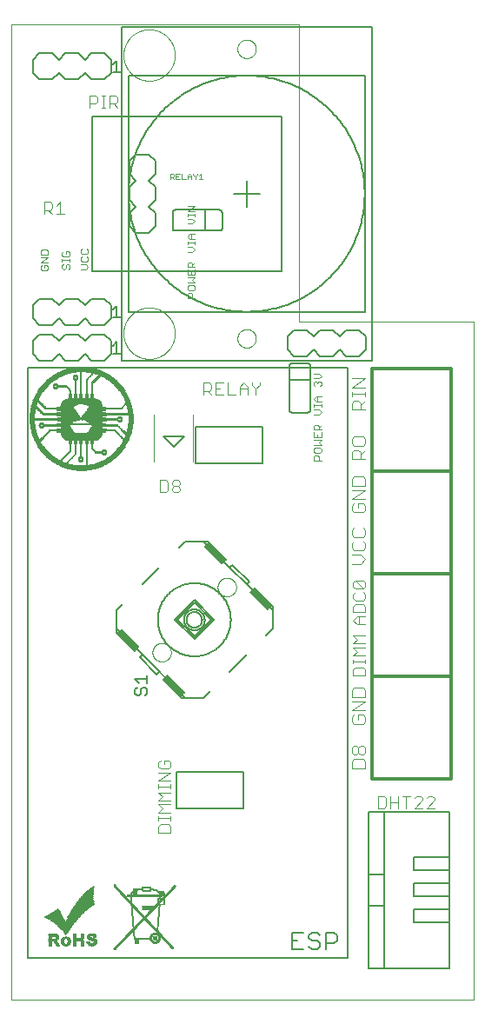
<source format=gto>
G75*
%MOIN*%
%OFA0B0*%
%FSLAX25Y25*%
%IPPOS*%
%LPD*%
%AMOC8*
5,1,8,0,0,1.08239X$1,22.5*
%
%ADD10C,0.00000*%
%ADD11C,0.00300*%
%ADD12C,0.00400*%
%ADD13C,0.00500*%
%ADD14C,0.00600*%
%ADD15C,0.00800*%
%ADD16C,0.00200*%
%ADD17C,0.01200*%
%ADD18R,0.00039X0.00020*%
%ADD19R,0.00020X0.00020*%
%ADD20R,0.00059X0.00020*%
%ADD21R,0.00157X0.00020*%
%ADD22R,0.00197X0.00020*%
%ADD23R,0.00236X0.00020*%
%ADD24R,0.00315X0.00020*%
%ADD25R,0.00354X0.00020*%
%ADD26R,0.00394X0.00020*%
%ADD27R,0.00453X0.00020*%
%ADD28R,0.00433X0.00020*%
%ADD29R,0.00472X0.00020*%
%ADD30R,0.00512X0.00020*%
%ADD31R,0.00551X0.00020*%
%ADD32R,0.00591X0.00020*%
%ADD33R,0.00630X0.00020*%
%ADD34R,0.00728X0.00020*%
%ADD35R,0.00098X0.00020*%
%ADD36R,0.00138X0.00020*%
%ADD37R,0.00177X0.00020*%
%ADD38R,0.00217X0.00020*%
%ADD39R,0.00295X0.00020*%
%ADD40R,0.00374X0.00020*%
%ADD41R,0.00768X0.00020*%
%ADD42R,0.00787X0.00020*%
%ADD43R,0.00827X0.00020*%
%ADD44R,0.00669X0.00020*%
%ADD45R,0.00709X0.00020*%
%ADD46R,0.00748X0.00020*%
%ADD47R,0.01496X0.00020*%
%ADD48R,0.01378X0.00020*%
%ADD49R,0.00276X0.00020*%
%ADD50R,0.00571X0.00020*%
%ADD51R,0.00118X0.00020*%
%ADD52R,0.00079X0.00020*%
%ADD53R,0.00906X0.00020*%
%ADD54R,0.01063X0.00020*%
%ADD55R,0.01181X0.00020*%
%ADD56R,0.01299X0.00020*%
%ADD57R,0.01516X0.00020*%
%ADD58R,0.01575X0.00020*%
%ADD59R,0.01673X0.00020*%
%ADD60R,0.01732X0.00020*%
%ADD61R,0.01811X0.00020*%
%ADD62R,0.00807X0.00020*%
%ADD63R,0.01890X0.00020*%
%ADD64R,0.01949X0.00020*%
%ADD65R,0.02008X0.00020*%
%ADD66R,0.02087X0.00020*%
%ADD67R,0.02126X0.00020*%
%ADD68R,0.02205X0.00020*%
%ADD69R,0.02244X0.00020*%
%ADD70R,0.02303X0.00020*%
%ADD71R,0.02343X0.00020*%
%ADD72R,0.02402X0.00020*%
%ADD73R,0.02461X0.00020*%
%ADD74R,0.02500X0.00020*%
%ADD75R,0.02539X0.00020*%
%ADD76R,0.01102X0.00020*%
%ADD77R,0.01083X0.00020*%
%ADD78R,0.01043X0.00020*%
%ADD79R,0.00965X0.00020*%
%ADD80R,0.00984X0.00020*%
%ADD81R,0.00945X0.00020*%
%ADD82R,0.00886X0.00020*%
%ADD83R,0.00925X0.00020*%
%ADD84R,0.00846X0.00020*%
%ADD85R,0.00866X0.00020*%
%ADD86R,0.00689X0.00020*%
%ADD87R,0.00650X0.00020*%
%ADD88R,0.00610X0.00020*%
%ADD89R,0.00531X0.00020*%
%ADD90R,0.01024X0.00020*%
%ADD91R,0.01437X0.00020*%
%ADD92R,0.01004X0.00020*%
%ADD93R,0.06752X0.00020*%
%ADD94R,0.06102X0.00020*%
%ADD95R,0.01122X0.00020*%
%ADD96R,0.06693X0.00020*%
%ADD97R,0.01142X0.00020*%
%ADD98R,0.06673X0.00020*%
%ADD99R,0.01260X0.00020*%
%ADD100R,0.06732X0.00020*%
%ADD101R,0.01220X0.00020*%
%ADD102R,0.06772X0.00020*%
%ADD103R,0.01319X0.00020*%
%ADD104R,0.06654X0.00020*%
%ADD105R,0.01398X0.00020*%
%ADD106R,0.01417X0.00020*%
%ADD107R,0.00492X0.00020*%
%ADD108R,0.01476X0.00020*%
%ADD109R,0.01831X0.00020*%
%ADD110R,0.01752X0.00020*%
%ADD111R,0.01634X0.00020*%
%ADD112R,0.01614X0.00020*%
%ADD113R,0.01535X0.00020*%
%ADD114R,0.01339X0.00020*%
%ADD115R,0.01240X0.00020*%
%ADD116R,0.01358X0.00020*%
%ADD117R,0.01457X0.00020*%
%ADD118R,0.04449X0.00020*%
%ADD119R,0.04488X0.00020*%
%ADD120R,0.04508X0.00020*%
%ADD121R,0.04528X0.00020*%
%ADD122R,0.04547X0.00020*%
%ADD123R,0.04567X0.00020*%
%ADD124R,0.04587X0.00020*%
%ADD125R,0.04606X0.00020*%
%ADD126R,0.04626X0.00020*%
%ADD127R,0.04646X0.00020*%
%ADD128R,0.04665X0.00020*%
%ADD129R,0.04685X0.00020*%
%ADD130R,0.04744X0.00020*%
%ADD131R,0.04724X0.00020*%
%ADD132R,0.04783X0.00020*%
%ADD133R,0.04803X0.00020*%
%ADD134R,0.04764X0.00020*%
%ADD135R,0.04843X0.00020*%
%ADD136R,0.04823X0.00020*%
%ADD137R,0.04862X0.00020*%
%ADD138R,0.04882X0.00020*%
%ADD139R,0.04902X0.00020*%
%ADD140R,0.04921X0.00020*%
%ADD141R,0.04941X0.00020*%
%ADD142R,0.04961X0.00020*%
%ADD143R,0.04980X0.00020*%
%ADD144R,0.05000X0.00020*%
%ADD145R,0.05059X0.00020*%
%ADD146R,0.05039X0.00020*%
%ADD147R,0.04291X0.00020*%
%ADD148R,0.05079X0.00020*%
%ADD149R,0.04232X0.00020*%
%ADD150R,0.04272X0.00020*%
%ADD151R,0.00335X0.00020*%
%ADD152R,0.03091X0.00020*%
%ADD153R,0.03012X0.00020*%
%ADD154R,0.02992X0.00020*%
%ADD155R,0.02972X0.00020*%
%ADD156R,0.02953X0.00020*%
%ADD157R,0.02933X0.00020*%
%ADD158R,0.02913X0.00020*%
%ADD159R,0.02894X0.00020*%
%ADD160R,0.02874X0.00020*%
%ADD161R,0.02854X0.00020*%
%ADD162R,0.02835X0.00020*%
%ADD163R,0.02815X0.00020*%
%ADD164R,0.02756X0.00020*%
%ADD165R,0.02283X0.00020*%
%ADD166R,0.13465X0.00020*%
%ADD167R,0.13425X0.00020*%
%ADD168R,0.13524X0.00020*%
%ADD169R,0.13583X0.00020*%
%ADD170R,0.13504X0.00020*%
%ADD171R,0.13563X0.00020*%
%ADD172R,0.13642X0.00020*%
%ADD173R,0.13681X0.00020*%
%ADD174R,0.13740X0.00020*%
%ADD175R,0.13760X0.00020*%
%ADD176R,0.13799X0.00020*%
%ADD177R,0.13819X0.00020*%
%ADD178R,0.13858X0.00020*%
%ADD179R,0.13878X0.00020*%
%ADD180R,0.13898X0.00020*%
%ADD181R,0.13976X0.00020*%
%ADD182R,0.13957X0.00020*%
%ADD183R,0.13996X0.00020*%
%ADD184R,0.14016X0.00020*%
%ADD185R,0.14035X0.00020*%
%ADD186R,0.14055X0.00020*%
%ADD187R,0.14075X0.00020*%
%ADD188R,0.14094X0.00020*%
%ADD189R,0.14114X0.00020*%
%ADD190R,0.14173X0.00020*%
%ADD191R,0.14134X0.00020*%
%ADD192R,0.14154X0.00020*%
%ADD193R,0.01161X0.00020*%
%ADD194R,0.01791X0.00020*%
%ADD195R,0.01713X0.00020*%
%ADD196R,0.00256X0.00020*%
%ADD197R,0.01850X0.00020*%
%ADD198R,0.01870X0.00020*%
%ADD199R,0.01909X0.00020*%
%ADD200R,0.01969X0.00020*%
%ADD201R,0.01929X0.00020*%
%ADD202R,0.01988X0.00020*%
%ADD203R,0.02028X0.00020*%
%ADD204R,0.02067X0.00020*%
%ADD205R,0.02047X0.00020*%
%ADD206R,0.01693X0.00020*%
%ADD207R,0.01594X0.00020*%
%ADD208R,0.01280X0.00020*%
%ADD209R,0.01201X0.00020*%
%ADD210R,0.00413X0.00020*%
%ADD211R,0.03484X0.00020*%
%ADD212R,0.03386X0.00020*%
%ADD213R,0.02382X0.00020*%
%ADD214R,0.02598X0.00020*%
%ADD215R,0.01555X0.00020*%
%ADD216R,0.00669X0.00039*%
%ADD217R,0.00866X0.00039*%
%ADD218R,0.00709X0.00039*%
%ADD219R,0.00906X0.00039*%
%ADD220R,0.01260X0.00039*%
%ADD221R,0.01496X0.00039*%
%ADD222R,0.01417X0.00039*%
%ADD223R,0.01339X0.00039*%
%ADD224R,0.00079X0.00039*%
%ADD225R,0.01654X0.00039*%
%ADD226R,0.01299X0.00039*%
%ADD227R,0.01535X0.00039*%
%ADD228R,0.01850X0.00039*%
%ADD229R,0.01575X0.00039*%
%ADD230R,0.01929X0.00039*%
%ADD231R,0.02362X0.00039*%
%ADD232R,0.01457X0.00039*%
%ADD233R,0.02008X0.00039*%
%ADD234R,0.02402X0.00039*%
%ADD235R,0.02244X0.00039*%
%ADD236R,0.02677X0.00039*%
%ADD237R,0.02323X0.00039*%
%ADD238R,0.02756X0.00039*%
%ADD239R,0.02835X0.00039*%
%ADD240R,0.02559X0.00039*%
%ADD241R,0.02992X0.00039*%
%ADD242R,0.02598X0.00039*%
%ADD243R,0.03071X0.00039*%
%ADD244R,0.03189X0.00039*%
%ADD245R,0.02795X0.00039*%
%ADD246R,0.03228X0.00039*%
%ADD247R,0.02913X0.00039*%
%ADD248R,0.03307X0.00039*%
%ADD249R,0.02953X0.00039*%
%ADD250R,0.03346X0.00039*%
%ADD251R,0.03425X0.00039*%
%ADD252R,0.03110X0.00039*%
%ADD253R,0.03504X0.00039*%
%ADD254R,0.03150X0.00039*%
%ADD255R,0.03543X0.00039*%
%ADD256R,0.00236X0.00039*%
%ADD257R,0.03622X0.00039*%
%ADD258R,0.03661X0.00039*%
%ADD259R,0.03701X0.00039*%
%ADD260R,0.03740X0.00039*%
%ADD261R,0.01220X0.00039*%
%ADD262R,0.01181X0.00039*%
%ADD263R,0.01378X0.00039*%
%ADD264R,0.01142X0.00039*%
%ADD265R,0.00394X0.00039*%
%ADD266R,0.00354X0.00039*%
%ADD267R,0.01102X0.00039*%
%ADD268R,0.01693X0.00039*%
%ADD269R,0.04331X0.00039*%
%ADD270R,0.01811X0.00039*%
%ADD271R,0.03031X0.00039*%
%ADD272R,0.00039X0.00039*%
%ADD273R,0.02205X0.00039*%
%ADD274R,0.04291X0.00039*%
%ADD275R,0.03386X0.00039*%
%ADD276R,0.02480X0.00039*%
%ADD277R,0.02520X0.00039*%
%ADD278R,0.03465X0.00039*%
%ADD279R,0.03583X0.00039*%
%ADD280R,0.02717X0.00039*%
%ADD281R,0.02874X0.00039*%
%ADD282R,0.03780X0.00039*%
%ADD283R,0.03819X0.00039*%
%ADD284R,0.03858X0.00039*%
%ADD285R,0.03898X0.00039*%
%ADD286R,0.02638X0.00039*%
%ADD287R,0.02126X0.00039*%
%ADD288R,0.02087X0.00039*%
%ADD289R,0.02047X0.00039*%
%ADD290R,0.02283X0.00039*%
%ADD291R,0.01614X0.00039*%
%ADD292R,0.01732X0.00039*%
%ADD293R,0.00276X0.00039*%
%ADD294R,0.00315X0.00039*%
%ADD295R,0.01024X0.00039*%
%ADD296R,0.00118X0.00039*%
%ADD297R,0.04016X0.00039*%
%ADD298R,0.03976X0.00039*%
%ADD299R,0.03937X0.00039*%
%ADD300R,0.03268X0.00039*%
%ADD301R,0.00157X0.00039*%
%ADD302R,0.02441X0.00039*%
%ADD303R,0.00472X0.00039*%
%ADD304R,0.00433X0.00039*%
%ADD305R,0.00512X0.00039*%
%ADD306R,0.00748X0.00039*%
%ADD307R,0.00827X0.00039*%
%ADD308R,0.00945X0.00039*%
%ADD309R,0.00984X0.00039*%
%ADD310R,0.01063X0.00039*%
%ADD311R,0.01772X0.00039*%
%ADD312R,0.01969X0.00039*%
%ADD313R,0.02165X0.00039*%
%ADD314R,0.04055X0.00039*%
%ADD315R,0.04094X0.00039*%
%ADD316R,0.04173X0.00039*%
%ADD317R,0.04252X0.00039*%
%ADD318R,0.04409X0.00039*%
%ADD319R,0.04528X0.00039*%
%ADD320R,0.04567X0.00039*%
%ADD321R,0.04646X0.00039*%
%ADD322R,0.04685X0.00039*%
%ADD323R,0.04764X0.00039*%
%ADD324R,0.04803X0.00039*%
%ADD325R,0.04921X0.00039*%
%ADD326R,0.05039X0.00039*%
%ADD327R,0.05118X0.00039*%
%ADD328R,0.05157X0.00039*%
%ADD329R,0.05236X0.00039*%
%ADD330R,0.05354X0.00039*%
%ADD331R,0.05394X0.00039*%
%ADD332R,0.05472X0.00039*%
%ADD333R,0.05551X0.00039*%
%ADD334R,0.05591X0.00039*%
%ADD335R,0.05709X0.00039*%
%ADD336R,0.05748X0.00039*%
%ADD337R,0.05906X0.00039*%
%ADD338R,0.05984X0.00039*%
%ADD339R,0.06024X0.00039*%
%ADD340R,0.06142X0.00039*%
%ADD341R,0.06181X0.00039*%
%ADD342R,0.06260X0.00039*%
%ADD343R,0.06299X0.00039*%
%ADD344R,0.06417X0.00039*%
%ADD345R,0.06378X0.00039*%
%ADD346R,0.06496X0.00039*%
%ADD347R,0.06654X0.00039*%
%ADD348R,0.06693X0.00039*%
%ADD349R,0.06772X0.00039*%
%ADD350R,0.06850X0.00039*%
%ADD351R,0.06890X0.00039*%
%ADD352R,0.07008X0.00039*%
%ADD353R,0.07087X0.00039*%
%ADD354R,0.07165X0.00039*%
%ADD355R,0.07244X0.00039*%
%ADD356R,0.07323X0.00039*%
%ADD357R,0.07402X0.00039*%
%ADD358R,0.07480X0.00039*%
%ADD359R,0.07598X0.00039*%
%ADD360R,0.07677X0.00039*%
%ADD361R,0.07795X0.00039*%
%ADD362R,0.07874X0.00039*%
%ADD363R,0.07992X0.00039*%
%ADD364R,0.08031X0.00039*%
%ADD365R,0.08150X0.00039*%
%ADD366R,0.08189X0.00039*%
%ADD367R,0.08307X0.00039*%
%ADD368R,0.08228X0.00039*%
%ADD369R,0.08425X0.00039*%
%ADD370R,0.08622X0.00039*%
%ADD371R,0.04882X0.00039*%
%ADD372R,0.04961X0.00039*%
%ADD373R,0.05197X0.00039*%
%ADD374R,0.05276X0.00039*%
%ADD375R,0.05315X0.00039*%
%ADD376R,0.05630X0.00039*%
%ADD377R,0.05669X0.00039*%
%ADD378R,0.04134X0.00039*%
%ADD379R,0.05866X0.00039*%
%ADD380R,0.05827X0.00039*%
%ADD381R,0.05945X0.00039*%
%ADD382R,0.04213X0.00039*%
%ADD383R,0.06063X0.00039*%
%ADD384R,0.06220X0.00039*%
%ADD385R,0.06339X0.00039*%
%ADD386R,0.04370X0.00039*%
%ADD387R,0.06535X0.00039*%
%ADD388R,0.06614X0.00039*%
%ADD389R,0.06732X0.00039*%
%ADD390R,0.04449X0.00039*%
%ADD391R,0.06811X0.00039*%
%ADD392R,0.04488X0.00039*%
%ADD393R,0.04606X0.00039*%
%ADD394R,0.05512X0.00039*%
%ADD395R,0.04724X0.00039*%
%ADD396R,0.05079X0.00039*%
%ADD397R,0.04843X0.00039*%
%ADD398R,0.05000X0.00039*%
%ADD399R,0.00630X0.00039*%
%ADD400R,0.05787X0.00039*%
%ADD401R,0.00551X0.00039*%
%ADD402R,0.00197X0.00039*%
%ADD403R,0.06102X0.00039*%
%ADD404R,0.06457X0.00039*%
%ADD405R,0.06575X0.00039*%
%ADD406R,0.07047X0.00039*%
%ADD407R,0.07205X0.00039*%
%ADD408R,0.07283X0.00039*%
%ADD409R,0.07520X0.00039*%
%ADD410R,0.07441X0.00039*%
%ADD411R,0.07362X0.00039*%
%ADD412R,0.07126X0.00039*%
%ADD413R,0.06969X0.00039*%
%ADD414R,0.05433X0.00039*%
%ADD415R,0.01890X0.00039*%
%ADD416R,0.00787X0.00039*%
%ADD417R,0.00591X0.00039*%
%ADD418R,0.04035X0.00098*%
%ADD419R,0.05610X0.00098*%
%ADD420R,0.06890X0.00098*%
%ADD421R,0.07972X0.00098*%
%ADD422R,0.08858X0.00098*%
%ADD423R,0.09744X0.00098*%
%ADD424R,0.10531X0.00098*%
%ADD425R,0.11122X0.00098*%
%ADD426R,0.11909X0.00098*%
%ADD427R,0.12500X0.00098*%
%ADD428R,0.13091X0.00098*%
%ADD429R,0.13681X0.00098*%
%ADD430R,0.14075X0.00098*%
%ADD431R,0.14665X0.00098*%
%ADD432R,0.15059X0.00098*%
%ADD433R,0.15650X0.00098*%
%ADD434R,0.16043X0.00098*%
%ADD435R,0.16437X0.00098*%
%ADD436R,0.16831X0.00098*%
%ADD437R,0.06791X0.00098*%
%ADD438R,0.07087X0.00098*%
%ADD439R,0.06299X0.00098*%
%ADD440R,0.00689X0.00098*%
%ADD441R,0.05906X0.00098*%
%ADD442R,0.05807X0.00098*%
%ADD443R,0.05512X0.00098*%
%ADD444R,0.05217X0.00098*%
%ADD445R,0.05315X0.00098*%
%ADD446R,0.05020X0.00098*%
%ADD447R,0.05118X0.00098*%
%ADD448R,0.04921X0.00098*%
%ADD449R,0.04724X0.00098*%
%ADD450R,0.04626X0.00098*%
%ADD451R,0.04528X0.00098*%
%ADD452R,0.04331X0.00098*%
%ADD453R,0.04232X0.00098*%
%ADD454R,0.00984X0.00098*%
%ADD455R,0.04134X0.00098*%
%ADD456R,0.03937X0.00098*%
%ADD457R,0.00492X0.00098*%
%ADD458R,0.03839X0.00098*%
%ADD459R,0.01083X0.00098*%
%ADD460R,0.01378X0.00098*%
%ADD461R,0.01575X0.00098*%
%ADD462R,0.03740X0.00098*%
%ADD463R,0.01772X0.00098*%
%ADD464R,0.03642X0.00098*%
%ADD465R,0.01870X0.00098*%
%ADD466R,0.01969X0.00098*%
%ADD467R,0.03543X0.00098*%
%ADD468R,0.00886X0.00098*%
%ADD469R,0.03445X0.00098*%
%ADD470R,0.00787X0.00098*%
%ADD471R,0.03346X0.00098*%
%ADD472R,0.03248X0.00098*%
%ADD473R,0.03150X0.00098*%
%ADD474R,0.02067X0.00098*%
%ADD475R,0.03051X0.00098*%
%ADD476R,0.01673X0.00098*%
%ADD477R,0.01476X0.00098*%
%ADD478R,0.02953X0.00098*%
%ADD479R,0.01280X0.00098*%
%ADD480R,0.02854X0.00098*%
%ADD481R,0.02756X0.00098*%
%ADD482R,0.01181X0.00098*%
%ADD483R,0.02657X0.00098*%
%ADD484R,0.02559X0.00098*%
%ADD485R,0.02461X0.00098*%
%ADD486R,0.02362X0.00098*%
%ADD487R,0.02264X0.00098*%
%ADD488R,0.02165X0.00098*%
%ADD489R,0.12795X0.00098*%
%ADD490R,0.13287X0.00098*%
%ADD491R,0.13484X0.00098*%
%ADD492R,0.13976X0.00098*%
%ADD493R,0.14173X0.00098*%
%ADD494R,0.14370X0.00098*%
%ADD495R,0.14567X0.00098*%
%ADD496R,0.14862X0.00098*%
%ADD497R,0.15256X0.00098*%
%ADD498R,0.15354X0.00098*%
%ADD499R,0.15453X0.00098*%
%ADD500R,0.15748X0.00098*%
%ADD501R,0.15846X0.00098*%
%ADD502R,0.06004X0.00098*%
%ADD503R,0.06496X0.00098*%
%ADD504R,0.06102X0.00098*%
%ADD505R,0.05413X0.00098*%
%ADD506R,0.05709X0.00098*%
%ADD507R,0.06988X0.00098*%
%ADD508R,0.06398X0.00098*%
%ADD509R,0.09646X0.00098*%
%ADD510R,0.10630X0.00098*%
%ADD511R,0.09449X0.00098*%
%ADD512R,0.10433X0.00098*%
%ADD513R,0.09350X0.00098*%
%ADD514R,0.10335X0.00098*%
%ADD515R,0.09154X0.00098*%
%ADD516R,0.10138X0.00098*%
%ADD517R,0.09055X0.00098*%
%ADD518R,0.10039X0.00098*%
%ADD519R,0.09941X0.00098*%
%ADD520R,0.08760X0.00098*%
%ADD521R,0.04429X0.00098*%
%ADD522R,0.04823X0.00098*%
%ADD523R,0.10728X0.00098*%
%ADD524R,0.10236X0.00098*%
%ADD525R,0.29035X0.00098*%
%ADD526R,0.18996X0.00098*%
%ADD527R,0.07579X0.00098*%
%ADD528R,0.07677X0.00098*%
%ADD529R,0.07776X0.00098*%
%ADD530R,0.08465X0.00098*%
%ADD531R,0.18012X0.00098*%
%ADD532R,0.13386X0.00098*%
%ADD533R,0.18898X0.00098*%
%ADD534R,0.00394X0.00098*%
%ADD535R,0.19291X0.00098*%
%ADD536R,0.34055X0.00098*%
%ADD537R,0.34154X0.00098*%
%ADD538R,0.08169X0.00098*%
%ADD539R,0.08071X0.00098*%
%ADD540R,0.07480X0.00098*%
%ADD541R,0.07874X0.00098*%
%ADD542R,0.00591X0.00098*%
%ADD543R,0.07382X0.00098*%
%ADD544R,0.07283X0.00098*%
%ADD545R,0.08661X0.00098*%
%ADD546R,0.08563X0.00098*%
%ADD547R,0.19193X0.00098*%
%ADD548R,0.13878X0.00098*%
%ADD549R,0.19094X0.00098*%
%ADD550R,0.18701X0.00098*%
%ADD551R,0.08366X0.00098*%
%ADD552R,0.08268X0.00098*%
%ADD553R,0.06693X0.00098*%
%ADD554R,0.06201X0.00098*%
%ADD555R,0.06594X0.00098*%
%ADD556R,0.07185X0.00098*%
%ADD557R,0.11417X0.00098*%
%ADD558R,0.13189X0.00098*%
%ADD559R,0.11516X0.00098*%
%ADD560R,0.15551X0.00098*%
%ADD561R,0.14469X0.00098*%
%ADD562R,0.14272X0.00098*%
%ADD563R,0.12992X0.00098*%
%ADD564R,0.12598X0.00098*%
%ADD565R,0.12303X0.00098*%
%ADD566R,0.11713X0.00098*%
D10*
X0001406Y0008882D02*
X0001406Y0382898D01*
X0111643Y0382898D01*
X0111643Y0268725D01*
X0178572Y0268725D01*
X0178572Y0008882D01*
X0001406Y0008882D01*
X0055435Y0142051D02*
X0055437Y0142170D01*
X0055443Y0142288D01*
X0055453Y0142406D01*
X0055467Y0142524D01*
X0055484Y0142641D01*
X0055506Y0142758D01*
X0055532Y0142874D01*
X0055561Y0142989D01*
X0055594Y0143103D01*
X0055631Y0143215D01*
X0055672Y0143327D01*
X0055717Y0143437D01*
X0055765Y0143545D01*
X0055817Y0143652D01*
X0055872Y0143757D01*
X0055931Y0143860D01*
X0055993Y0143961D01*
X0056058Y0144060D01*
X0056127Y0144157D01*
X0056199Y0144251D01*
X0056274Y0144343D01*
X0056352Y0144432D01*
X0056433Y0144519D01*
X0056517Y0144603D01*
X0056604Y0144684D01*
X0056693Y0144762D01*
X0056785Y0144837D01*
X0056879Y0144909D01*
X0056976Y0144978D01*
X0057075Y0145043D01*
X0057176Y0145105D01*
X0057279Y0145164D01*
X0057384Y0145219D01*
X0057491Y0145271D01*
X0057599Y0145319D01*
X0057709Y0145364D01*
X0057821Y0145405D01*
X0057933Y0145442D01*
X0058047Y0145475D01*
X0058162Y0145504D01*
X0058278Y0145530D01*
X0058395Y0145552D01*
X0058512Y0145569D01*
X0058630Y0145583D01*
X0058748Y0145593D01*
X0058866Y0145599D01*
X0058985Y0145601D01*
X0059104Y0145599D01*
X0059222Y0145593D01*
X0059340Y0145583D01*
X0059458Y0145569D01*
X0059575Y0145552D01*
X0059692Y0145530D01*
X0059808Y0145504D01*
X0059923Y0145475D01*
X0060037Y0145442D01*
X0060149Y0145405D01*
X0060261Y0145364D01*
X0060371Y0145319D01*
X0060479Y0145271D01*
X0060586Y0145219D01*
X0060691Y0145164D01*
X0060794Y0145105D01*
X0060895Y0145043D01*
X0060994Y0144978D01*
X0061091Y0144909D01*
X0061185Y0144837D01*
X0061277Y0144762D01*
X0061366Y0144684D01*
X0061453Y0144603D01*
X0061537Y0144519D01*
X0061618Y0144432D01*
X0061696Y0144343D01*
X0061771Y0144251D01*
X0061843Y0144157D01*
X0061912Y0144060D01*
X0061977Y0143961D01*
X0062039Y0143860D01*
X0062098Y0143757D01*
X0062153Y0143652D01*
X0062205Y0143545D01*
X0062253Y0143437D01*
X0062298Y0143327D01*
X0062339Y0143215D01*
X0062376Y0143103D01*
X0062409Y0142989D01*
X0062438Y0142874D01*
X0062464Y0142758D01*
X0062486Y0142641D01*
X0062503Y0142524D01*
X0062517Y0142406D01*
X0062527Y0142288D01*
X0062533Y0142170D01*
X0062535Y0142051D01*
X0062533Y0141932D01*
X0062527Y0141814D01*
X0062517Y0141696D01*
X0062503Y0141578D01*
X0062486Y0141461D01*
X0062464Y0141344D01*
X0062438Y0141228D01*
X0062409Y0141113D01*
X0062376Y0140999D01*
X0062339Y0140887D01*
X0062298Y0140775D01*
X0062253Y0140665D01*
X0062205Y0140557D01*
X0062153Y0140450D01*
X0062098Y0140345D01*
X0062039Y0140242D01*
X0061977Y0140141D01*
X0061912Y0140042D01*
X0061843Y0139945D01*
X0061771Y0139851D01*
X0061696Y0139759D01*
X0061618Y0139670D01*
X0061537Y0139583D01*
X0061453Y0139499D01*
X0061366Y0139418D01*
X0061277Y0139340D01*
X0061185Y0139265D01*
X0061091Y0139193D01*
X0060994Y0139124D01*
X0060895Y0139059D01*
X0060794Y0138997D01*
X0060691Y0138938D01*
X0060586Y0138883D01*
X0060479Y0138831D01*
X0060371Y0138783D01*
X0060261Y0138738D01*
X0060149Y0138697D01*
X0060037Y0138660D01*
X0059923Y0138627D01*
X0059808Y0138598D01*
X0059692Y0138572D01*
X0059575Y0138550D01*
X0059458Y0138533D01*
X0059340Y0138519D01*
X0059222Y0138509D01*
X0059104Y0138503D01*
X0058985Y0138501D01*
X0058866Y0138503D01*
X0058748Y0138509D01*
X0058630Y0138519D01*
X0058512Y0138533D01*
X0058395Y0138550D01*
X0058278Y0138572D01*
X0058162Y0138598D01*
X0058047Y0138627D01*
X0057933Y0138660D01*
X0057821Y0138697D01*
X0057709Y0138738D01*
X0057599Y0138783D01*
X0057491Y0138831D01*
X0057384Y0138883D01*
X0057279Y0138938D01*
X0057176Y0138997D01*
X0057075Y0139059D01*
X0056976Y0139124D01*
X0056879Y0139193D01*
X0056785Y0139265D01*
X0056693Y0139340D01*
X0056604Y0139418D01*
X0056517Y0139499D01*
X0056433Y0139583D01*
X0056352Y0139670D01*
X0056274Y0139759D01*
X0056199Y0139851D01*
X0056127Y0139945D01*
X0056058Y0140042D01*
X0055993Y0140141D01*
X0055931Y0140242D01*
X0055872Y0140345D01*
X0055817Y0140450D01*
X0055765Y0140557D01*
X0055717Y0140665D01*
X0055672Y0140775D01*
X0055631Y0140887D01*
X0055594Y0140999D01*
X0055561Y0141113D01*
X0055532Y0141228D01*
X0055506Y0141344D01*
X0055484Y0141461D01*
X0055467Y0141578D01*
X0055453Y0141696D01*
X0055443Y0141814D01*
X0055437Y0141932D01*
X0055435Y0142051D01*
X0080435Y0167051D02*
X0080437Y0167170D01*
X0080443Y0167288D01*
X0080453Y0167406D01*
X0080467Y0167524D01*
X0080484Y0167641D01*
X0080506Y0167758D01*
X0080532Y0167874D01*
X0080561Y0167989D01*
X0080594Y0168103D01*
X0080631Y0168215D01*
X0080672Y0168327D01*
X0080717Y0168437D01*
X0080765Y0168545D01*
X0080817Y0168652D01*
X0080872Y0168757D01*
X0080931Y0168860D01*
X0080993Y0168961D01*
X0081058Y0169060D01*
X0081127Y0169157D01*
X0081199Y0169251D01*
X0081274Y0169343D01*
X0081352Y0169432D01*
X0081433Y0169519D01*
X0081517Y0169603D01*
X0081604Y0169684D01*
X0081693Y0169762D01*
X0081785Y0169837D01*
X0081879Y0169909D01*
X0081976Y0169978D01*
X0082075Y0170043D01*
X0082176Y0170105D01*
X0082279Y0170164D01*
X0082384Y0170219D01*
X0082491Y0170271D01*
X0082599Y0170319D01*
X0082709Y0170364D01*
X0082821Y0170405D01*
X0082933Y0170442D01*
X0083047Y0170475D01*
X0083162Y0170504D01*
X0083278Y0170530D01*
X0083395Y0170552D01*
X0083512Y0170569D01*
X0083630Y0170583D01*
X0083748Y0170593D01*
X0083866Y0170599D01*
X0083985Y0170601D01*
X0084104Y0170599D01*
X0084222Y0170593D01*
X0084340Y0170583D01*
X0084458Y0170569D01*
X0084575Y0170552D01*
X0084692Y0170530D01*
X0084808Y0170504D01*
X0084923Y0170475D01*
X0085037Y0170442D01*
X0085149Y0170405D01*
X0085261Y0170364D01*
X0085371Y0170319D01*
X0085479Y0170271D01*
X0085586Y0170219D01*
X0085691Y0170164D01*
X0085794Y0170105D01*
X0085895Y0170043D01*
X0085994Y0169978D01*
X0086091Y0169909D01*
X0086185Y0169837D01*
X0086277Y0169762D01*
X0086366Y0169684D01*
X0086453Y0169603D01*
X0086537Y0169519D01*
X0086618Y0169432D01*
X0086696Y0169343D01*
X0086771Y0169251D01*
X0086843Y0169157D01*
X0086912Y0169060D01*
X0086977Y0168961D01*
X0087039Y0168860D01*
X0087098Y0168757D01*
X0087153Y0168652D01*
X0087205Y0168545D01*
X0087253Y0168437D01*
X0087298Y0168327D01*
X0087339Y0168215D01*
X0087376Y0168103D01*
X0087409Y0167989D01*
X0087438Y0167874D01*
X0087464Y0167758D01*
X0087486Y0167641D01*
X0087503Y0167524D01*
X0087517Y0167406D01*
X0087527Y0167288D01*
X0087533Y0167170D01*
X0087535Y0167051D01*
X0087533Y0166932D01*
X0087527Y0166814D01*
X0087517Y0166696D01*
X0087503Y0166578D01*
X0087486Y0166461D01*
X0087464Y0166344D01*
X0087438Y0166228D01*
X0087409Y0166113D01*
X0087376Y0165999D01*
X0087339Y0165887D01*
X0087298Y0165775D01*
X0087253Y0165665D01*
X0087205Y0165557D01*
X0087153Y0165450D01*
X0087098Y0165345D01*
X0087039Y0165242D01*
X0086977Y0165141D01*
X0086912Y0165042D01*
X0086843Y0164945D01*
X0086771Y0164851D01*
X0086696Y0164759D01*
X0086618Y0164670D01*
X0086537Y0164583D01*
X0086453Y0164499D01*
X0086366Y0164418D01*
X0086277Y0164340D01*
X0086185Y0164265D01*
X0086091Y0164193D01*
X0085994Y0164124D01*
X0085895Y0164059D01*
X0085794Y0163997D01*
X0085691Y0163938D01*
X0085586Y0163883D01*
X0085479Y0163831D01*
X0085371Y0163783D01*
X0085261Y0163738D01*
X0085149Y0163697D01*
X0085037Y0163660D01*
X0084923Y0163627D01*
X0084808Y0163598D01*
X0084692Y0163572D01*
X0084575Y0163550D01*
X0084458Y0163533D01*
X0084340Y0163519D01*
X0084222Y0163509D01*
X0084104Y0163503D01*
X0083985Y0163501D01*
X0083866Y0163503D01*
X0083748Y0163509D01*
X0083630Y0163519D01*
X0083512Y0163533D01*
X0083395Y0163550D01*
X0083278Y0163572D01*
X0083162Y0163598D01*
X0083047Y0163627D01*
X0082933Y0163660D01*
X0082821Y0163697D01*
X0082709Y0163738D01*
X0082599Y0163783D01*
X0082491Y0163831D01*
X0082384Y0163883D01*
X0082279Y0163938D01*
X0082176Y0163997D01*
X0082075Y0164059D01*
X0081976Y0164124D01*
X0081879Y0164193D01*
X0081785Y0164265D01*
X0081693Y0164340D01*
X0081604Y0164418D01*
X0081517Y0164499D01*
X0081433Y0164583D01*
X0081352Y0164670D01*
X0081274Y0164759D01*
X0081199Y0164851D01*
X0081127Y0164945D01*
X0081058Y0165042D01*
X0080993Y0165141D01*
X0080931Y0165242D01*
X0080872Y0165345D01*
X0080817Y0165450D01*
X0080765Y0165557D01*
X0080717Y0165665D01*
X0080672Y0165775D01*
X0080631Y0165887D01*
X0080594Y0165999D01*
X0080561Y0166113D01*
X0080532Y0166228D01*
X0080506Y0166344D01*
X0080484Y0166461D01*
X0080467Y0166578D01*
X0080453Y0166696D01*
X0080443Y0166814D01*
X0080437Y0166932D01*
X0080435Y0167051D01*
X0088021Y0262425D02*
X0088023Y0262543D01*
X0088029Y0262662D01*
X0088039Y0262780D01*
X0088053Y0262897D01*
X0088070Y0263014D01*
X0088092Y0263131D01*
X0088118Y0263246D01*
X0088147Y0263361D01*
X0088180Y0263475D01*
X0088217Y0263587D01*
X0088258Y0263698D01*
X0088302Y0263808D01*
X0088350Y0263916D01*
X0088402Y0264023D01*
X0088457Y0264128D01*
X0088516Y0264231D01*
X0088578Y0264331D01*
X0088643Y0264430D01*
X0088712Y0264527D01*
X0088783Y0264621D01*
X0088858Y0264712D01*
X0088936Y0264802D01*
X0089017Y0264888D01*
X0089101Y0264972D01*
X0089187Y0265053D01*
X0089277Y0265131D01*
X0089368Y0265206D01*
X0089462Y0265277D01*
X0089559Y0265346D01*
X0089658Y0265411D01*
X0089758Y0265473D01*
X0089861Y0265532D01*
X0089966Y0265587D01*
X0090073Y0265639D01*
X0090181Y0265687D01*
X0090291Y0265731D01*
X0090402Y0265772D01*
X0090514Y0265809D01*
X0090628Y0265842D01*
X0090743Y0265871D01*
X0090858Y0265897D01*
X0090975Y0265919D01*
X0091092Y0265936D01*
X0091209Y0265950D01*
X0091327Y0265960D01*
X0091446Y0265966D01*
X0091564Y0265968D01*
X0091682Y0265966D01*
X0091801Y0265960D01*
X0091919Y0265950D01*
X0092036Y0265936D01*
X0092153Y0265919D01*
X0092270Y0265897D01*
X0092385Y0265871D01*
X0092500Y0265842D01*
X0092614Y0265809D01*
X0092726Y0265772D01*
X0092837Y0265731D01*
X0092947Y0265687D01*
X0093055Y0265639D01*
X0093162Y0265587D01*
X0093267Y0265532D01*
X0093370Y0265473D01*
X0093470Y0265411D01*
X0093569Y0265346D01*
X0093666Y0265277D01*
X0093760Y0265206D01*
X0093851Y0265131D01*
X0093941Y0265053D01*
X0094027Y0264972D01*
X0094111Y0264888D01*
X0094192Y0264802D01*
X0094270Y0264712D01*
X0094345Y0264621D01*
X0094416Y0264527D01*
X0094485Y0264430D01*
X0094550Y0264331D01*
X0094612Y0264231D01*
X0094671Y0264128D01*
X0094726Y0264023D01*
X0094778Y0263916D01*
X0094826Y0263808D01*
X0094870Y0263698D01*
X0094911Y0263587D01*
X0094948Y0263475D01*
X0094981Y0263361D01*
X0095010Y0263246D01*
X0095036Y0263131D01*
X0095058Y0263014D01*
X0095075Y0262897D01*
X0095089Y0262780D01*
X0095099Y0262662D01*
X0095105Y0262543D01*
X0095107Y0262425D01*
X0095105Y0262307D01*
X0095099Y0262188D01*
X0095089Y0262070D01*
X0095075Y0261953D01*
X0095058Y0261836D01*
X0095036Y0261719D01*
X0095010Y0261604D01*
X0094981Y0261489D01*
X0094948Y0261375D01*
X0094911Y0261263D01*
X0094870Y0261152D01*
X0094826Y0261042D01*
X0094778Y0260934D01*
X0094726Y0260827D01*
X0094671Y0260722D01*
X0094612Y0260619D01*
X0094550Y0260519D01*
X0094485Y0260420D01*
X0094416Y0260323D01*
X0094345Y0260229D01*
X0094270Y0260138D01*
X0094192Y0260048D01*
X0094111Y0259962D01*
X0094027Y0259878D01*
X0093941Y0259797D01*
X0093851Y0259719D01*
X0093760Y0259644D01*
X0093666Y0259573D01*
X0093569Y0259504D01*
X0093470Y0259439D01*
X0093370Y0259377D01*
X0093267Y0259318D01*
X0093162Y0259263D01*
X0093055Y0259211D01*
X0092947Y0259163D01*
X0092837Y0259119D01*
X0092726Y0259078D01*
X0092614Y0259041D01*
X0092500Y0259008D01*
X0092385Y0258979D01*
X0092270Y0258953D01*
X0092153Y0258931D01*
X0092036Y0258914D01*
X0091919Y0258900D01*
X0091801Y0258890D01*
X0091682Y0258884D01*
X0091564Y0258882D01*
X0091446Y0258884D01*
X0091327Y0258890D01*
X0091209Y0258900D01*
X0091092Y0258914D01*
X0090975Y0258931D01*
X0090858Y0258953D01*
X0090743Y0258979D01*
X0090628Y0259008D01*
X0090514Y0259041D01*
X0090402Y0259078D01*
X0090291Y0259119D01*
X0090181Y0259163D01*
X0090073Y0259211D01*
X0089966Y0259263D01*
X0089861Y0259318D01*
X0089758Y0259377D01*
X0089658Y0259439D01*
X0089559Y0259504D01*
X0089462Y0259573D01*
X0089368Y0259644D01*
X0089277Y0259719D01*
X0089187Y0259797D01*
X0089101Y0259878D01*
X0089017Y0259962D01*
X0088936Y0260048D01*
X0088858Y0260138D01*
X0088783Y0260229D01*
X0088712Y0260323D01*
X0088643Y0260420D01*
X0088578Y0260519D01*
X0088516Y0260619D01*
X0088457Y0260722D01*
X0088402Y0260827D01*
X0088350Y0260934D01*
X0088302Y0261042D01*
X0088258Y0261152D01*
X0088217Y0261263D01*
X0088180Y0261375D01*
X0088147Y0261489D01*
X0088118Y0261604D01*
X0088092Y0261719D01*
X0088070Y0261836D01*
X0088053Y0261953D01*
X0088039Y0262070D01*
X0088029Y0262188D01*
X0088023Y0262307D01*
X0088021Y0262425D01*
X0044319Y0264394D02*
X0044322Y0264636D01*
X0044331Y0264877D01*
X0044346Y0265118D01*
X0044366Y0265359D01*
X0044393Y0265599D01*
X0044426Y0265838D01*
X0044464Y0266077D01*
X0044508Y0266314D01*
X0044558Y0266551D01*
X0044614Y0266786D01*
X0044676Y0267019D01*
X0044743Y0267251D01*
X0044816Y0267482D01*
X0044894Y0267710D01*
X0044979Y0267936D01*
X0045068Y0268161D01*
X0045163Y0268383D01*
X0045264Y0268602D01*
X0045370Y0268820D01*
X0045481Y0269034D01*
X0045598Y0269246D01*
X0045719Y0269454D01*
X0045846Y0269660D01*
X0045978Y0269862D01*
X0046115Y0270062D01*
X0046256Y0270257D01*
X0046402Y0270450D01*
X0046553Y0270638D01*
X0046709Y0270823D01*
X0046869Y0271004D01*
X0047033Y0271181D01*
X0047202Y0271354D01*
X0047375Y0271523D01*
X0047552Y0271687D01*
X0047733Y0271847D01*
X0047918Y0272003D01*
X0048106Y0272154D01*
X0048299Y0272300D01*
X0048494Y0272441D01*
X0048694Y0272578D01*
X0048896Y0272710D01*
X0049102Y0272837D01*
X0049310Y0272958D01*
X0049522Y0273075D01*
X0049736Y0273186D01*
X0049954Y0273292D01*
X0050173Y0273393D01*
X0050395Y0273488D01*
X0050620Y0273577D01*
X0050846Y0273662D01*
X0051074Y0273740D01*
X0051305Y0273813D01*
X0051537Y0273880D01*
X0051770Y0273942D01*
X0052005Y0273998D01*
X0052242Y0274048D01*
X0052479Y0274092D01*
X0052718Y0274130D01*
X0052957Y0274163D01*
X0053197Y0274190D01*
X0053438Y0274210D01*
X0053679Y0274225D01*
X0053920Y0274234D01*
X0054162Y0274237D01*
X0054404Y0274234D01*
X0054645Y0274225D01*
X0054886Y0274210D01*
X0055127Y0274190D01*
X0055367Y0274163D01*
X0055606Y0274130D01*
X0055845Y0274092D01*
X0056082Y0274048D01*
X0056319Y0273998D01*
X0056554Y0273942D01*
X0056787Y0273880D01*
X0057019Y0273813D01*
X0057250Y0273740D01*
X0057478Y0273662D01*
X0057704Y0273577D01*
X0057929Y0273488D01*
X0058151Y0273393D01*
X0058370Y0273292D01*
X0058588Y0273186D01*
X0058802Y0273075D01*
X0059014Y0272958D01*
X0059222Y0272837D01*
X0059428Y0272710D01*
X0059630Y0272578D01*
X0059830Y0272441D01*
X0060025Y0272300D01*
X0060218Y0272154D01*
X0060406Y0272003D01*
X0060591Y0271847D01*
X0060772Y0271687D01*
X0060949Y0271523D01*
X0061122Y0271354D01*
X0061291Y0271181D01*
X0061455Y0271004D01*
X0061615Y0270823D01*
X0061771Y0270638D01*
X0061922Y0270450D01*
X0062068Y0270257D01*
X0062209Y0270062D01*
X0062346Y0269862D01*
X0062478Y0269660D01*
X0062605Y0269454D01*
X0062726Y0269246D01*
X0062843Y0269034D01*
X0062954Y0268820D01*
X0063060Y0268602D01*
X0063161Y0268383D01*
X0063256Y0268161D01*
X0063345Y0267936D01*
X0063430Y0267710D01*
X0063508Y0267482D01*
X0063581Y0267251D01*
X0063648Y0267019D01*
X0063710Y0266786D01*
X0063766Y0266551D01*
X0063816Y0266314D01*
X0063860Y0266077D01*
X0063898Y0265838D01*
X0063931Y0265599D01*
X0063958Y0265359D01*
X0063978Y0265118D01*
X0063993Y0264877D01*
X0064002Y0264636D01*
X0064005Y0264394D01*
X0064002Y0264152D01*
X0063993Y0263911D01*
X0063978Y0263670D01*
X0063958Y0263429D01*
X0063931Y0263189D01*
X0063898Y0262950D01*
X0063860Y0262711D01*
X0063816Y0262474D01*
X0063766Y0262237D01*
X0063710Y0262002D01*
X0063648Y0261769D01*
X0063581Y0261537D01*
X0063508Y0261306D01*
X0063430Y0261078D01*
X0063345Y0260852D01*
X0063256Y0260627D01*
X0063161Y0260405D01*
X0063060Y0260186D01*
X0062954Y0259968D01*
X0062843Y0259754D01*
X0062726Y0259542D01*
X0062605Y0259334D01*
X0062478Y0259128D01*
X0062346Y0258926D01*
X0062209Y0258726D01*
X0062068Y0258531D01*
X0061922Y0258338D01*
X0061771Y0258150D01*
X0061615Y0257965D01*
X0061455Y0257784D01*
X0061291Y0257607D01*
X0061122Y0257434D01*
X0060949Y0257265D01*
X0060772Y0257101D01*
X0060591Y0256941D01*
X0060406Y0256785D01*
X0060218Y0256634D01*
X0060025Y0256488D01*
X0059830Y0256347D01*
X0059630Y0256210D01*
X0059428Y0256078D01*
X0059222Y0255951D01*
X0059014Y0255830D01*
X0058802Y0255713D01*
X0058588Y0255602D01*
X0058370Y0255496D01*
X0058151Y0255395D01*
X0057929Y0255300D01*
X0057704Y0255211D01*
X0057478Y0255126D01*
X0057250Y0255048D01*
X0057019Y0254975D01*
X0056787Y0254908D01*
X0056554Y0254846D01*
X0056319Y0254790D01*
X0056082Y0254740D01*
X0055845Y0254696D01*
X0055606Y0254658D01*
X0055367Y0254625D01*
X0055127Y0254598D01*
X0054886Y0254578D01*
X0054645Y0254563D01*
X0054404Y0254554D01*
X0054162Y0254551D01*
X0053920Y0254554D01*
X0053679Y0254563D01*
X0053438Y0254578D01*
X0053197Y0254598D01*
X0052957Y0254625D01*
X0052718Y0254658D01*
X0052479Y0254696D01*
X0052242Y0254740D01*
X0052005Y0254790D01*
X0051770Y0254846D01*
X0051537Y0254908D01*
X0051305Y0254975D01*
X0051074Y0255048D01*
X0050846Y0255126D01*
X0050620Y0255211D01*
X0050395Y0255300D01*
X0050173Y0255395D01*
X0049954Y0255496D01*
X0049736Y0255602D01*
X0049522Y0255713D01*
X0049310Y0255830D01*
X0049102Y0255951D01*
X0048896Y0256078D01*
X0048694Y0256210D01*
X0048494Y0256347D01*
X0048299Y0256488D01*
X0048106Y0256634D01*
X0047918Y0256785D01*
X0047733Y0256941D01*
X0047552Y0257101D01*
X0047375Y0257265D01*
X0047202Y0257434D01*
X0047033Y0257607D01*
X0046869Y0257784D01*
X0046709Y0257965D01*
X0046553Y0258150D01*
X0046402Y0258338D01*
X0046256Y0258531D01*
X0046115Y0258726D01*
X0045978Y0258926D01*
X0045846Y0259128D01*
X0045719Y0259334D01*
X0045598Y0259542D01*
X0045481Y0259754D01*
X0045370Y0259968D01*
X0045264Y0260186D01*
X0045163Y0260405D01*
X0045068Y0260627D01*
X0044979Y0260852D01*
X0044894Y0261078D01*
X0044816Y0261306D01*
X0044743Y0261537D01*
X0044676Y0261769D01*
X0044614Y0262002D01*
X0044558Y0262237D01*
X0044508Y0262474D01*
X0044464Y0262711D01*
X0044426Y0262950D01*
X0044393Y0263189D01*
X0044366Y0263429D01*
X0044346Y0263670D01*
X0044331Y0263911D01*
X0044322Y0264152D01*
X0044319Y0264394D01*
X0044319Y0371087D02*
X0044322Y0371329D01*
X0044331Y0371570D01*
X0044346Y0371811D01*
X0044366Y0372052D01*
X0044393Y0372292D01*
X0044426Y0372531D01*
X0044464Y0372770D01*
X0044508Y0373007D01*
X0044558Y0373244D01*
X0044614Y0373479D01*
X0044676Y0373712D01*
X0044743Y0373944D01*
X0044816Y0374175D01*
X0044894Y0374403D01*
X0044979Y0374629D01*
X0045068Y0374854D01*
X0045163Y0375076D01*
X0045264Y0375295D01*
X0045370Y0375513D01*
X0045481Y0375727D01*
X0045598Y0375939D01*
X0045719Y0376147D01*
X0045846Y0376353D01*
X0045978Y0376555D01*
X0046115Y0376755D01*
X0046256Y0376950D01*
X0046402Y0377143D01*
X0046553Y0377331D01*
X0046709Y0377516D01*
X0046869Y0377697D01*
X0047033Y0377874D01*
X0047202Y0378047D01*
X0047375Y0378216D01*
X0047552Y0378380D01*
X0047733Y0378540D01*
X0047918Y0378696D01*
X0048106Y0378847D01*
X0048299Y0378993D01*
X0048494Y0379134D01*
X0048694Y0379271D01*
X0048896Y0379403D01*
X0049102Y0379530D01*
X0049310Y0379651D01*
X0049522Y0379768D01*
X0049736Y0379879D01*
X0049954Y0379985D01*
X0050173Y0380086D01*
X0050395Y0380181D01*
X0050620Y0380270D01*
X0050846Y0380355D01*
X0051074Y0380433D01*
X0051305Y0380506D01*
X0051537Y0380573D01*
X0051770Y0380635D01*
X0052005Y0380691D01*
X0052242Y0380741D01*
X0052479Y0380785D01*
X0052718Y0380823D01*
X0052957Y0380856D01*
X0053197Y0380883D01*
X0053438Y0380903D01*
X0053679Y0380918D01*
X0053920Y0380927D01*
X0054162Y0380930D01*
X0054404Y0380927D01*
X0054645Y0380918D01*
X0054886Y0380903D01*
X0055127Y0380883D01*
X0055367Y0380856D01*
X0055606Y0380823D01*
X0055845Y0380785D01*
X0056082Y0380741D01*
X0056319Y0380691D01*
X0056554Y0380635D01*
X0056787Y0380573D01*
X0057019Y0380506D01*
X0057250Y0380433D01*
X0057478Y0380355D01*
X0057704Y0380270D01*
X0057929Y0380181D01*
X0058151Y0380086D01*
X0058370Y0379985D01*
X0058588Y0379879D01*
X0058802Y0379768D01*
X0059014Y0379651D01*
X0059222Y0379530D01*
X0059428Y0379403D01*
X0059630Y0379271D01*
X0059830Y0379134D01*
X0060025Y0378993D01*
X0060218Y0378847D01*
X0060406Y0378696D01*
X0060591Y0378540D01*
X0060772Y0378380D01*
X0060949Y0378216D01*
X0061122Y0378047D01*
X0061291Y0377874D01*
X0061455Y0377697D01*
X0061615Y0377516D01*
X0061771Y0377331D01*
X0061922Y0377143D01*
X0062068Y0376950D01*
X0062209Y0376755D01*
X0062346Y0376555D01*
X0062478Y0376353D01*
X0062605Y0376147D01*
X0062726Y0375939D01*
X0062843Y0375727D01*
X0062954Y0375513D01*
X0063060Y0375295D01*
X0063161Y0375076D01*
X0063256Y0374854D01*
X0063345Y0374629D01*
X0063430Y0374403D01*
X0063508Y0374175D01*
X0063581Y0373944D01*
X0063648Y0373712D01*
X0063710Y0373479D01*
X0063766Y0373244D01*
X0063816Y0373007D01*
X0063860Y0372770D01*
X0063898Y0372531D01*
X0063931Y0372292D01*
X0063958Y0372052D01*
X0063978Y0371811D01*
X0063993Y0371570D01*
X0064002Y0371329D01*
X0064005Y0371087D01*
X0064002Y0370845D01*
X0063993Y0370604D01*
X0063978Y0370363D01*
X0063958Y0370122D01*
X0063931Y0369882D01*
X0063898Y0369643D01*
X0063860Y0369404D01*
X0063816Y0369167D01*
X0063766Y0368930D01*
X0063710Y0368695D01*
X0063648Y0368462D01*
X0063581Y0368230D01*
X0063508Y0367999D01*
X0063430Y0367771D01*
X0063345Y0367545D01*
X0063256Y0367320D01*
X0063161Y0367098D01*
X0063060Y0366879D01*
X0062954Y0366661D01*
X0062843Y0366447D01*
X0062726Y0366235D01*
X0062605Y0366027D01*
X0062478Y0365821D01*
X0062346Y0365619D01*
X0062209Y0365419D01*
X0062068Y0365224D01*
X0061922Y0365031D01*
X0061771Y0364843D01*
X0061615Y0364658D01*
X0061455Y0364477D01*
X0061291Y0364300D01*
X0061122Y0364127D01*
X0060949Y0363958D01*
X0060772Y0363794D01*
X0060591Y0363634D01*
X0060406Y0363478D01*
X0060218Y0363327D01*
X0060025Y0363181D01*
X0059830Y0363040D01*
X0059630Y0362903D01*
X0059428Y0362771D01*
X0059222Y0362644D01*
X0059014Y0362523D01*
X0058802Y0362406D01*
X0058588Y0362295D01*
X0058370Y0362189D01*
X0058151Y0362088D01*
X0057929Y0361993D01*
X0057704Y0361904D01*
X0057478Y0361819D01*
X0057250Y0361741D01*
X0057019Y0361668D01*
X0056787Y0361601D01*
X0056554Y0361539D01*
X0056319Y0361483D01*
X0056082Y0361433D01*
X0055845Y0361389D01*
X0055606Y0361351D01*
X0055367Y0361318D01*
X0055127Y0361291D01*
X0054886Y0361271D01*
X0054645Y0361256D01*
X0054404Y0361247D01*
X0054162Y0361244D01*
X0053920Y0361247D01*
X0053679Y0361256D01*
X0053438Y0361271D01*
X0053197Y0361291D01*
X0052957Y0361318D01*
X0052718Y0361351D01*
X0052479Y0361389D01*
X0052242Y0361433D01*
X0052005Y0361483D01*
X0051770Y0361539D01*
X0051537Y0361601D01*
X0051305Y0361668D01*
X0051074Y0361741D01*
X0050846Y0361819D01*
X0050620Y0361904D01*
X0050395Y0361993D01*
X0050173Y0362088D01*
X0049954Y0362189D01*
X0049736Y0362295D01*
X0049522Y0362406D01*
X0049310Y0362523D01*
X0049102Y0362644D01*
X0048896Y0362771D01*
X0048694Y0362903D01*
X0048494Y0363040D01*
X0048299Y0363181D01*
X0048106Y0363327D01*
X0047918Y0363478D01*
X0047733Y0363634D01*
X0047552Y0363794D01*
X0047375Y0363958D01*
X0047202Y0364127D01*
X0047033Y0364300D01*
X0046869Y0364477D01*
X0046709Y0364658D01*
X0046553Y0364843D01*
X0046402Y0365031D01*
X0046256Y0365224D01*
X0046115Y0365419D01*
X0045978Y0365619D01*
X0045846Y0365821D01*
X0045719Y0366027D01*
X0045598Y0366235D01*
X0045481Y0366447D01*
X0045370Y0366661D01*
X0045264Y0366879D01*
X0045163Y0367098D01*
X0045068Y0367320D01*
X0044979Y0367545D01*
X0044894Y0367771D01*
X0044816Y0367999D01*
X0044743Y0368230D01*
X0044676Y0368462D01*
X0044614Y0368695D01*
X0044558Y0368930D01*
X0044508Y0369167D01*
X0044464Y0369404D01*
X0044426Y0369643D01*
X0044393Y0369882D01*
X0044366Y0370122D01*
X0044346Y0370363D01*
X0044331Y0370604D01*
X0044322Y0370845D01*
X0044319Y0371087D01*
X0088021Y0373449D02*
X0088023Y0373567D01*
X0088029Y0373686D01*
X0088039Y0373804D01*
X0088053Y0373921D01*
X0088070Y0374038D01*
X0088092Y0374155D01*
X0088118Y0374270D01*
X0088147Y0374385D01*
X0088180Y0374499D01*
X0088217Y0374611D01*
X0088258Y0374722D01*
X0088302Y0374832D01*
X0088350Y0374940D01*
X0088402Y0375047D01*
X0088457Y0375152D01*
X0088516Y0375255D01*
X0088578Y0375355D01*
X0088643Y0375454D01*
X0088712Y0375551D01*
X0088783Y0375645D01*
X0088858Y0375736D01*
X0088936Y0375826D01*
X0089017Y0375912D01*
X0089101Y0375996D01*
X0089187Y0376077D01*
X0089277Y0376155D01*
X0089368Y0376230D01*
X0089462Y0376301D01*
X0089559Y0376370D01*
X0089658Y0376435D01*
X0089758Y0376497D01*
X0089861Y0376556D01*
X0089966Y0376611D01*
X0090073Y0376663D01*
X0090181Y0376711D01*
X0090291Y0376755D01*
X0090402Y0376796D01*
X0090514Y0376833D01*
X0090628Y0376866D01*
X0090743Y0376895D01*
X0090858Y0376921D01*
X0090975Y0376943D01*
X0091092Y0376960D01*
X0091209Y0376974D01*
X0091327Y0376984D01*
X0091446Y0376990D01*
X0091564Y0376992D01*
X0091682Y0376990D01*
X0091801Y0376984D01*
X0091919Y0376974D01*
X0092036Y0376960D01*
X0092153Y0376943D01*
X0092270Y0376921D01*
X0092385Y0376895D01*
X0092500Y0376866D01*
X0092614Y0376833D01*
X0092726Y0376796D01*
X0092837Y0376755D01*
X0092947Y0376711D01*
X0093055Y0376663D01*
X0093162Y0376611D01*
X0093267Y0376556D01*
X0093370Y0376497D01*
X0093470Y0376435D01*
X0093569Y0376370D01*
X0093666Y0376301D01*
X0093760Y0376230D01*
X0093851Y0376155D01*
X0093941Y0376077D01*
X0094027Y0375996D01*
X0094111Y0375912D01*
X0094192Y0375826D01*
X0094270Y0375736D01*
X0094345Y0375645D01*
X0094416Y0375551D01*
X0094485Y0375454D01*
X0094550Y0375355D01*
X0094612Y0375255D01*
X0094671Y0375152D01*
X0094726Y0375047D01*
X0094778Y0374940D01*
X0094826Y0374832D01*
X0094870Y0374722D01*
X0094911Y0374611D01*
X0094948Y0374499D01*
X0094981Y0374385D01*
X0095010Y0374270D01*
X0095036Y0374155D01*
X0095058Y0374038D01*
X0095075Y0373921D01*
X0095089Y0373804D01*
X0095099Y0373686D01*
X0095105Y0373567D01*
X0095107Y0373449D01*
X0095105Y0373331D01*
X0095099Y0373212D01*
X0095089Y0373094D01*
X0095075Y0372977D01*
X0095058Y0372860D01*
X0095036Y0372743D01*
X0095010Y0372628D01*
X0094981Y0372513D01*
X0094948Y0372399D01*
X0094911Y0372287D01*
X0094870Y0372176D01*
X0094826Y0372066D01*
X0094778Y0371958D01*
X0094726Y0371851D01*
X0094671Y0371746D01*
X0094612Y0371643D01*
X0094550Y0371543D01*
X0094485Y0371444D01*
X0094416Y0371347D01*
X0094345Y0371253D01*
X0094270Y0371162D01*
X0094192Y0371072D01*
X0094111Y0370986D01*
X0094027Y0370902D01*
X0093941Y0370821D01*
X0093851Y0370743D01*
X0093760Y0370668D01*
X0093666Y0370597D01*
X0093569Y0370528D01*
X0093470Y0370463D01*
X0093370Y0370401D01*
X0093267Y0370342D01*
X0093162Y0370287D01*
X0093055Y0370235D01*
X0092947Y0370187D01*
X0092837Y0370143D01*
X0092726Y0370102D01*
X0092614Y0370065D01*
X0092500Y0370032D01*
X0092385Y0370003D01*
X0092270Y0369977D01*
X0092153Y0369955D01*
X0092036Y0369938D01*
X0091919Y0369924D01*
X0091801Y0369914D01*
X0091682Y0369908D01*
X0091564Y0369906D01*
X0091446Y0369908D01*
X0091327Y0369914D01*
X0091209Y0369924D01*
X0091092Y0369938D01*
X0090975Y0369955D01*
X0090858Y0369977D01*
X0090743Y0370003D01*
X0090628Y0370032D01*
X0090514Y0370065D01*
X0090402Y0370102D01*
X0090291Y0370143D01*
X0090181Y0370187D01*
X0090073Y0370235D01*
X0089966Y0370287D01*
X0089861Y0370342D01*
X0089758Y0370401D01*
X0089658Y0370463D01*
X0089559Y0370528D01*
X0089462Y0370597D01*
X0089368Y0370668D01*
X0089277Y0370743D01*
X0089187Y0370821D01*
X0089101Y0370902D01*
X0089017Y0370986D01*
X0088936Y0371072D01*
X0088858Y0371162D01*
X0088783Y0371253D01*
X0088712Y0371347D01*
X0088643Y0371444D01*
X0088578Y0371543D01*
X0088516Y0371643D01*
X0088457Y0371746D01*
X0088402Y0371851D01*
X0088350Y0371958D01*
X0088302Y0372066D01*
X0088258Y0372176D01*
X0088217Y0372287D01*
X0088180Y0372399D01*
X0088147Y0372513D01*
X0088118Y0372628D01*
X0088092Y0372743D01*
X0088070Y0372860D01*
X0088053Y0372977D01*
X0088039Y0373094D01*
X0088029Y0373212D01*
X0088023Y0373331D01*
X0088021Y0373449D01*
D11*
X0071729Y0313258D02*
X0068826Y0313258D01*
X0068826Y0311323D02*
X0071729Y0313258D01*
X0071729Y0311323D02*
X0068826Y0311323D01*
X0068826Y0310327D02*
X0068826Y0309359D01*
X0068826Y0309843D02*
X0071729Y0309843D01*
X0071729Y0309359D02*
X0071729Y0310327D01*
X0070761Y0308348D02*
X0068826Y0308348D01*
X0070761Y0308348D02*
X0071729Y0307380D01*
X0070761Y0306413D01*
X0068826Y0306413D01*
X0069794Y0302455D02*
X0071729Y0302455D01*
X0070278Y0302455D02*
X0070278Y0300520D01*
X0069794Y0300520D02*
X0068826Y0301487D01*
X0069794Y0302455D01*
X0069794Y0300520D02*
X0071729Y0300520D01*
X0071729Y0299523D02*
X0071729Y0298555D01*
X0071729Y0299039D02*
X0068826Y0299039D01*
X0068826Y0298555D02*
X0068826Y0299523D01*
X0068826Y0297544D02*
X0070761Y0297544D01*
X0071729Y0296576D01*
X0070761Y0295609D01*
X0068826Y0295609D01*
X0069310Y0291651D02*
X0070278Y0291651D01*
X0070761Y0291167D01*
X0070761Y0289716D01*
X0070761Y0290683D02*
X0071729Y0291651D01*
X0071729Y0289716D02*
X0068826Y0289716D01*
X0068826Y0291167D01*
X0069310Y0291651D01*
X0068826Y0288704D02*
X0068826Y0286769D01*
X0071729Y0286769D01*
X0071729Y0288704D01*
X0070278Y0287737D02*
X0070278Y0286769D01*
X0071729Y0285758D02*
X0068826Y0285758D01*
X0068826Y0283823D02*
X0071729Y0283823D01*
X0070761Y0284790D01*
X0071729Y0285758D01*
X0071245Y0282811D02*
X0069310Y0282811D01*
X0068826Y0282327D01*
X0068826Y0281360D01*
X0069310Y0280876D01*
X0071245Y0280876D01*
X0071729Y0281360D01*
X0071729Y0282327D01*
X0071245Y0282811D01*
X0070278Y0279865D02*
X0070761Y0279381D01*
X0070761Y0277930D01*
X0071729Y0277930D02*
X0068826Y0277930D01*
X0068826Y0279381D01*
X0069310Y0279865D01*
X0070278Y0279865D01*
X0030784Y0289921D02*
X0029816Y0290888D01*
X0027881Y0290888D01*
X0028365Y0291900D02*
X0030300Y0291900D01*
X0030784Y0292384D01*
X0030784Y0293351D01*
X0030300Y0293835D01*
X0030300Y0294846D02*
X0030784Y0295330D01*
X0030784Y0296298D01*
X0030300Y0296781D01*
X0030300Y0294846D02*
X0028365Y0294846D01*
X0027881Y0295330D01*
X0027881Y0296298D01*
X0028365Y0296781D01*
X0028365Y0293835D02*
X0027881Y0293351D01*
X0027881Y0292384D01*
X0028365Y0291900D01*
X0027881Y0288953D02*
X0029816Y0288953D01*
X0030784Y0289921D01*
X0023697Y0290404D02*
X0023697Y0289437D01*
X0023214Y0288953D01*
X0022246Y0289437D02*
X0022246Y0290404D01*
X0022730Y0290888D01*
X0023214Y0290888D01*
X0023697Y0290404D01*
X0023697Y0291900D02*
X0023697Y0292867D01*
X0023697Y0292384D02*
X0020795Y0292384D01*
X0020795Y0292867D02*
X0020795Y0291900D01*
X0021279Y0290888D02*
X0020795Y0290404D01*
X0020795Y0289437D01*
X0021279Y0288953D01*
X0021762Y0288953D01*
X0022246Y0289437D01*
X0021279Y0293864D02*
X0023214Y0293864D01*
X0023697Y0294348D01*
X0023697Y0295315D01*
X0023214Y0295799D01*
X0022246Y0295799D01*
X0022246Y0294832D01*
X0021279Y0295799D02*
X0020795Y0295315D01*
X0020795Y0294348D01*
X0021279Y0293864D01*
X0015430Y0293441D02*
X0012527Y0293441D01*
X0012527Y0294453D02*
X0012527Y0295904D01*
X0013011Y0296388D01*
X0014946Y0296388D01*
X0015430Y0295904D01*
X0015430Y0294453D01*
X0012527Y0294453D01*
X0012527Y0291506D02*
X0015430Y0293441D01*
X0015430Y0291506D02*
X0012527Y0291506D01*
X0013011Y0290495D02*
X0012527Y0290011D01*
X0012527Y0289043D01*
X0013011Y0288560D01*
X0014946Y0288560D01*
X0015430Y0289043D01*
X0015430Y0290011D01*
X0014946Y0290495D01*
X0013978Y0290495D01*
X0013978Y0289527D01*
X0117302Y0248965D02*
X0119237Y0248965D01*
X0120204Y0247998D01*
X0119237Y0247030D01*
X0117302Y0247030D01*
X0117786Y0246019D02*
X0117302Y0245535D01*
X0117302Y0244568D01*
X0117786Y0244084D01*
X0118753Y0245051D02*
X0118753Y0245535D01*
X0119237Y0246019D01*
X0119721Y0246019D01*
X0120204Y0245535D01*
X0120204Y0244568D01*
X0119721Y0244084D01*
X0118753Y0245535D02*
X0118269Y0246019D01*
X0117786Y0246019D01*
X0118269Y0240126D02*
X0117302Y0239158D01*
X0118269Y0238191D01*
X0120204Y0238191D01*
X0120204Y0237194D02*
X0120204Y0236226D01*
X0120204Y0236710D02*
X0117302Y0236710D01*
X0117302Y0236226D02*
X0117302Y0237194D01*
X0118753Y0238191D02*
X0118753Y0240126D01*
X0118269Y0240126D02*
X0120204Y0240126D01*
X0119237Y0235215D02*
X0117302Y0235215D01*
X0119237Y0235215D02*
X0120204Y0234247D01*
X0119237Y0233280D01*
X0117302Y0233280D01*
X0117786Y0229322D02*
X0117302Y0228838D01*
X0117302Y0227387D01*
X0120204Y0227387D01*
X0119237Y0227387D02*
X0119237Y0228838D01*
X0118753Y0229322D01*
X0117786Y0229322D01*
X0119237Y0228354D02*
X0120204Y0229322D01*
X0120204Y0226375D02*
X0120204Y0224440D01*
X0117302Y0224440D01*
X0117302Y0226375D01*
X0118753Y0225408D02*
X0118753Y0224440D01*
X0120204Y0223429D02*
X0117302Y0223429D01*
X0117302Y0221494D02*
X0120204Y0221494D01*
X0119237Y0222461D01*
X0120204Y0223429D01*
X0119721Y0220482D02*
X0117786Y0220482D01*
X0117302Y0219999D01*
X0117302Y0219031D01*
X0117786Y0218547D01*
X0119721Y0218547D01*
X0120204Y0219031D01*
X0120204Y0219999D01*
X0119721Y0220482D01*
X0118753Y0217536D02*
X0119237Y0217052D01*
X0119237Y0215601D01*
X0120204Y0215601D02*
X0117302Y0215601D01*
X0117302Y0217052D01*
X0117786Y0217536D01*
X0118753Y0217536D01*
D12*
X0131829Y0218771D02*
X0132696Y0219638D01*
X0134431Y0219638D01*
X0135298Y0218771D01*
X0135298Y0216169D01*
X0135298Y0217903D02*
X0137033Y0219638D01*
X0136166Y0221325D02*
X0137033Y0222192D01*
X0137033Y0223927D01*
X0136166Y0224795D01*
X0132696Y0224795D01*
X0131829Y0223927D01*
X0131829Y0222192D01*
X0132696Y0221325D01*
X0136166Y0221325D01*
X0137033Y0216169D02*
X0131829Y0216169D01*
X0131829Y0218771D01*
X0132696Y0209479D02*
X0131829Y0208611D01*
X0131829Y0206009D01*
X0137033Y0206009D01*
X0137033Y0208611D01*
X0136166Y0209479D01*
X0132696Y0209479D01*
X0131829Y0204322D02*
X0137033Y0204322D01*
X0131829Y0200853D01*
X0137033Y0200853D01*
X0136166Y0199166D02*
X0134431Y0199166D01*
X0134431Y0197431D01*
X0136166Y0199166D02*
X0137033Y0198298D01*
X0137033Y0196564D01*
X0136166Y0195696D01*
X0132696Y0195696D01*
X0131829Y0196564D01*
X0131829Y0198298D01*
X0132696Y0199166D01*
X0132696Y0189794D02*
X0131829Y0188926D01*
X0131829Y0187191D01*
X0132696Y0186324D01*
X0136166Y0186324D01*
X0137033Y0187191D01*
X0137033Y0188926D01*
X0136166Y0189794D01*
X0136166Y0184637D02*
X0137033Y0183770D01*
X0137033Y0182035D01*
X0136166Y0181168D01*
X0132696Y0181168D01*
X0131829Y0182035D01*
X0131829Y0183770D01*
X0132696Y0184637D01*
X0131829Y0179481D02*
X0135298Y0179481D01*
X0137033Y0177746D01*
X0135298Y0176011D01*
X0131829Y0176011D01*
X0133196Y0169664D02*
X0136266Y0166595D01*
X0137033Y0167362D01*
X0137033Y0168897D01*
X0136266Y0169664D01*
X0133196Y0169664D01*
X0132429Y0168897D01*
X0132429Y0167362D01*
X0133196Y0166595D01*
X0136266Y0166595D01*
X0136266Y0165060D02*
X0137033Y0164293D01*
X0137033Y0162758D01*
X0136266Y0161991D01*
X0133196Y0161991D01*
X0132429Y0162758D01*
X0132429Y0164293D01*
X0133196Y0165060D01*
X0133196Y0160456D02*
X0132429Y0159689D01*
X0132429Y0157387D01*
X0137033Y0157387D01*
X0137033Y0159689D01*
X0136266Y0160456D01*
X0133196Y0160456D01*
X0133964Y0155852D02*
X0132429Y0154317D01*
X0133964Y0152783D01*
X0137033Y0152783D01*
X0134731Y0152783D02*
X0134731Y0155852D01*
X0133964Y0155852D02*
X0137033Y0155852D01*
X0137033Y0148444D02*
X0132429Y0148444D01*
X0133964Y0146909D01*
X0132429Y0145375D01*
X0137033Y0145375D01*
X0137033Y0143840D02*
X0132429Y0143840D01*
X0133964Y0142306D01*
X0132429Y0140771D01*
X0137033Y0140771D01*
X0137033Y0139236D02*
X0137033Y0137702D01*
X0137033Y0138469D02*
X0132429Y0138469D01*
X0132429Y0137702D02*
X0132429Y0139236D01*
X0133196Y0136167D02*
X0132429Y0135400D01*
X0132429Y0133098D01*
X0137033Y0133098D01*
X0137033Y0135400D01*
X0136266Y0136167D01*
X0133196Y0136167D01*
X0132696Y0128376D02*
X0131829Y0127509D01*
X0131829Y0124907D01*
X0137033Y0124907D01*
X0137033Y0127509D01*
X0136166Y0128376D01*
X0132696Y0128376D01*
X0131829Y0123220D02*
X0137033Y0123220D01*
X0131829Y0119750D01*
X0137033Y0119750D01*
X0136166Y0118063D02*
X0134431Y0118063D01*
X0134431Y0116329D01*
X0136166Y0118063D02*
X0137033Y0117196D01*
X0137033Y0115461D01*
X0136166Y0114594D01*
X0132696Y0114594D01*
X0131829Y0115461D01*
X0131829Y0117196D01*
X0132696Y0118063D01*
X0132696Y0106291D02*
X0131829Y0105423D01*
X0131829Y0103688D01*
X0132696Y0102821D01*
X0133563Y0102821D01*
X0134431Y0103688D01*
X0134431Y0105423D01*
X0135298Y0106291D01*
X0136166Y0106291D01*
X0137033Y0105423D01*
X0137033Y0103688D01*
X0136166Y0102821D01*
X0135298Y0102821D01*
X0134431Y0103688D01*
X0134431Y0105423D02*
X0133563Y0106291D01*
X0132696Y0106291D01*
X0132696Y0101134D02*
X0131829Y0100267D01*
X0131829Y0097665D01*
X0137033Y0097665D01*
X0137033Y0100267D01*
X0136166Y0101134D01*
X0132696Y0101134D01*
X0142065Y0086954D02*
X0142065Y0082350D01*
X0144367Y0082350D01*
X0145134Y0083117D01*
X0145134Y0086186D01*
X0144367Y0086954D01*
X0142065Y0086954D01*
X0146669Y0086954D02*
X0146669Y0082350D01*
X0146669Y0084652D02*
X0149738Y0084652D01*
X0149738Y0086954D02*
X0149738Y0082350D01*
X0151273Y0086954D02*
X0154342Y0086954D01*
X0152807Y0086954D02*
X0152807Y0082350D01*
X0155877Y0082350D02*
X0158946Y0085419D01*
X0158946Y0086186D01*
X0158179Y0086954D01*
X0156644Y0086954D01*
X0155877Y0086186D01*
X0155877Y0082350D02*
X0158946Y0082350D01*
X0160481Y0082350D02*
X0163550Y0085419D01*
X0163550Y0086186D01*
X0162783Y0086954D01*
X0161248Y0086954D01*
X0160481Y0086186D01*
X0160481Y0082350D02*
X0163550Y0082350D01*
X0137033Y0235066D02*
X0131829Y0235066D01*
X0131829Y0237668D01*
X0132696Y0238536D01*
X0134431Y0238536D01*
X0135298Y0237668D01*
X0135298Y0235066D01*
X0135298Y0236801D02*
X0137033Y0238536D01*
X0137033Y0240223D02*
X0137033Y0241957D01*
X0137033Y0241090D02*
X0131829Y0241090D01*
X0131829Y0240223D02*
X0131829Y0241957D01*
X0131829Y0243660D02*
X0137033Y0247130D01*
X0131829Y0247130D01*
X0131829Y0243660D02*
X0137033Y0243660D01*
X0096556Y0244615D02*
X0096556Y0245382D01*
X0096556Y0244615D02*
X0095021Y0243080D01*
X0095021Y0240778D01*
X0095021Y0243080D02*
X0093487Y0244615D01*
X0093487Y0245382D01*
X0091952Y0243847D02*
X0091952Y0240778D01*
X0091952Y0243080D02*
X0088883Y0243080D01*
X0088883Y0243847D02*
X0090417Y0245382D01*
X0091952Y0243847D01*
X0088883Y0243847D02*
X0088883Y0240778D01*
X0087348Y0240778D02*
X0084279Y0240778D01*
X0084279Y0245382D01*
X0082744Y0245382D02*
X0079675Y0245382D01*
X0079675Y0240778D01*
X0082744Y0240778D01*
X0081209Y0243080D02*
X0079675Y0243080D01*
X0078140Y0243080D02*
X0077373Y0242313D01*
X0075071Y0242313D01*
X0076605Y0242313D02*
X0078140Y0240778D01*
X0078140Y0243080D02*
X0078140Y0244615D01*
X0077373Y0245382D01*
X0075071Y0245382D01*
X0075071Y0240778D01*
X0071111Y0233136D02*
X0071111Y0215336D01*
X0065285Y0208060D02*
X0066052Y0207293D01*
X0066052Y0206525D01*
X0065285Y0205758D01*
X0063750Y0205758D01*
X0062983Y0206525D01*
X0062983Y0207293D01*
X0063750Y0208060D01*
X0065285Y0208060D01*
X0065285Y0205758D02*
X0066052Y0204991D01*
X0066052Y0204223D01*
X0065285Y0203456D01*
X0063750Y0203456D01*
X0062983Y0204223D01*
X0062983Y0204991D01*
X0063750Y0205758D01*
X0061448Y0207293D02*
X0060681Y0208060D01*
X0058379Y0208060D01*
X0058379Y0203456D01*
X0060681Y0203456D01*
X0061448Y0204223D01*
X0061448Y0207293D01*
X0056111Y0215336D02*
X0056111Y0233136D01*
X0021602Y0310145D02*
X0018533Y0310145D01*
X0016998Y0310145D02*
X0015464Y0311680D01*
X0016231Y0311680D02*
X0013929Y0311680D01*
X0013929Y0310145D02*
X0013929Y0314749D01*
X0016231Y0314749D01*
X0016998Y0313982D01*
X0016998Y0312447D01*
X0016231Y0311680D01*
X0018533Y0313214D02*
X0020068Y0314749D01*
X0020068Y0310145D01*
X0031295Y0350952D02*
X0031295Y0355556D01*
X0033596Y0355556D01*
X0034364Y0354789D01*
X0034364Y0353254D01*
X0033596Y0352487D01*
X0031295Y0352487D01*
X0035898Y0350952D02*
X0037433Y0350952D01*
X0036666Y0350952D02*
X0036666Y0355556D01*
X0037433Y0355556D02*
X0035898Y0355556D01*
X0038968Y0355556D02*
X0038968Y0350952D01*
X0038968Y0352487D02*
X0041270Y0352487D01*
X0042037Y0353254D01*
X0042037Y0354789D01*
X0041270Y0355556D01*
X0038968Y0355556D01*
X0040502Y0352487D02*
X0042037Y0350952D01*
X0058475Y0100618D02*
X0057708Y0099851D01*
X0057708Y0098316D01*
X0058475Y0097549D01*
X0061545Y0097549D01*
X0062312Y0098316D01*
X0062312Y0099851D01*
X0061545Y0100618D01*
X0060010Y0100618D01*
X0060010Y0099084D01*
X0062312Y0096014D02*
X0057708Y0096014D01*
X0057708Y0092945D02*
X0062312Y0096014D01*
X0062312Y0092945D02*
X0057708Y0092945D01*
X0057708Y0091410D02*
X0057708Y0089876D01*
X0057708Y0090643D02*
X0062312Y0090643D01*
X0062312Y0089876D02*
X0062312Y0091410D01*
X0062312Y0088341D02*
X0057708Y0088341D01*
X0059243Y0086806D01*
X0057708Y0085272D01*
X0062312Y0085272D01*
X0062312Y0083737D02*
X0057708Y0083737D01*
X0059243Y0082202D01*
X0057708Y0080668D01*
X0062312Y0080668D01*
X0062312Y0079133D02*
X0062312Y0077599D01*
X0062312Y0078366D02*
X0057708Y0078366D01*
X0057708Y0077599D02*
X0057708Y0079133D01*
X0058475Y0076064D02*
X0057708Y0075297D01*
X0057708Y0072995D01*
X0062312Y0072995D01*
X0062312Y0075297D01*
X0061545Y0076064D01*
X0058475Y0076064D01*
D13*
X0052484Y0125593D02*
X0053235Y0126344D01*
X0053235Y0127845D01*
X0052484Y0128596D01*
X0051734Y0128596D01*
X0050983Y0127845D01*
X0050983Y0126344D01*
X0050232Y0125593D01*
X0049482Y0125593D01*
X0048731Y0126344D01*
X0048731Y0127845D01*
X0049482Y0128596D01*
X0050232Y0130197D02*
X0048731Y0131699D01*
X0053235Y0131699D01*
X0053235Y0133200D02*
X0053235Y0130197D01*
X0007784Y0024709D02*
X0130461Y0024709D01*
X0130461Y0251323D01*
X0007784Y0251323D01*
X0007784Y0024709D01*
X0043564Y0253937D02*
X0043564Y0381937D01*
X0139564Y0381937D01*
X0139564Y0253937D01*
X0043564Y0253937D01*
X0043283Y0256632D02*
X0040281Y0256632D01*
X0041782Y0256632D02*
X0041782Y0261136D01*
X0040281Y0259635D01*
X0040281Y0270412D02*
X0043283Y0270412D01*
X0041782Y0270412D02*
X0041782Y0274915D01*
X0040281Y0273414D01*
X0046288Y0272662D02*
X0046288Y0363213D01*
X0136839Y0363213D01*
X0136839Y0272662D01*
X0046288Y0272662D01*
X0049064Y0302937D02*
X0046564Y0305437D01*
X0046564Y0310437D01*
X0049064Y0312937D01*
X0046564Y0315437D01*
X0046564Y0320437D01*
X0049064Y0322937D01*
X0046564Y0325437D01*
X0046564Y0330437D01*
X0049064Y0332937D01*
X0054064Y0332937D01*
X0056564Y0330437D01*
X0056564Y0325437D01*
X0054064Y0322937D01*
X0056564Y0320437D01*
X0056564Y0315437D01*
X0054064Y0312937D01*
X0056564Y0310437D01*
X0056564Y0305437D01*
X0054064Y0302937D01*
X0049064Y0302937D01*
X0043283Y0364506D02*
X0040281Y0364506D01*
X0041782Y0364506D02*
X0041782Y0369010D01*
X0040281Y0367509D01*
X0086564Y0317937D02*
X0096564Y0317937D01*
X0046288Y0317937D02*
X0046302Y0319048D01*
X0046343Y0320159D01*
X0046411Y0321268D01*
X0046506Y0322375D01*
X0046628Y0323479D01*
X0046778Y0324580D01*
X0046955Y0325677D01*
X0047158Y0326770D01*
X0047388Y0327857D01*
X0047645Y0328938D01*
X0047928Y0330013D01*
X0048238Y0331080D01*
X0048573Y0332139D01*
X0048935Y0333190D01*
X0049322Y0334232D01*
X0049734Y0335263D01*
X0050172Y0336285D01*
X0050635Y0337295D01*
X0051122Y0338294D01*
X0051634Y0339280D01*
X0052170Y0340253D01*
X0052729Y0341214D01*
X0053312Y0342160D01*
X0053918Y0343091D01*
X0054547Y0344007D01*
X0055198Y0344908D01*
X0055871Y0345792D01*
X0056565Y0346660D01*
X0057281Y0347510D01*
X0058017Y0348343D01*
X0058773Y0349157D01*
X0059549Y0349952D01*
X0060344Y0350728D01*
X0061158Y0351484D01*
X0061991Y0352220D01*
X0062841Y0352936D01*
X0063709Y0353630D01*
X0064593Y0354303D01*
X0065494Y0354954D01*
X0066410Y0355583D01*
X0067341Y0356189D01*
X0068287Y0356772D01*
X0069248Y0357331D01*
X0070221Y0357867D01*
X0071207Y0358379D01*
X0072206Y0358866D01*
X0073216Y0359329D01*
X0074238Y0359767D01*
X0075269Y0360179D01*
X0076311Y0360566D01*
X0077362Y0360928D01*
X0078421Y0361263D01*
X0079488Y0361573D01*
X0080563Y0361856D01*
X0081644Y0362113D01*
X0082731Y0362343D01*
X0083824Y0362546D01*
X0084921Y0362723D01*
X0086022Y0362873D01*
X0087126Y0362995D01*
X0088233Y0363090D01*
X0089342Y0363158D01*
X0090453Y0363199D01*
X0091564Y0363213D01*
X0092675Y0363199D01*
X0093786Y0363158D01*
X0094895Y0363090D01*
X0096002Y0362995D01*
X0097106Y0362873D01*
X0098207Y0362723D01*
X0099304Y0362546D01*
X0100397Y0362343D01*
X0101484Y0362113D01*
X0102565Y0361856D01*
X0103640Y0361573D01*
X0104707Y0361263D01*
X0105766Y0360928D01*
X0106817Y0360566D01*
X0107859Y0360179D01*
X0108890Y0359767D01*
X0109912Y0359329D01*
X0110922Y0358866D01*
X0111921Y0358379D01*
X0112907Y0357867D01*
X0113880Y0357331D01*
X0114841Y0356772D01*
X0115787Y0356189D01*
X0116718Y0355583D01*
X0117634Y0354954D01*
X0118535Y0354303D01*
X0119419Y0353630D01*
X0120287Y0352936D01*
X0121137Y0352220D01*
X0121970Y0351484D01*
X0122784Y0350728D01*
X0123579Y0349952D01*
X0124355Y0349157D01*
X0125111Y0348343D01*
X0125847Y0347510D01*
X0126563Y0346660D01*
X0127257Y0345792D01*
X0127930Y0344908D01*
X0128581Y0344007D01*
X0129210Y0343091D01*
X0129816Y0342160D01*
X0130399Y0341214D01*
X0130958Y0340253D01*
X0131494Y0339280D01*
X0132006Y0338294D01*
X0132493Y0337295D01*
X0132956Y0336285D01*
X0133394Y0335263D01*
X0133806Y0334232D01*
X0134193Y0333190D01*
X0134555Y0332139D01*
X0134890Y0331080D01*
X0135200Y0330013D01*
X0135483Y0328938D01*
X0135740Y0327857D01*
X0135970Y0326770D01*
X0136173Y0325677D01*
X0136350Y0324580D01*
X0136500Y0323479D01*
X0136622Y0322375D01*
X0136717Y0321268D01*
X0136785Y0320159D01*
X0136826Y0319048D01*
X0136840Y0317937D01*
X0136826Y0316826D01*
X0136785Y0315715D01*
X0136717Y0314606D01*
X0136622Y0313499D01*
X0136500Y0312395D01*
X0136350Y0311294D01*
X0136173Y0310197D01*
X0135970Y0309104D01*
X0135740Y0308017D01*
X0135483Y0306936D01*
X0135200Y0305861D01*
X0134890Y0304794D01*
X0134555Y0303735D01*
X0134193Y0302684D01*
X0133806Y0301642D01*
X0133394Y0300611D01*
X0132956Y0299589D01*
X0132493Y0298579D01*
X0132006Y0297580D01*
X0131494Y0296594D01*
X0130958Y0295621D01*
X0130399Y0294660D01*
X0129816Y0293714D01*
X0129210Y0292783D01*
X0128581Y0291867D01*
X0127930Y0290966D01*
X0127257Y0290082D01*
X0126563Y0289214D01*
X0125847Y0288364D01*
X0125111Y0287531D01*
X0124355Y0286717D01*
X0123579Y0285922D01*
X0122784Y0285146D01*
X0121970Y0284390D01*
X0121137Y0283654D01*
X0120287Y0282938D01*
X0119419Y0282244D01*
X0118535Y0281571D01*
X0117634Y0280920D01*
X0116718Y0280291D01*
X0115787Y0279685D01*
X0114841Y0279102D01*
X0113880Y0278543D01*
X0112907Y0278007D01*
X0111921Y0277495D01*
X0110922Y0277008D01*
X0109912Y0276545D01*
X0108890Y0276107D01*
X0107859Y0275695D01*
X0106817Y0275308D01*
X0105766Y0274946D01*
X0104707Y0274611D01*
X0103640Y0274301D01*
X0102565Y0274018D01*
X0101484Y0273761D01*
X0100397Y0273531D01*
X0099304Y0273328D01*
X0098207Y0273151D01*
X0097106Y0273001D01*
X0096002Y0272879D01*
X0094895Y0272784D01*
X0093786Y0272716D01*
X0092675Y0272675D01*
X0091564Y0272661D01*
X0090453Y0272675D01*
X0089342Y0272716D01*
X0088233Y0272784D01*
X0087126Y0272879D01*
X0086022Y0273001D01*
X0084921Y0273151D01*
X0083824Y0273328D01*
X0082731Y0273531D01*
X0081644Y0273761D01*
X0080563Y0274018D01*
X0079488Y0274301D01*
X0078421Y0274611D01*
X0077362Y0274946D01*
X0076311Y0275308D01*
X0075269Y0275695D01*
X0074238Y0276107D01*
X0073216Y0276545D01*
X0072206Y0277008D01*
X0071207Y0277495D01*
X0070221Y0278007D01*
X0069248Y0278543D01*
X0068287Y0279102D01*
X0067341Y0279685D01*
X0066410Y0280291D01*
X0065494Y0280920D01*
X0064593Y0281571D01*
X0063709Y0282244D01*
X0062841Y0282938D01*
X0061991Y0283654D01*
X0061158Y0284390D01*
X0060344Y0285146D01*
X0059549Y0285922D01*
X0058773Y0286717D01*
X0058017Y0287531D01*
X0057281Y0288364D01*
X0056565Y0289214D01*
X0055871Y0290082D01*
X0055198Y0290966D01*
X0054547Y0291867D01*
X0053918Y0292783D01*
X0053312Y0293714D01*
X0052729Y0294660D01*
X0052170Y0295621D01*
X0051634Y0296594D01*
X0051122Y0297580D01*
X0050635Y0298579D01*
X0050172Y0299589D01*
X0049734Y0300611D01*
X0049322Y0301642D01*
X0048935Y0302684D01*
X0048573Y0303735D01*
X0048238Y0304794D01*
X0047928Y0305861D01*
X0047645Y0306936D01*
X0047388Y0308017D01*
X0047158Y0309104D01*
X0046955Y0310197D01*
X0046778Y0311294D01*
X0046628Y0312395D01*
X0046506Y0313499D01*
X0046411Y0314606D01*
X0046343Y0315715D01*
X0046302Y0316826D01*
X0046288Y0317937D01*
X0091564Y0322937D02*
X0091564Y0312937D01*
X0109772Y0265614D02*
X0114772Y0265614D01*
X0117272Y0263114D01*
X0119772Y0265614D01*
X0124772Y0265614D01*
X0127272Y0263114D01*
X0129772Y0265614D01*
X0134772Y0265614D01*
X0137272Y0263114D01*
X0137272Y0258114D01*
X0134772Y0255614D01*
X0129772Y0255614D01*
X0127272Y0258114D01*
X0124772Y0255614D01*
X0119772Y0255614D01*
X0117272Y0258114D01*
X0114772Y0255614D01*
X0109772Y0255614D01*
X0107272Y0258114D01*
X0107272Y0263114D01*
X0109772Y0265614D01*
X0138257Y0081008D02*
X0144257Y0081008D01*
X0144257Y0057008D01*
X0138257Y0057008D01*
X0138257Y0081008D01*
X0144257Y0081008D02*
X0169257Y0081008D01*
X0169257Y0063508D01*
X0155757Y0063508D01*
X0155757Y0058508D01*
X0169257Y0058508D01*
X0169257Y0053508D01*
X0155757Y0053508D01*
X0155757Y0048508D01*
X0169257Y0048508D01*
X0169257Y0043508D01*
X0155757Y0043508D01*
X0155757Y0038508D01*
X0169257Y0038508D01*
X0169257Y0021008D01*
X0144257Y0021008D01*
X0144257Y0045008D01*
X0138257Y0045008D01*
X0138257Y0057008D01*
X0144257Y0057008D02*
X0144257Y0045008D01*
X0138257Y0045008D02*
X0138257Y0021008D01*
X0144257Y0021008D01*
X0169257Y0038508D02*
X0169257Y0043508D01*
X0169257Y0048508D02*
X0169257Y0053508D01*
X0169257Y0058508D02*
X0169257Y0063508D01*
D14*
X0126151Y0033575D02*
X0126151Y0031440D01*
X0125083Y0030372D01*
X0121881Y0030372D01*
X0121881Y0028237D02*
X0121881Y0034643D01*
X0125083Y0034643D01*
X0126151Y0033575D01*
X0119706Y0033575D02*
X0118638Y0034643D01*
X0116503Y0034643D01*
X0115435Y0033575D01*
X0115435Y0032507D01*
X0116503Y0031440D01*
X0118638Y0031440D01*
X0119706Y0030372D01*
X0119706Y0029305D01*
X0118638Y0028237D01*
X0116503Y0028237D01*
X0115435Y0029305D01*
X0113260Y0028237D02*
X0108990Y0028237D01*
X0108990Y0034643D01*
X0113260Y0034643D01*
X0111125Y0031440D02*
X0108990Y0031440D01*
X0074985Y0124551D02*
X0067985Y0124551D01*
X0066485Y0124551D01*
X0065985Y0125051D01*
X0066485Y0125551D01*
X0065985Y0125551D01*
X0059985Y0131551D01*
X0059985Y0132051D02*
X0059485Y0131551D01*
X0065985Y0125051D01*
X0066485Y0125551D02*
X0066985Y0126051D01*
X0067485Y0126551D01*
X0066985Y0126551D01*
X0060985Y0132551D01*
X0060485Y0132551D02*
X0059985Y0132051D01*
X0066485Y0125551D01*
X0066985Y0126051D02*
X0060485Y0132551D01*
X0060985Y0133051D01*
X0067485Y0126551D01*
X0067985Y0124551D02*
X0051485Y0141051D01*
X0050485Y0140051D01*
X0056985Y0133551D01*
X0057985Y0134551D01*
X0051485Y0141051D02*
X0041485Y0151051D01*
X0041485Y0149551D01*
X0041985Y0149051D01*
X0043485Y0150551D01*
X0042985Y0150051D01*
X0043485Y0150051D01*
X0049485Y0144051D01*
X0049485Y0143551D02*
X0049985Y0144051D01*
X0043485Y0150551D01*
X0042985Y0150051D02*
X0042485Y0149551D01*
X0041985Y0149051D01*
X0042485Y0149051D01*
X0048485Y0143051D01*
X0048485Y0142551D02*
X0041985Y0149051D01*
X0042485Y0149551D02*
X0048985Y0143051D01*
X0049485Y0143551D01*
X0042985Y0150051D01*
X0041485Y0151051D02*
X0041485Y0158051D01*
X0043985Y0160551D01*
X0051485Y0168051D02*
X0057985Y0174551D01*
X0065485Y0182051D02*
X0067985Y0184551D01*
X0074985Y0184551D01*
X0076485Y0184551D01*
X0076985Y0184051D01*
X0076485Y0183551D01*
X0076985Y0183551D01*
X0082985Y0177551D01*
X0082985Y0177051D02*
X0083485Y0177551D01*
X0076985Y0184051D01*
X0076485Y0183551D02*
X0075985Y0183051D01*
X0075485Y0182551D01*
X0075985Y0182551D01*
X0081985Y0176551D01*
X0081985Y0176051D02*
X0075485Y0182551D01*
X0075985Y0183051D02*
X0082485Y0176551D01*
X0082985Y0177051D01*
X0076485Y0183551D01*
X0074985Y0184551D02*
X0084985Y0174551D01*
X0091485Y0168051D01*
X0101485Y0158051D01*
X0101485Y0151051D01*
X0098985Y0148551D01*
X0101485Y0158051D02*
X0101485Y0159551D01*
X0100985Y0160051D01*
X0100485Y0160051D01*
X0094485Y0166051D01*
X0094485Y0166551D02*
X0093985Y0166051D01*
X0093485Y0165551D01*
X0092985Y0165051D01*
X0099485Y0158551D01*
X0099985Y0159051D01*
X0099485Y0159051D01*
X0093485Y0165051D01*
X0093485Y0165551D02*
X0099985Y0159051D01*
X0100485Y0159551D01*
X0100985Y0160051D01*
X0094485Y0166551D01*
X0093985Y0166051D02*
X0100485Y0159551D01*
X0091485Y0168051D02*
X0092485Y0169051D01*
X0085985Y0175551D01*
X0084985Y0174551D01*
X0082485Y0176551D02*
X0081985Y0176051D01*
X0071485Y0162051D02*
X0078985Y0154551D01*
X0071485Y0147051D01*
X0063985Y0154551D01*
X0071485Y0162051D01*
X0071485Y0161051D02*
X0077985Y0154551D01*
X0071485Y0148051D01*
X0064985Y0154551D01*
X0071485Y0161051D01*
X0068485Y0154551D02*
X0068487Y0154660D01*
X0068493Y0154769D01*
X0068503Y0154877D01*
X0068517Y0154985D01*
X0068534Y0155093D01*
X0068556Y0155200D01*
X0068581Y0155306D01*
X0068611Y0155410D01*
X0068644Y0155514D01*
X0068681Y0155617D01*
X0068721Y0155718D01*
X0068765Y0155817D01*
X0068813Y0155915D01*
X0068865Y0156012D01*
X0068919Y0156106D01*
X0068977Y0156198D01*
X0069039Y0156288D01*
X0069104Y0156375D01*
X0069171Y0156461D01*
X0069242Y0156544D01*
X0069316Y0156624D01*
X0069393Y0156701D01*
X0069472Y0156776D01*
X0069554Y0156847D01*
X0069639Y0156916D01*
X0069726Y0156981D01*
X0069815Y0157044D01*
X0069907Y0157102D01*
X0070001Y0157158D01*
X0070096Y0157210D01*
X0070194Y0157259D01*
X0070293Y0157304D01*
X0070394Y0157346D01*
X0070496Y0157383D01*
X0070599Y0157417D01*
X0070704Y0157448D01*
X0070810Y0157474D01*
X0070916Y0157497D01*
X0071024Y0157515D01*
X0071132Y0157530D01*
X0071240Y0157541D01*
X0071349Y0157548D01*
X0071458Y0157551D01*
X0071567Y0157550D01*
X0071676Y0157545D01*
X0071784Y0157536D01*
X0071892Y0157523D01*
X0072000Y0157506D01*
X0072107Y0157486D01*
X0072213Y0157461D01*
X0072318Y0157433D01*
X0072422Y0157401D01*
X0072525Y0157365D01*
X0072627Y0157325D01*
X0072727Y0157282D01*
X0072825Y0157235D01*
X0072922Y0157185D01*
X0073016Y0157131D01*
X0073109Y0157073D01*
X0073200Y0157013D01*
X0073288Y0156949D01*
X0073374Y0156882D01*
X0073457Y0156812D01*
X0073538Y0156739D01*
X0073616Y0156663D01*
X0073691Y0156584D01*
X0073764Y0156502D01*
X0073833Y0156418D01*
X0073899Y0156332D01*
X0073962Y0156243D01*
X0074022Y0156152D01*
X0074079Y0156059D01*
X0074132Y0155964D01*
X0074181Y0155867D01*
X0074227Y0155768D01*
X0074269Y0155668D01*
X0074308Y0155566D01*
X0074343Y0155462D01*
X0074374Y0155358D01*
X0074402Y0155253D01*
X0074425Y0155146D01*
X0074445Y0155039D01*
X0074461Y0154931D01*
X0074473Y0154823D01*
X0074481Y0154714D01*
X0074485Y0154605D01*
X0074485Y0154497D01*
X0074481Y0154388D01*
X0074473Y0154279D01*
X0074461Y0154171D01*
X0074445Y0154063D01*
X0074425Y0153956D01*
X0074402Y0153849D01*
X0074374Y0153744D01*
X0074343Y0153640D01*
X0074308Y0153536D01*
X0074269Y0153434D01*
X0074227Y0153334D01*
X0074181Y0153235D01*
X0074132Y0153138D01*
X0074079Y0153043D01*
X0074022Y0152950D01*
X0073962Y0152859D01*
X0073899Y0152770D01*
X0073833Y0152684D01*
X0073764Y0152600D01*
X0073691Y0152518D01*
X0073616Y0152439D01*
X0073538Y0152363D01*
X0073457Y0152290D01*
X0073374Y0152220D01*
X0073288Y0152153D01*
X0073200Y0152089D01*
X0073109Y0152029D01*
X0073016Y0151971D01*
X0072922Y0151917D01*
X0072825Y0151867D01*
X0072727Y0151820D01*
X0072627Y0151777D01*
X0072525Y0151737D01*
X0072422Y0151701D01*
X0072318Y0151669D01*
X0072213Y0151641D01*
X0072107Y0151616D01*
X0072000Y0151596D01*
X0071892Y0151579D01*
X0071784Y0151566D01*
X0071676Y0151557D01*
X0071567Y0151552D01*
X0071458Y0151551D01*
X0071349Y0151554D01*
X0071240Y0151561D01*
X0071132Y0151572D01*
X0071024Y0151587D01*
X0070916Y0151605D01*
X0070810Y0151628D01*
X0070704Y0151654D01*
X0070599Y0151685D01*
X0070496Y0151719D01*
X0070394Y0151756D01*
X0070293Y0151798D01*
X0070194Y0151843D01*
X0070096Y0151892D01*
X0070001Y0151944D01*
X0069907Y0152000D01*
X0069815Y0152058D01*
X0069726Y0152121D01*
X0069639Y0152186D01*
X0069554Y0152255D01*
X0069472Y0152326D01*
X0069393Y0152401D01*
X0069316Y0152478D01*
X0069242Y0152558D01*
X0069171Y0152641D01*
X0069104Y0152727D01*
X0069039Y0152814D01*
X0068977Y0152904D01*
X0068919Y0152996D01*
X0068865Y0153090D01*
X0068813Y0153187D01*
X0068765Y0153285D01*
X0068721Y0153384D01*
X0068681Y0153485D01*
X0068644Y0153588D01*
X0068611Y0153692D01*
X0068581Y0153796D01*
X0068556Y0153902D01*
X0068534Y0154009D01*
X0068517Y0154117D01*
X0068503Y0154225D01*
X0068493Y0154333D01*
X0068487Y0154442D01*
X0068485Y0154551D01*
X0067485Y0154551D02*
X0067487Y0154677D01*
X0067493Y0154803D01*
X0067503Y0154929D01*
X0067517Y0155055D01*
X0067535Y0155180D01*
X0067557Y0155304D01*
X0067582Y0155428D01*
X0067612Y0155551D01*
X0067645Y0155672D01*
X0067683Y0155793D01*
X0067724Y0155912D01*
X0067769Y0156031D01*
X0067817Y0156147D01*
X0067869Y0156262D01*
X0067925Y0156375D01*
X0067985Y0156487D01*
X0068048Y0156596D01*
X0068114Y0156704D01*
X0068183Y0156809D01*
X0068256Y0156912D01*
X0068333Y0157013D01*
X0068412Y0157111D01*
X0068494Y0157207D01*
X0068580Y0157300D01*
X0068668Y0157391D01*
X0068759Y0157478D01*
X0068853Y0157563D01*
X0068949Y0157644D01*
X0069048Y0157723D01*
X0069149Y0157798D01*
X0069253Y0157870D01*
X0069359Y0157939D01*
X0069467Y0158005D01*
X0069577Y0158067D01*
X0069689Y0158125D01*
X0069802Y0158180D01*
X0069918Y0158231D01*
X0070035Y0158279D01*
X0070153Y0158323D01*
X0070273Y0158363D01*
X0070394Y0158399D01*
X0070516Y0158432D01*
X0070639Y0158461D01*
X0070763Y0158485D01*
X0070887Y0158506D01*
X0071012Y0158523D01*
X0071138Y0158536D01*
X0071264Y0158545D01*
X0071390Y0158550D01*
X0071517Y0158551D01*
X0071643Y0158548D01*
X0071769Y0158541D01*
X0071895Y0158530D01*
X0072020Y0158515D01*
X0072145Y0158496D01*
X0072269Y0158473D01*
X0072393Y0158447D01*
X0072515Y0158416D01*
X0072637Y0158382D01*
X0072757Y0158343D01*
X0072876Y0158301D01*
X0072994Y0158256D01*
X0073110Y0158206D01*
X0073225Y0158153D01*
X0073337Y0158096D01*
X0073448Y0158036D01*
X0073557Y0157972D01*
X0073664Y0157905D01*
X0073769Y0157835D01*
X0073872Y0157761D01*
X0073972Y0157684D01*
X0074070Y0157604D01*
X0074165Y0157521D01*
X0074257Y0157435D01*
X0074347Y0157346D01*
X0074434Y0157254D01*
X0074517Y0157160D01*
X0074598Y0157063D01*
X0074676Y0156963D01*
X0074751Y0156861D01*
X0074822Y0156757D01*
X0074890Y0156650D01*
X0074954Y0156542D01*
X0075015Y0156431D01*
X0075073Y0156319D01*
X0075127Y0156205D01*
X0075177Y0156089D01*
X0075224Y0155972D01*
X0075267Y0155853D01*
X0075306Y0155733D01*
X0075342Y0155612D01*
X0075373Y0155489D01*
X0075401Y0155366D01*
X0075425Y0155242D01*
X0075445Y0155117D01*
X0075461Y0154992D01*
X0075473Y0154866D01*
X0075481Y0154740D01*
X0075485Y0154614D01*
X0075485Y0154488D01*
X0075481Y0154362D01*
X0075473Y0154236D01*
X0075461Y0154110D01*
X0075445Y0153985D01*
X0075425Y0153860D01*
X0075401Y0153736D01*
X0075373Y0153613D01*
X0075342Y0153490D01*
X0075306Y0153369D01*
X0075267Y0153249D01*
X0075224Y0153130D01*
X0075177Y0153013D01*
X0075127Y0152897D01*
X0075073Y0152783D01*
X0075015Y0152671D01*
X0074954Y0152560D01*
X0074890Y0152452D01*
X0074822Y0152345D01*
X0074751Y0152241D01*
X0074676Y0152139D01*
X0074598Y0152039D01*
X0074517Y0151942D01*
X0074434Y0151848D01*
X0074347Y0151756D01*
X0074257Y0151667D01*
X0074165Y0151581D01*
X0074070Y0151498D01*
X0073972Y0151418D01*
X0073872Y0151341D01*
X0073769Y0151267D01*
X0073664Y0151197D01*
X0073557Y0151130D01*
X0073448Y0151066D01*
X0073337Y0151006D01*
X0073225Y0150949D01*
X0073110Y0150896D01*
X0072994Y0150846D01*
X0072876Y0150801D01*
X0072757Y0150759D01*
X0072637Y0150720D01*
X0072515Y0150686D01*
X0072393Y0150655D01*
X0072269Y0150629D01*
X0072145Y0150606D01*
X0072020Y0150587D01*
X0071895Y0150572D01*
X0071769Y0150561D01*
X0071643Y0150554D01*
X0071517Y0150551D01*
X0071390Y0150552D01*
X0071264Y0150557D01*
X0071138Y0150566D01*
X0071012Y0150579D01*
X0070887Y0150596D01*
X0070763Y0150617D01*
X0070639Y0150641D01*
X0070516Y0150670D01*
X0070394Y0150703D01*
X0070273Y0150739D01*
X0070153Y0150779D01*
X0070035Y0150823D01*
X0069918Y0150871D01*
X0069802Y0150922D01*
X0069689Y0150977D01*
X0069577Y0151035D01*
X0069467Y0151097D01*
X0069359Y0151163D01*
X0069253Y0151232D01*
X0069149Y0151304D01*
X0069048Y0151379D01*
X0068949Y0151458D01*
X0068853Y0151539D01*
X0068759Y0151624D01*
X0068668Y0151711D01*
X0068580Y0151802D01*
X0068494Y0151895D01*
X0068412Y0151991D01*
X0068333Y0152089D01*
X0068256Y0152190D01*
X0068183Y0152293D01*
X0068114Y0152398D01*
X0068048Y0152506D01*
X0067985Y0152615D01*
X0067925Y0152727D01*
X0067869Y0152840D01*
X0067817Y0152955D01*
X0067769Y0153071D01*
X0067724Y0153190D01*
X0067683Y0153309D01*
X0067645Y0153430D01*
X0067612Y0153551D01*
X0067582Y0153674D01*
X0067557Y0153798D01*
X0067535Y0153922D01*
X0067517Y0154047D01*
X0067503Y0154173D01*
X0067493Y0154299D01*
X0067487Y0154425D01*
X0067485Y0154551D01*
X0057485Y0154551D02*
X0057489Y0154895D01*
X0057502Y0155238D01*
X0057523Y0155581D01*
X0057552Y0155923D01*
X0057590Y0156265D01*
X0057637Y0156605D01*
X0057691Y0156944D01*
X0057754Y0157282D01*
X0057825Y0157618D01*
X0057905Y0157953D01*
X0057992Y0158285D01*
X0058088Y0158615D01*
X0058192Y0158943D01*
X0058303Y0159267D01*
X0058423Y0159590D01*
X0058551Y0159909D01*
X0058686Y0160224D01*
X0058829Y0160537D01*
X0058980Y0160846D01*
X0059138Y0161151D01*
X0059304Y0161452D01*
X0059477Y0161748D01*
X0059657Y0162041D01*
X0059844Y0162329D01*
X0060039Y0162612D01*
X0060240Y0162891D01*
X0060448Y0163164D01*
X0060663Y0163433D01*
X0060884Y0163695D01*
X0061112Y0163953D01*
X0061346Y0164205D01*
X0061586Y0164450D01*
X0061831Y0164690D01*
X0062083Y0164924D01*
X0062341Y0165152D01*
X0062603Y0165373D01*
X0062872Y0165588D01*
X0063145Y0165796D01*
X0063424Y0165997D01*
X0063707Y0166192D01*
X0063995Y0166379D01*
X0064288Y0166559D01*
X0064584Y0166732D01*
X0064885Y0166898D01*
X0065190Y0167056D01*
X0065499Y0167207D01*
X0065812Y0167350D01*
X0066127Y0167485D01*
X0066446Y0167613D01*
X0066769Y0167733D01*
X0067093Y0167844D01*
X0067421Y0167948D01*
X0067751Y0168044D01*
X0068083Y0168131D01*
X0068418Y0168211D01*
X0068754Y0168282D01*
X0069092Y0168345D01*
X0069431Y0168399D01*
X0069771Y0168446D01*
X0070113Y0168484D01*
X0070455Y0168513D01*
X0070798Y0168534D01*
X0071141Y0168547D01*
X0071485Y0168551D01*
X0071829Y0168547D01*
X0072172Y0168534D01*
X0072515Y0168513D01*
X0072857Y0168484D01*
X0073199Y0168446D01*
X0073539Y0168399D01*
X0073878Y0168345D01*
X0074216Y0168282D01*
X0074552Y0168211D01*
X0074887Y0168131D01*
X0075219Y0168044D01*
X0075549Y0167948D01*
X0075877Y0167844D01*
X0076201Y0167733D01*
X0076524Y0167613D01*
X0076843Y0167485D01*
X0077158Y0167350D01*
X0077471Y0167207D01*
X0077780Y0167056D01*
X0078085Y0166898D01*
X0078386Y0166732D01*
X0078682Y0166559D01*
X0078975Y0166379D01*
X0079263Y0166192D01*
X0079546Y0165997D01*
X0079825Y0165796D01*
X0080098Y0165588D01*
X0080367Y0165373D01*
X0080629Y0165152D01*
X0080887Y0164924D01*
X0081139Y0164690D01*
X0081384Y0164450D01*
X0081624Y0164205D01*
X0081858Y0163953D01*
X0082086Y0163695D01*
X0082307Y0163433D01*
X0082522Y0163164D01*
X0082730Y0162891D01*
X0082931Y0162612D01*
X0083126Y0162329D01*
X0083313Y0162041D01*
X0083493Y0161748D01*
X0083666Y0161452D01*
X0083832Y0161151D01*
X0083990Y0160846D01*
X0084141Y0160537D01*
X0084284Y0160224D01*
X0084419Y0159909D01*
X0084547Y0159590D01*
X0084667Y0159267D01*
X0084778Y0158943D01*
X0084882Y0158615D01*
X0084978Y0158285D01*
X0085065Y0157953D01*
X0085145Y0157618D01*
X0085216Y0157282D01*
X0085279Y0156944D01*
X0085333Y0156605D01*
X0085380Y0156265D01*
X0085418Y0155923D01*
X0085447Y0155581D01*
X0085468Y0155238D01*
X0085481Y0154895D01*
X0085485Y0154551D01*
X0085481Y0154207D01*
X0085468Y0153864D01*
X0085447Y0153521D01*
X0085418Y0153179D01*
X0085380Y0152837D01*
X0085333Y0152497D01*
X0085279Y0152158D01*
X0085216Y0151820D01*
X0085145Y0151484D01*
X0085065Y0151149D01*
X0084978Y0150817D01*
X0084882Y0150487D01*
X0084778Y0150159D01*
X0084667Y0149835D01*
X0084547Y0149512D01*
X0084419Y0149193D01*
X0084284Y0148878D01*
X0084141Y0148565D01*
X0083990Y0148256D01*
X0083832Y0147951D01*
X0083666Y0147650D01*
X0083493Y0147354D01*
X0083313Y0147061D01*
X0083126Y0146773D01*
X0082931Y0146490D01*
X0082730Y0146211D01*
X0082522Y0145938D01*
X0082307Y0145669D01*
X0082086Y0145407D01*
X0081858Y0145149D01*
X0081624Y0144897D01*
X0081384Y0144652D01*
X0081139Y0144412D01*
X0080887Y0144178D01*
X0080629Y0143950D01*
X0080367Y0143729D01*
X0080098Y0143514D01*
X0079825Y0143306D01*
X0079546Y0143105D01*
X0079263Y0142910D01*
X0078975Y0142723D01*
X0078682Y0142543D01*
X0078386Y0142370D01*
X0078085Y0142204D01*
X0077780Y0142046D01*
X0077471Y0141895D01*
X0077158Y0141752D01*
X0076843Y0141617D01*
X0076524Y0141489D01*
X0076201Y0141369D01*
X0075877Y0141258D01*
X0075549Y0141154D01*
X0075219Y0141058D01*
X0074887Y0140971D01*
X0074552Y0140891D01*
X0074216Y0140820D01*
X0073878Y0140757D01*
X0073539Y0140703D01*
X0073199Y0140656D01*
X0072857Y0140618D01*
X0072515Y0140589D01*
X0072172Y0140568D01*
X0071829Y0140555D01*
X0071485Y0140551D01*
X0071141Y0140555D01*
X0070798Y0140568D01*
X0070455Y0140589D01*
X0070113Y0140618D01*
X0069771Y0140656D01*
X0069431Y0140703D01*
X0069092Y0140757D01*
X0068754Y0140820D01*
X0068418Y0140891D01*
X0068083Y0140971D01*
X0067751Y0141058D01*
X0067421Y0141154D01*
X0067093Y0141258D01*
X0066769Y0141369D01*
X0066446Y0141489D01*
X0066127Y0141617D01*
X0065812Y0141752D01*
X0065499Y0141895D01*
X0065190Y0142046D01*
X0064885Y0142204D01*
X0064584Y0142370D01*
X0064288Y0142543D01*
X0063995Y0142723D01*
X0063707Y0142910D01*
X0063424Y0143105D01*
X0063145Y0143306D01*
X0062872Y0143514D01*
X0062603Y0143729D01*
X0062341Y0143950D01*
X0062083Y0144178D01*
X0061831Y0144412D01*
X0061586Y0144652D01*
X0061346Y0144897D01*
X0061112Y0145149D01*
X0060884Y0145407D01*
X0060663Y0145669D01*
X0060448Y0145938D01*
X0060240Y0146211D01*
X0060039Y0146490D01*
X0059844Y0146773D01*
X0059657Y0147061D01*
X0059477Y0147354D01*
X0059304Y0147650D01*
X0059138Y0147951D01*
X0058980Y0148256D01*
X0058829Y0148565D01*
X0058686Y0148878D01*
X0058551Y0149193D01*
X0058423Y0149512D01*
X0058303Y0149835D01*
X0058192Y0150159D01*
X0058088Y0150487D01*
X0057992Y0150817D01*
X0057905Y0151149D01*
X0057825Y0151484D01*
X0057754Y0151820D01*
X0057691Y0152158D01*
X0057637Y0152497D01*
X0057590Y0152837D01*
X0057552Y0153179D01*
X0057523Y0153521D01*
X0057502Y0153864D01*
X0057489Y0154207D01*
X0057485Y0154551D01*
X0048985Y0143051D02*
X0048485Y0142551D01*
X0074985Y0124551D02*
X0077485Y0127051D01*
X0084985Y0134551D02*
X0091485Y0141051D01*
X0109036Y0234028D02*
X0115036Y0234028D01*
X0115096Y0234030D01*
X0115157Y0234035D01*
X0115216Y0234044D01*
X0115275Y0234057D01*
X0115334Y0234073D01*
X0115391Y0234093D01*
X0115446Y0234116D01*
X0115501Y0234143D01*
X0115553Y0234172D01*
X0115604Y0234205D01*
X0115653Y0234241D01*
X0115699Y0234279D01*
X0115743Y0234321D01*
X0115785Y0234365D01*
X0115823Y0234411D01*
X0115859Y0234460D01*
X0115892Y0234511D01*
X0115921Y0234563D01*
X0115948Y0234618D01*
X0115971Y0234673D01*
X0115991Y0234730D01*
X0116007Y0234789D01*
X0116020Y0234848D01*
X0116029Y0234907D01*
X0116034Y0234968D01*
X0116036Y0235028D01*
X0116036Y0246528D01*
X0108036Y0246528D01*
X0108036Y0252028D01*
X0108038Y0252088D01*
X0108043Y0252149D01*
X0108052Y0252208D01*
X0108065Y0252267D01*
X0108081Y0252326D01*
X0108101Y0252383D01*
X0108124Y0252438D01*
X0108151Y0252493D01*
X0108180Y0252545D01*
X0108213Y0252596D01*
X0108249Y0252645D01*
X0108287Y0252691D01*
X0108329Y0252735D01*
X0108373Y0252777D01*
X0108419Y0252815D01*
X0108468Y0252851D01*
X0108519Y0252884D01*
X0108571Y0252913D01*
X0108626Y0252940D01*
X0108681Y0252963D01*
X0108738Y0252983D01*
X0108797Y0252999D01*
X0108856Y0253012D01*
X0108915Y0253021D01*
X0108976Y0253026D01*
X0109036Y0253028D01*
X0115036Y0253028D01*
X0115096Y0253026D01*
X0115157Y0253021D01*
X0115216Y0253012D01*
X0115275Y0252999D01*
X0115334Y0252983D01*
X0115391Y0252963D01*
X0115446Y0252940D01*
X0115501Y0252913D01*
X0115553Y0252884D01*
X0115604Y0252851D01*
X0115653Y0252815D01*
X0115699Y0252777D01*
X0115743Y0252735D01*
X0115785Y0252691D01*
X0115823Y0252645D01*
X0115859Y0252596D01*
X0115892Y0252545D01*
X0115921Y0252493D01*
X0115948Y0252438D01*
X0115971Y0252383D01*
X0115991Y0252326D01*
X0116007Y0252267D01*
X0116020Y0252208D01*
X0116029Y0252149D01*
X0116034Y0252088D01*
X0116036Y0252028D01*
X0116036Y0246528D01*
X0108036Y0235028D02*
X0108038Y0234968D01*
X0108043Y0234907D01*
X0108052Y0234848D01*
X0108065Y0234789D01*
X0108081Y0234730D01*
X0108101Y0234673D01*
X0108124Y0234618D01*
X0108151Y0234563D01*
X0108180Y0234511D01*
X0108213Y0234460D01*
X0108249Y0234411D01*
X0108287Y0234365D01*
X0108329Y0234321D01*
X0108373Y0234279D01*
X0108419Y0234241D01*
X0108468Y0234205D01*
X0108519Y0234172D01*
X0108571Y0234143D01*
X0108626Y0234116D01*
X0108681Y0234093D01*
X0108738Y0234073D01*
X0108797Y0234057D01*
X0108856Y0234044D01*
X0108915Y0234035D01*
X0108976Y0234030D01*
X0109036Y0234028D01*
X0108036Y0235028D02*
X0108036Y0246528D01*
X0081166Y0303701D02*
X0075666Y0303701D01*
X0075666Y0311701D01*
X0081166Y0311701D01*
X0081226Y0311699D01*
X0081287Y0311694D01*
X0081346Y0311685D01*
X0081405Y0311672D01*
X0081464Y0311656D01*
X0081521Y0311636D01*
X0081576Y0311613D01*
X0081631Y0311586D01*
X0081683Y0311557D01*
X0081734Y0311524D01*
X0081783Y0311488D01*
X0081829Y0311450D01*
X0081873Y0311408D01*
X0081915Y0311364D01*
X0081953Y0311318D01*
X0081989Y0311269D01*
X0082022Y0311218D01*
X0082051Y0311166D01*
X0082078Y0311111D01*
X0082101Y0311056D01*
X0082121Y0310999D01*
X0082137Y0310940D01*
X0082150Y0310881D01*
X0082159Y0310822D01*
X0082164Y0310761D01*
X0082166Y0310701D01*
X0082166Y0304701D01*
X0082164Y0304641D01*
X0082159Y0304580D01*
X0082150Y0304521D01*
X0082137Y0304462D01*
X0082121Y0304403D01*
X0082101Y0304346D01*
X0082078Y0304291D01*
X0082051Y0304236D01*
X0082022Y0304184D01*
X0081989Y0304133D01*
X0081953Y0304084D01*
X0081915Y0304038D01*
X0081873Y0303994D01*
X0081829Y0303952D01*
X0081783Y0303914D01*
X0081734Y0303878D01*
X0081683Y0303845D01*
X0081631Y0303816D01*
X0081576Y0303789D01*
X0081521Y0303766D01*
X0081464Y0303746D01*
X0081405Y0303730D01*
X0081346Y0303717D01*
X0081287Y0303708D01*
X0081226Y0303703D01*
X0081166Y0303701D01*
X0075666Y0303701D02*
X0064166Y0303701D01*
X0064106Y0303703D01*
X0064045Y0303708D01*
X0063986Y0303717D01*
X0063927Y0303730D01*
X0063868Y0303746D01*
X0063811Y0303766D01*
X0063756Y0303789D01*
X0063701Y0303816D01*
X0063649Y0303845D01*
X0063598Y0303878D01*
X0063549Y0303914D01*
X0063503Y0303952D01*
X0063459Y0303994D01*
X0063417Y0304038D01*
X0063379Y0304084D01*
X0063343Y0304133D01*
X0063310Y0304184D01*
X0063281Y0304236D01*
X0063254Y0304291D01*
X0063231Y0304346D01*
X0063211Y0304403D01*
X0063195Y0304462D01*
X0063182Y0304521D01*
X0063173Y0304580D01*
X0063168Y0304641D01*
X0063166Y0304701D01*
X0063166Y0310701D01*
X0063168Y0310761D01*
X0063173Y0310822D01*
X0063182Y0310881D01*
X0063195Y0310940D01*
X0063211Y0310999D01*
X0063231Y0311056D01*
X0063254Y0311111D01*
X0063281Y0311166D01*
X0063310Y0311218D01*
X0063343Y0311269D01*
X0063379Y0311318D01*
X0063417Y0311364D01*
X0063459Y0311408D01*
X0063503Y0311450D01*
X0063549Y0311488D01*
X0063598Y0311524D01*
X0063649Y0311557D01*
X0063701Y0311586D01*
X0063756Y0311613D01*
X0063811Y0311636D01*
X0063868Y0311656D01*
X0063927Y0311672D01*
X0063986Y0311685D01*
X0064045Y0311694D01*
X0064106Y0311699D01*
X0064166Y0311701D01*
X0075666Y0311701D01*
X0039635Y0275162D02*
X0039635Y0270162D01*
X0037135Y0267662D01*
X0032135Y0267662D01*
X0029635Y0270162D01*
X0027135Y0267662D01*
X0022135Y0267662D01*
X0019635Y0270162D01*
X0017135Y0267662D01*
X0012135Y0267662D01*
X0009635Y0270162D01*
X0009635Y0275162D01*
X0012135Y0277662D01*
X0017135Y0277662D01*
X0019635Y0275162D01*
X0022135Y0277662D01*
X0027135Y0277662D01*
X0029635Y0275162D01*
X0032135Y0277662D01*
X0037135Y0277662D01*
X0039635Y0275162D01*
X0037135Y0263882D02*
X0032135Y0263882D01*
X0029635Y0261382D01*
X0027135Y0263882D01*
X0022135Y0263882D01*
X0019635Y0261382D01*
X0017135Y0263882D01*
X0012135Y0263882D01*
X0009635Y0261382D01*
X0009635Y0256382D01*
X0012135Y0253882D01*
X0017135Y0253882D01*
X0019635Y0256382D01*
X0022135Y0253882D01*
X0027135Y0253882D01*
X0029635Y0256382D01*
X0032135Y0253882D01*
X0037135Y0253882D01*
X0039635Y0256382D01*
X0039635Y0261382D01*
X0037135Y0263882D01*
X0037135Y0361756D02*
X0032135Y0361756D01*
X0029635Y0364256D01*
X0027135Y0361756D01*
X0022135Y0361756D01*
X0019635Y0364256D01*
X0017135Y0361756D01*
X0012135Y0361756D01*
X0009635Y0364256D01*
X0009635Y0369256D01*
X0012135Y0371756D01*
X0017135Y0371756D01*
X0019635Y0369256D01*
X0022135Y0371756D01*
X0027135Y0371756D01*
X0029635Y0369256D01*
X0032135Y0371756D01*
X0037135Y0371756D01*
X0039635Y0369256D01*
X0039635Y0364256D01*
X0037135Y0361756D01*
D15*
X0032154Y0347386D02*
X0104989Y0347386D01*
X0104989Y0288331D01*
X0032154Y0288331D01*
X0032154Y0347386D01*
X0071969Y0228480D02*
X0097772Y0228480D01*
X0097772Y0214480D01*
X0071969Y0214480D01*
X0071969Y0228480D01*
X0067548Y0224996D02*
X0059674Y0224996D01*
X0063611Y0220969D01*
X0067548Y0224996D01*
X0064489Y0096197D02*
X0090292Y0096197D01*
X0090292Y0082197D01*
X0064489Y0082197D01*
X0064489Y0096197D01*
D16*
X0064464Y0323431D02*
X0065932Y0323431D01*
X0066674Y0323431D02*
X0068142Y0323431D01*
X0068884Y0323431D02*
X0068884Y0324899D01*
X0069618Y0325633D01*
X0070352Y0324899D01*
X0070352Y0323431D01*
X0070352Y0324532D02*
X0068884Y0324532D01*
X0071094Y0325266D02*
X0071828Y0324532D01*
X0071828Y0323431D01*
X0071828Y0324532D02*
X0072562Y0325266D01*
X0072562Y0325633D01*
X0073304Y0324899D02*
X0074038Y0325633D01*
X0074038Y0323431D01*
X0073304Y0323431D02*
X0074772Y0323431D01*
X0071094Y0325266D02*
X0071094Y0325633D01*
X0066674Y0325633D02*
X0066674Y0323431D01*
X0065198Y0324532D02*
X0064464Y0324532D01*
X0063722Y0324532D02*
X0063355Y0324165D01*
X0062254Y0324165D01*
X0062254Y0323431D02*
X0062254Y0325633D01*
X0063355Y0325633D01*
X0063722Y0325266D01*
X0063722Y0324532D01*
X0062988Y0324165D02*
X0063722Y0323431D01*
X0064464Y0323431D02*
X0064464Y0325633D01*
X0065932Y0325633D01*
D17*
X0139595Y0251008D02*
X0139595Y0211638D01*
X0169910Y0211638D01*
X0169910Y0172268D01*
X0139595Y0172268D01*
X0139595Y0211638D01*
X0169910Y0211638D01*
X0169910Y0251008D01*
X0139595Y0251008D01*
X0139595Y0172268D02*
X0169910Y0172268D01*
X0169910Y0132898D01*
X0139595Y0132898D01*
X0139595Y0093528D01*
X0169910Y0093528D01*
X0169910Y0132898D01*
X0139595Y0132898D01*
X0139595Y0172268D01*
D18*
X0064310Y0052602D03*
X0064290Y0052583D03*
X0064270Y0052563D03*
X0064251Y0052543D03*
X0064231Y0052524D03*
X0064211Y0052504D03*
X0064192Y0052484D03*
X0064172Y0052465D03*
X0064152Y0052445D03*
X0064133Y0052425D03*
X0064310Y0052543D03*
X0063837Y0052110D03*
X0063798Y0052071D03*
X0063778Y0052051D03*
X0063759Y0052032D03*
X0063739Y0052012D03*
X0063719Y0051992D03*
X0063700Y0051973D03*
X0063680Y0051953D03*
X0063660Y0051933D03*
X0063641Y0051913D03*
X0063306Y0051559D03*
X0063286Y0051539D03*
X0063267Y0051520D03*
X0063247Y0051500D03*
X0063227Y0051480D03*
X0063207Y0051461D03*
X0063188Y0051441D03*
X0063168Y0051421D03*
X0063148Y0051402D03*
X0063129Y0051382D03*
X0063109Y0051362D03*
X0062853Y0051087D03*
X0062814Y0051047D03*
X0062794Y0051028D03*
X0062774Y0051008D03*
X0062755Y0050988D03*
X0062735Y0050969D03*
X0062715Y0050949D03*
X0062696Y0050929D03*
X0062676Y0050910D03*
X0062656Y0050890D03*
X0062637Y0050870D03*
X0062617Y0050850D03*
X0062302Y0050516D03*
X0062282Y0050496D03*
X0062263Y0050476D03*
X0062243Y0050457D03*
X0062223Y0050437D03*
X0062204Y0050417D03*
X0062184Y0050398D03*
X0062164Y0050378D03*
X0062144Y0050358D03*
X0062125Y0050339D03*
X0061830Y0050024D03*
X0061790Y0049984D03*
X0061770Y0049965D03*
X0061751Y0049945D03*
X0061731Y0049925D03*
X0061711Y0049906D03*
X0061692Y0049886D03*
X0061672Y0049866D03*
X0061652Y0049847D03*
X0061633Y0049827D03*
X0061593Y0049787D03*
X0061298Y0049473D03*
X0061278Y0049453D03*
X0061259Y0049433D03*
X0061239Y0049413D03*
X0061219Y0049394D03*
X0061200Y0049374D03*
X0061180Y0049354D03*
X0061160Y0049335D03*
X0061141Y0049315D03*
X0061121Y0049295D03*
X0061101Y0049276D03*
X0060806Y0048961D03*
X0060767Y0048921D03*
X0060747Y0048902D03*
X0060727Y0048882D03*
X0060707Y0048862D03*
X0060688Y0048843D03*
X0060668Y0048823D03*
X0060648Y0048803D03*
X0060629Y0048784D03*
X0060609Y0048764D03*
X0060274Y0048410D03*
X0060255Y0048390D03*
X0060235Y0048370D03*
X0060215Y0048350D03*
X0060196Y0048331D03*
X0060176Y0048311D03*
X0060156Y0048291D03*
X0060137Y0048272D03*
X0060117Y0048252D03*
X0060097Y0048232D03*
X0060078Y0048213D03*
X0059822Y0047937D03*
X0059782Y0047898D03*
X0059763Y0047878D03*
X0059743Y0047858D03*
X0059723Y0047839D03*
X0059704Y0047819D03*
X0059684Y0047799D03*
X0059664Y0047780D03*
X0059644Y0047760D03*
X0059625Y0047740D03*
X0059605Y0047721D03*
X0059585Y0047701D03*
X0060156Y0047445D03*
X0060176Y0047465D03*
X0060196Y0047484D03*
X0060491Y0047799D03*
X0060530Y0047839D03*
X0060550Y0047858D03*
X0060570Y0047878D03*
X0060589Y0047898D03*
X0060609Y0047917D03*
X0060629Y0047937D03*
X0060648Y0047957D03*
X0060668Y0047976D03*
X0060688Y0047996D03*
X0061022Y0048350D03*
X0061042Y0048370D03*
X0061062Y0048390D03*
X0061081Y0048410D03*
X0061101Y0048429D03*
X0061121Y0048449D03*
X0061141Y0048469D03*
X0061160Y0048488D03*
X0061180Y0048508D03*
X0061200Y0048528D03*
X0061219Y0048547D03*
X0061515Y0048862D03*
X0061554Y0048902D03*
X0061574Y0048921D03*
X0061593Y0048941D03*
X0061613Y0048961D03*
X0061633Y0048980D03*
X0061652Y0049000D03*
X0061672Y0049020D03*
X0061692Y0049039D03*
X0061711Y0049059D03*
X0061751Y0049099D03*
X0062046Y0049413D03*
X0062066Y0049433D03*
X0062085Y0049453D03*
X0062105Y0049473D03*
X0062125Y0049492D03*
X0062144Y0049512D03*
X0062164Y0049532D03*
X0062184Y0049551D03*
X0062204Y0049571D03*
X0062223Y0049591D03*
X0062243Y0049610D03*
X0062538Y0049925D03*
X0062578Y0049965D03*
X0062597Y0049984D03*
X0062617Y0050004D03*
X0062637Y0050024D03*
X0062656Y0050043D03*
X0062676Y0050063D03*
X0062696Y0050083D03*
X0062715Y0050102D03*
X0062735Y0050122D03*
X0062774Y0050162D03*
X0063089Y0050496D03*
X0063109Y0050516D03*
X0063129Y0050536D03*
X0063148Y0050555D03*
X0063168Y0050575D03*
X0063188Y0050595D03*
X0063207Y0050614D03*
X0063227Y0050634D03*
X0063247Y0050654D03*
X0063267Y0050673D03*
X0063562Y0050988D03*
X0063601Y0051028D03*
X0063621Y0051047D03*
X0063641Y0051067D03*
X0063660Y0051087D03*
X0063680Y0051106D03*
X0063700Y0051126D03*
X0063719Y0051146D03*
X0063739Y0051165D03*
X0063759Y0051185D03*
X0063778Y0051205D03*
X0063798Y0051225D03*
X0064113Y0051559D03*
X0064133Y0051579D03*
X0064152Y0051599D03*
X0064172Y0051618D03*
X0064192Y0051638D03*
X0064211Y0051658D03*
X0064231Y0051677D03*
X0064251Y0051697D03*
X0064270Y0051717D03*
X0064290Y0051736D03*
X0060137Y0049689D03*
X0060097Y0049768D03*
X0060058Y0049827D03*
X0059999Y0049906D03*
X0059979Y0049925D03*
X0059959Y0049945D03*
X0059940Y0049965D03*
X0059920Y0049984D03*
X0059900Y0050004D03*
X0059881Y0050024D03*
X0059822Y0050063D03*
X0059802Y0050083D03*
X0059763Y0050102D03*
X0060176Y0049591D03*
X0060196Y0049532D03*
X0060215Y0049433D03*
X0060215Y0049413D03*
X0060215Y0049217D03*
X0060137Y0048961D03*
X0060097Y0048882D03*
X0060078Y0048843D03*
X0060019Y0048764D03*
X0059881Y0048626D03*
X0059861Y0048606D03*
X0059841Y0048587D03*
X0059802Y0048567D03*
X0059782Y0048547D03*
X0059743Y0048528D03*
X0058759Y0047898D03*
X0058759Y0047878D03*
X0058739Y0047622D03*
X0058719Y0047425D03*
X0058424Y0047484D03*
X0058424Y0047504D03*
X0058444Y0047681D03*
X0058444Y0047701D03*
X0058463Y0047957D03*
X0057794Y0047366D03*
X0057794Y0047347D03*
X0057794Y0047327D03*
X0057794Y0047307D03*
X0057794Y0047287D03*
X0057794Y0047268D03*
X0057794Y0047248D03*
X0057794Y0047228D03*
X0057794Y0047209D03*
X0057794Y0047189D03*
X0057794Y0047169D03*
X0057794Y0047150D03*
X0057794Y0047130D03*
X0057794Y0047110D03*
X0057794Y0047091D03*
X0057794Y0047071D03*
X0057794Y0047051D03*
X0057794Y0047032D03*
X0057794Y0047012D03*
X0057794Y0046992D03*
X0057794Y0046973D03*
X0057794Y0046953D03*
X0057794Y0046933D03*
X0057794Y0046913D03*
X0057794Y0046894D03*
X0057794Y0046874D03*
X0057794Y0046854D03*
X0057794Y0046835D03*
X0057794Y0046815D03*
X0057794Y0046795D03*
X0057794Y0046776D03*
X0057794Y0046756D03*
X0057794Y0046736D03*
X0057794Y0046717D03*
X0057794Y0046697D03*
X0057794Y0046677D03*
X0057794Y0046658D03*
X0057794Y0046638D03*
X0057794Y0046618D03*
X0057794Y0046599D03*
X0057794Y0046579D03*
X0057794Y0046559D03*
X0057794Y0046539D03*
X0057794Y0046520D03*
X0057794Y0046500D03*
X0057794Y0046480D03*
X0057794Y0046461D03*
X0057794Y0046441D03*
X0057794Y0046421D03*
X0057794Y0046402D03*
X0057794Y0046382D03*
X0057794Y0046362D03*
X0057794Y0046343D03*
X0057794Y0046323D03*
X0057794Y0046303D03*
X0057794Y0046284D03*
X0057794Y0046264D03*
X0057794Y0046244D03*
X0057794Y0046225D03*
X0057794Y0046205D03*
X0057794Y0046185D03*
X0057794Y0046165D03*
X0057794Y0046146D03*
X0057794Y0046126D03*
X0057794Y0046106D03*
X0057794Y0046087D03*
X0057794Y0046067D03*
X0057794Y0046047D03*
X0057794Y0046028D03*
X0057794Y0046008D03*
X0057794Y0045988D03*
X0057794Y0045969D03*
X0057794Y0045949D03*
X0057794Y0045929D03*
X0057794Y0045910D03*
X0057794Y0045890D03*
X0057794Y0045870D03*
X0057794Y0045850D03*
X0057774Y0045811D03*
X0057735Y0045772D03*
X0057715Y0045752D03*
X0057696Y0045732D03*
X0057676Y0045713D03*
X0057656Y0045693D03*
X0057637Y0045673D03*
X0057617Y0045654D03*
X0057597Y0045634D03*
X0057578Y0045614D03*
X0057243Y0045260D03*
X0057223Y0045240D03*
X0057204Y0045221D03*
X0057184Y0045201D03*
X0057164Y0045181D03*
X0057144Y0045162D03*
X0057125Y0045142D03*
X0057105Y0045122D03*
X0057085Y0045102D03*
X0057066Y0045083D03*
X0057046Y0045063D03*
X0056790Y0044787D03*
X0056751Y0044748D03*
X0056731Y0044728D03*
X0056711Y0044709D03*
X0056692Y0044689D03*
X0056672Y0044669D03*
X0056652Y0044650D03*
X0056633Y0044630D03*
X0056613Y0044610D03*
X0056593Y0044591D03*
X0056574Y0044571D03*
X0056554Y0044551D03*
X0056239Y0044217D03*
X0056219Y0044197D03*
X0056200Y0044177D03*
X0056180Y0044158D03*
X0056160Y0044138D03*
X0056141Y0044118D03*
X0056121Y0044099D03*
X0056101Y0044079D03*
X0056081Y0044059D03*
X0056062Y0044039D03*
X0056475Y0043626D03*
X0056456Y0043606D03*
X0056436Y0043587D03*
X0056416Y0043567D03*
X0056396Y0043547D03*
X0056357Y0043508D03*
X0056495Y0043646D03*
X0056515Y0043665D03*
X0056534Y0043685D03*
X0056554Y0043705D03*
X0056574Y0043725D03*
X0056593Y0043744D03*
X0056908Y0044079D03*
X0056928Y0044099D03*
X0056948Y0044118D03*
X0056967Y0044138D03*
X0056987Y0044158D03*
X0057007Y0044177D03*
X0057026Y0044197D03*
X0057046Y0044217D03*
X0057066Y0044236D03*
X0057085Y0044256D03*
X0057381Y0044571D03*
X0057420Y0044610D03*
X0057440Y0044630D03*
X0057459Y0044650D03*
X0057479Y0044669D03*
X0057499Y0044689D03*
X0057519Y0044709D03*
X0057538Y0044728D03*
X0057558Y0044748D03*
X0057578Y0044768D03*
X0057597Y0044787D03*
X0057617Y0044807D03*
X0058207Y0044807D03*
X0058207Y0044827D03*
X0058188Y0044630D03*
X0058188Y0044610D03*
X0058168Y0044374D03*
X0058168Y0044354D03*
X0058148Y0044177D03*
X0058148Y0044158D03*
X0058129Y0043921D03*
X0058129Y0043902D03*
X0058109Y0043725D03*
X0058109Y0043705D03*
X0058089Y0043469D03*
X0058089Y0043449D03*
X0058070Y0043272D03*
X0058070Y0043252D03*
X0058050Y0043016D03*
X0058050Y0042996D03*
X0058030Y0042819D03*
X0058030Y0042799D03*
X0058011Y0042563D03*
X0058011Y0042543D03*
X0057991Y0042366D03*
X0057991Y0042347D03*
X0057971Y0042110D03*
X0057971Y0042091D03*
X0057952Y0041913D03*
X0057952Y0041894D03*
X0057932Y0041658D03*
X0057932Y0041638D03*
X0057912Y0041461D03*
X0057912Y0041441D03*
X0057893Y0041205D03*
X0057893Y0041185D03*
X0057873Y0041008D03*
X0057873Y0040988D03*
X0057853Y0040752D03*
X0057853Y0040732D03*
X0057833Y0040536D03*
X0057814Y0040299D03*
X0057814Y0040280D03*
X0057794Y0040083D03*
X0057774Y0039847D03*
X0057774Y0039827D03*
X0057755Y0039630D03*
X0057735Y0039394D03*
X0057735Y0039374D03*
X0057715Y0039177D03*
X0057696Y0038941D03*
X0057696Y0038921D03*
X0057696Y0038902D03*
X0057676Y0038725D03*
X0057656Y0038469D03*
X0057637Y0038272D03*
X0057617Y0038036D03*
X0057617Y0038016D03*
X0057617Y0037996D03*
X0057597Y0037819D03*
X0057597Y0037799D03*
X0057578Y0037583D03*
X0057578Y0037563D03*
X0057558Y0037366D03*
X0057538Y0037110D03*
X0057538Y0037091D03*
X0057519Y0036913D03*
X0057519Y0036894D03*
X0057499Y0036658D03*
X0057479Y0036461D03*
X0057459Y0036205D03*
X0057459Y0036185D03*
X0057440Y0036008D03*
X0057440Y0035988D03*
X0057420Y0035752D03*
X0057400Y0035555D03*
X0057263Y0035417D03*
X0057282Y0035398D03*
X0057302Y0035378D03*
X0057243Y0035437D03*
X0057223Y0035457D03*
X0057184Y0035496D03*
X0057046Y0035654D03*
X0057026Y0035673D03*
X0057007Y0035693D03*
X0056987Y0035713D03*
X0056967Y0035732D03*
X0056948Y0035752D03*
X0056770Y0035949D03*
X0056751Y0035969D03*
X0056731Y0035988D03*
X0056711Y0036008D03*
X0056692Y0036028D03*
X0056672Y0036047D03*
X0056495Y0036244D03*
X0056475Y0036264D03*
X0056456Y0036284D03*
X0056436Y0036303D03*
X0056416Y0036323D03*
X0056396Y0036343D03*
X0056239Y0036520D03*
X0056219Y0036539D03*
X0056200Y0036559D03*
X0056180Y0036579D03*
X0056160Y0036599D03*
X0056121Y0036638D03*
X0055944Y0036835D03*
X0055924Y0036854D03*
X0055904Y0036874D03*
X0055885Y0036894D03*
X0055688Y0037110D03*
X0055668Y0037130D03*
X0055648Y0037150D03*
X0055629Y0037169D03*
X0055609Y0037189D03*
X0055570Y0037228D03*
X0055412Y0037406D03*
X0055393Y0037425D03*
X0055373Y0037445D03*
X0055353Y0037465D03*
X0055333Y0037484D03*
X0055137Y0037701D03*
X0055117Y0037721D03*
X0055097Y0037740D03*
X0055078Y0037760D03*
X0055058Y0037780D03*
X0055019Y0037819D03*
X0054881Y0037976D03*
X0054861Y0037996D03*
X0054841Y0038016D03*
X0054822Y0038036D03*
X0054802Y0038055D03*
X0054782Y0038075D03*
X0054605Y0038272D03*
X0054585Y0038291D03*
X0054566Y0038311D03*
X0054546Y0038331D03*
X0054526Y0038350D03*
X0054507Y0038370D03*
X0054330Y0038567D03*
X0054310Y0038587D03*
X0054290Y0038606D03*
X0054270Y0038626D03*
X0054251Y0038646D03*
X0054231Y0038665D03*
X0054074Y0038843D03*
X0054054Y0038862D03*
X0054034Y0038882D03*
X0054015Y0038902D03*
X0053995Y0038921D03*
X0053956Y0038961D03*
X0053778Y0039158D03*
X0053759Y0039177D03*
X0053739Y0039197D03*
X0053719Y0039217D03*
X0053522Y0039433D03*
X0053503Y0039453D03*
X0053483Y0039473D03*
X0053463Y0039492D03*
X0053444Y0039512D03*
X0053404Y0039551D03*
X0053247Y0039728D03*
X0053227Y0039748D03*
X0053207Y0039768D03*
X0053188Y0039788D03*
X0053168Y0039807D03*
X0053247Y0040280D03*
X0053286Y0040319D03*
X0053306Y0040339D03*
X0053326Y0040358D03*
X0053345Y0040378D03*
X0053365Y0040398D03*
X0053385Y0040417D03*
X0053404Y0040437D03*
X0053424Y0040457D03*
X0053444Y0040476D03*
X0053463Y0040496D03*
X0053483Y0040516D03*
X0053818Y0040870D03*
X0053837Y0040890D03*
X0053857Y0040910D03*
X0053877Y0040929D03*
X0053896Y0040949D03*
X0053916Y0040969D03*
X0053936Y0040988D03*
X0053956Y0041008D03*
X0053975Y0041028D03*
X0053995Y0041047D03*
X0054015Y0041067D03*
X0054310Y0041382D03*
X0054349Y0041421D03*
X0054369Y0041441D03*
X0054389Y0041461D03*
X0054408Y0041480D03*
X0054428Y0041500D03*
X0054448Y0041520D03*
X0054467Y0041539D03*
X0054487Y0041559D03*
X0054507Y0041579D03*
X0054841Y0041933D03*
X0054861Y0041953D03*
X0054881Y0041973D03*
X0054900Y0041992D03*
X0054920Y0042012D03*
X0054940Y0042032D03*
X0054959Y0042051D03*
X0054979Y0042071D03*
X0054999Y0042091D03*
X0055019Y0042110D03*
X0055038Y0042130D03*
X0055333Y0042445D03*
X0055373Y0042484D03*
X0055393Y0042504D03*
X0055412Y0042524D03*
X0055432Y0042543D03*
X0055452Y0042563D03*
X0055471Y0042583D03*
X0055491Y0042602D03*
X0055511Y0042622D03*
X0055530Y0042642D03*
X0055570Y0042681D03*
X0055865Y0042996D03*
X0055885Y0043016D03*
X0055904Y0043036D03*
X0055924Y0043055D03*
X0055944Y0043075D03*
X0055963Y0043095D03*
X0055983Y0043114D03*
X0056003Y0043134D03*
X0056022Y0043154D03*
X0056042Y0043173D03*
X0056062Y0043193D03*
X0055176Y0043114D03*
X0055156Y0043095D03*
X0055137Y0043075D03*
X0055117Y0043055D03*
X0055097Y0043036D03*
X0055078Y0043016D03*
X0055058Y0042996D03*
X0055038Y0042976D03*
X0054743Y0042662D03*
X0054704Y0042622D03*
X0054684Y0042602D03*
X0054664Y0042583D03*
X0054644Y0042563D03*
X0054625Y0042543D03*
X0054605Y0042524D03*
X0054585Y0042504D03*
X0054566Y0042484D03*
X0054546Y0042465D03*
X0054211Y0042110D03*
X0054192Y0042091D03*
X0054172Y0042071D03*
X0054152Y0042051D03*
X0054133Y0042032D03*
X0054113Y0042012D03*
X0054093Y0041992D03*
X0054074Y0041973D03*
X0054054Y0041953D03*
X0054034Y0041933D03*
X0054015Y0041913D03*
X0053759Y0041638D03*
X0053719Y0041599D03*
X0053700Y0041579D03*
X0053680Y0041559D03*
X0053660Y0041539D03*
X0053641Y0041520D03*
X0053621Y0041500D03*
X0053601Y0041480D03*
X0053581Y0041461D03*
X0053562Y0041441D03*
X0053542Y0041421D03*
X0053522Y0041402D03*
X0053207Y0041067D03*
X0053188Y0041047D03*
X0053168Y0041028D03*
X0053148Y0041008D03*
X0053129Y0040988D03*
X0053109Y0040969D03*
X0053089Y0040949D03*
X0053070Y0040929D03*
X0053050Y0040910D03*
X0053030Y0040890D03*
X0052735Y0040575D03*
X0052696Y0040536D03*
X0052676Y0040516D03*
X0052656Y0040496D03*
X0052637Y0040476D03*
X0052617Y0040457D03*
X0052440Y0040595D03*
X0052420Y0040614D03*
X0052400Y0040634D03*
X0052381Y0040654D03*
X0052361Y0040673D03*
X0052341Y0040693D03*
X0052164Y0040890D03*
X0052144Y0040910D03*
X0052125Y0040929D03*
X0052105Y0040949D03*
X0052085Y0040969D03*
X0052066Y0040988D03*
X0051908Y0041165D03*
X0051889Y0041185D03*
X0051869Y0041205D03*
X0051849Y0041225D03*
X0051830Y0041244D03*
X0051790Y0041284D03*
X0051613Y0041480D03*
X0051593Y0041500D03*
X0051574Y0041520D03*
X0051554Y0041539D03*
X0051357Y0041756D03*
X0051337Y0041776D03*
X0051318Y0041795D03*
X0051298Y0041815D03*
X0051278Y0041835D03*
X0051239Y0041874D03*
X0051081Y0042051D03*
X0051062Y0042071D03*
X0051042Y0042091D03*
X0051022Y0042110D03*
X0051003Y0042130D03*
X0050806Y0042347D03*
X0050786Y0042366D03*
X0050767Y0042386D03*
X0050747Y0042406D03*
X0050727Y0042425D03*
X0050688Y0042465D03*
X0050550Y0042622D03*
X0050530Y0042642D03*
X0050511Y0042662D03*
X0050491Y0042681D03*
X0050471Y0042701D03*
X0050452Y0042721D03*
X0050274Y0042917D03*
X0050255Y0042937D03*
X0050235Y0042957D03*
X0050215Y0042976D03*
X0050196Y0042996D03*
X0050176Y0043016D03*
X0049999Y0043213D03*
X0049979Y0043232D03*
X0049959Y0043252D03*
X0049940Y0043272D03*
X0049920Y0043291D03*
X0049900Y0043311D03*
X0049743Y0043488D03*
X0049723Y0043508D03*
X0049704Y0043528D03*
X0049684Y0043547D03*
X0049664Y0043567D03*
X0049625Y0043606D03*
X0049448Y0043803D03*
X0049428Y0043823D03*
X0049408Y0043843D03*
X0049389Y0043862D03*
X0049192Y0044079D03*
X0049172Y0044099D03*
X0049152Y0044118D03*
X0049133Y0044138D03*
X0049113Y0044158D03*
X0049074Y0044197D03*
X0048916Y0044374D03*
X0048896Y0044394D03*
X0048877Y0044413D03*
X0048857Y0044433D03*
X0048837Y0044453D03*
X0048641Y0044669D03*
X0048621Y0044689D03*
X0048601Y0044709D03*
X0048581Y0044728D03*
X0048562Y0044748D03*
X0048522Y0044787D03*
X0048385Y0044945D03*
X0048365Y0044965D03*
X0048345Y0044984D03*
X0048326Y0045004D03*
X0048306Y0045024D03*
X0048286Y0045043D03*
X0048109Y0045240D03*
X0048089Y0045260D03*
X0048070Y0045280D03*
X0048050Y0045299D03*
X0048011Y0045339D03*
X0047833Y0045536D03*
X0047814Y0045555D03*
X0047794Y0045575D03*
X0047774Y0045595D03*
X0047755Y0045614D03*
X0047735Y0045634D03*
X0047676Y0045910D03*
X0047656Y0046106D03*
X0047656Y0046126D03*
X0047637Y0046362D03*
X0047637Y0046382D03*
X0047617Y0046559D03*
X0047617Y0046579D03*
X0047597Y0046815D03*
X0047597Y0046835D03*
X0047578Y0047012D03*
X0047578Y0047032D03*
X0047558Y0047287D03*
X0047538Y0047484D03*
X0047519Y0047721D03*
X0047519Y0047740D03*
X0047499Y0047937D03*
X0047499Y0047957D03*
X0047204Y0047878D03*
X0047204Y0047858D03*
X0047223Y0047681D03*
X0047223Y0047662D03*
X0047243Y0047425D03*
X0047243Y0047406D03*
X0047263Y0047228D03*
X0047263Y0047209D03*
X0047282Y0046953D03*
X0047302Y0046756D03*
X0047322Y0046520D03*
X0047322Y0046500D03*
X0047341Y0046303D03*
X0047341Y0046284D03*
X0047223Y0046185D03*
X0047243Y0046165D03*
X0047263Y0046146D03*
X0047282Y0046126D03*
X0047026Y0046402D03*
X0047007Y0046421D03*
X0046987Y0046441D03*
X0046967Y0046461D03*
X0046948Y0046480D03*
X0046908Y0046520D03*
X0046751Y0046697D03*
X0046731Y0046717D03*
X0046711Y0046736D03*
X0046692Y0046756D03*
X0046672Y0046776D03*
X0046475Y0046992D03*
X0046456Y0047012D03*
X0046436Y0047032D03*
X0046416Y0047051D03*
X0046396Y0047071D03*
X0046357Y0047110D03*
X0046219Y0047268D03*
X0046200Y0047287D03*
X0046180Y0047307D03*
X0046160Y0047327D03*
X0046141Y0047347D03*
X0046121Y0047366D03*
X0045944Y0047563D03*
X0045924Y0047583D03*
X0045904Y0047602D03*
X0045885Y0047622D03*
X0045845Y0047662D03*
X0045668Y0047858D03*
X0045648Y0047878D03*
X0045629Y0047898D03*
X0045609Y0047917D03*
X0045589Y0047937D03*
X0045570Y0047957D03*
X0045412Y0048134D03*
X0045393Y0048154D03*
X0045373Y0048173D03*
X0045353Y0048193D03*
X0045333Y0048213D03*
X0045294Y0048252D03*
X0045117Y0048449D03*
X0045097Y0048469D03*
X0045078Y0048488D03*
X0045058Y0048508D03*
X0044861Y0048725D03*
X0044841Y0048744D03*
X0044822Y0048764D03*
X0044802Y0048784D03*
X0044782Y0048803D03*
X0044743Y0048843D03*
X0044585Y0049020D03*
X0044566Y0049039D03*
X0044546Y0049059D03*
X0044526Y0049079D03*
X0044507Y0049099D03*
X0044310Y0049315D03*
X0044290Y0049335D03*
X0044270Y0049354D03*
X0044251Y0049374D03*
X0044231Y0049394D03*
X0044192Y0049433D03*
X0044054Y0049591D03*
X0044034Y0049610D03*
X0044015Y0049630D03*
X0043995Y0049650D03*
X0043975Y0049669D03*
X0043956Y0049689D03*
X0043778Y0049886D03*
X0043759Y0049906D03*
X0043739Y0049925D03*
X0043719Y0049945D03*
X0043680Y0049984D03*
X0043503Y0050181D03*
X0043483Y0050201D03*
X0043463Y0050221D03*
X0043444Y0050240D03*
X0043424Y0050260D03*
X0043404Y0050280D03*
X0043247Y0050457D03*
X0043227Y0050476D03*
X0043207Y0050496D03*
X0043188Y0050516D03*
X0043168Y0050536D03*
X0043129Y0050575D03*
X0042952Y0050772D03*
X0042932Y0050791D03*
X0042912Y0050811D03*
X0042893Y0050831D03*
X0042696Y0051047D03*
X0042676Y0051067D03*
X0042656Y0051087D03*
X0042637Y0051106D03*
X0042617Y0051126D03*
X0042578Y0051165D03*
X0042420Y0051343D03*
X0042400Y0051362D03*
X0042381Y0051382D03*
X0042361Y0051402D03*
X0042341Y0051421D03*
X0042144Y0051638D03*
X0042125Y0051658D03*
X0042105Y0051677D03*
X0042085Y0051697D03*
X0042066Y0051717D03*
X0042026Y0051756D03*
X0041889Y0051913D03*
X0041869Y0051933D03*
X0041849Y0051953D03*
X0041830Y0051973D03*
X0041810Y0051992D03*
X0041790Y0052012D03*
X0041613Y0052209D03*
X0041593Y0052228D03*
X0041574Y0052248D03*
X0041554Y0052268D03*
X0041515Y0052307D03*
X0041337Y0052504D03*
X0041318Y0052524D03*
X0041298Y0052543D03*
X0041278Y0052563D03*
X0041259Y0052583D03*
X0041239Y0052602D03*
X0041081Y0052780D03*
X0041062Y0052799D03*
X0041042Y0052819D03*
X0041022Y0052839D03*
X0041003Y0052858D03*
X0040963Y0052898D03*
X0041003Y0052799D03*
X0041101Y0051894D03*
X0041121Y0051874D03*
X0041141Y0051854D03*
X0041160Y0051835D03*
X0041180Y0051815D03*
X0041200Y0051795D03*
X0041377Y0051599D03*
X0041396Y0051579D03*
X0041416Y0051559D03*
X0041436Y0051539D03*
X0041456Y0051520D03*
X0041475Y0051500D03*
X0041652Y0051303D03*
X0041672Y0051284D03*
X0041692Y0051264D03*
X0041711Y0051244D03*
X0041731Y0051225D03*
X0041751Y0051205D03*
X0041928Y0051008D03*
X0041948Y0050988D03*
X0041967Y0050969D03*
X0041987Y0050949D03*
X0042026Y0050910D03*
X0042204Y0050713D03*
X0042223Y0050693D03*
X0042243Y0050673D03*
X0042263Y0050654D03*
X0042282Y0050634D03*
X0042302Y0050614D03*
X0042459Y0050437D03*
X0042479Y0050417D03*
X0042499Y0050398D03*
X0042519Y0050378D03*
X0042538Y0050358D03*
X0042578Y0050319D03*
X0042755Y0050122D03*
X0042774Y0050102D03*
X0042794Y0050083D03*
X0042814Y0050063D03*
X0043011Y0049847D03*
X0043030Y0049827D03*
X0043050Y0049807D03*
X0043070Y0049787D03*
X0043089Y0049768D03*
X0043129Y0049728D03*
X0043306Y0049532D03*
X0043326Y0049512D03*
X0043345Y0049492D03*
X0043365Y0049473D03*
X0043562Y0049256D03*
X0043581Y0049236D03*
X0043601Y0049217D03*
X0043621Y0049197D03*
X0043641Y0049177D03*
X0043680Y0049138D03*
X0043837Y0048961D03*
X0043857Y0048941D03*
X0043877Y0048921D03*
X0043896Y0048902D03*
X0043916Y0048882D03*
X0044113Y0048665D03*
X0044133Y0048646D03*
X0044152Y0048626D03*
X0044172Y0048606D03*
X0044192Y0048587D03*
X0044231Y0048547D03*
X0044389Y0048370D03*
X0044408Y0048350D03*
X0044428Y0048331D03*
X0044448Y0048311D03*
X0044467Y0048291D03*
X0044664Y0048075D03*
X0044684Y0048055D03*
X0044704Y0048036D03*
X0044723Y0048016D03*
X0044743Y0047996D03*
X0044782Y0047957D03*
X0044920Y0047799D03*
X0044940Y0047780D03*
X0044959Y0047760D03*
X0044979Y0047740D03*
X0044999Y0047721D03*
X0045019Y0047701D03*
X0045215Y0047484D03*
X0045235Y0047465D03*
X0045255Y0047445D03*
X0045274Y0047425D03*
X0045294Y0047406D03*
X0045333Y0047366D03*
X0045471Y0047209D03*
X0045491Y0047189D03*
X0045511Y0047169D03*
X0045530Y0047150D03*
X0045550Y0047130D03*
X0045570Y0047110D03*
X0045747Y0046913D03*
X0045767Y0046894D03*
X0045786Y0046874D03*
X0045806Y0046854D03*
X0045826Y0046835D03*
X0045845Y0046815D03*
X0046022Y0046618D03*
X0046042Y0046599D03*
X0046062Y0046579D03*
X0046081Y0046559D03*
X0046101Y0046539D03*
X0046121Y0046520D03*
X0046298Y0046323D03*
X0046318Y0046303D03*
X0046337Y0046284D03*
X0046357Y0046264D03*
X0046396Y0046225D03*
X0046574Y0046028D03*
X0046593Y0046008D03*
X0046613Y0045988D03*
X0046633Y0045969D03*
X0046652Y0045949D03*
X0046672Y0045929D03*
X0046830Y0045752D03*
X0046849Y0045732D03*
X0046869Y0045713D03*
X0046889Y0045693D03*
X0046908Y0045673D03*
X0046948Y0045634D03*
X0047125Y0045437D03*
X0047144Y0045417D03*
X0047164Y0045398D03*
X0047184Y0045378D03*
X0047381Y0045162D03*
X0047400Y0045142D03*
X0047420Y0045122D03*
X0047459Y0044945D03*
X0047459Y0044925D03*
X0047479Y0044669D03*
X0047499Y0044473D03*
X0047499Y0044453D03*
X0047519Y0044217D03*
X0047519Y0044197D03*
X0047538Y0044020D03*
X0047538Y0044000D03*
X0047558Y0043764D03*
X0047558Y0043744D03*
X0047578Y0043567D03*
X0047578Y0043547D03*
X0047597Y0043291D03*
X0047617Y0043095D03*
X0047617Y0043075D03*
X0047637Y0042839D03*
X0047637Y0042819D03*
X0047656Y0042642D03*
X0047656Y0042622D03*
X0047676Y0042386D03*
X0047676Y0042366D03*
X0047696Y0042189D03*
X0047696Y0042169D03*
X0047715Y0041933D03*
X0047715Y0041913D03*
X0047735Y0041717D03*
X0047755Y0041480D03*
X0047755Y0041461D03*
X0047774Y0041284D03*
X0047774Y0041264D03*
X0047774Y0041244D03*
X0047794Y0041008D03*
X0047794Y0040988D03*
X0047814Y0040811D03*
X0047814Y0040791D03*
X0047833Y0040555D03*
X0047833Y0040536D03*
X0047853Y0040358D03*
X0047853Y0040339D03*
X0047873Y0040102D03*
X0047873Y0040083D03*
X0047893Y0039906D03*
X0047893Y0039886D03*
X0047912Y0039630D03*
X0047932Y0039433D03*
X0047932Y0039413D03*
X0047952Y0039177D03*
X0047952Y0039158D03*
X0047971Y0038980D03*
X0047971Y0038961D03*
X0047991Y0038725D03*
X0047991Y0038705D03*
X0048011Y0038528D03*
X0048011Y0038508D03*
X0048030Y0038252D03*
X0048050Y0038055D03*
X0048070Y0037799D03*
X0048089Y0037602D03*
X0048089Y0037583D03*
X0048109Y0037347D03*
X0048109Y0037327D03*
X0048129Y0037150D03*
X0048129Y0037130D03*
X0048148Y0036894D03*
X0048148Y0036874D03*
X0048168Y0036697D03*
X0048168Y0036677D03*
X0048188Y0036441D03*
X0048188Y0036421D03*
X0048207Y0036244D03*
X0048207Y0036225D03*
X0048227Y0035969D03*
X0048227Y0035949D03*
X0048148Y0035811D03*
X0048129Y0035791D03*
X0048109Y0035772D03*
X0048089Y0035752D03*
X0048070Y0035732D03*
X0048050Y0035713D03*
X0048030Y0035693D03*
X0048011Y0035673D03*
X0047991Y0035654D03*
X0047971Y0035634D03*
X0047952Y0035614D03*
X0047696Y0035339D03*
X0047656Y0035299D03*
X0047637Y0035280D03*
X0047617Y0035260D03*
X0047597Y0035240D03*
X0047578Y0035221D03*
X0047558Y0035201D03*
X0047538Y0035181D03*
X0047519Y0035162D03*
X0047499Y0035142D03*
X0047479Y0035122D03*
X0047459Y0035102D03*
X0047144Y0034768D03*
X0047125Y0034748D03*
X0047105Y0034728D03*
X0047085Y0034709D03*
X0047066Y0034689D03*
X0047046Y0034669D03*
X0047026Y0034650D03*
X0047007Y0034630D03*
X0046987Y0034610D03*
X0046967Y0034591D03*
X0046672Y0034276D03*
X0046633Y0034236D03*
X0046613Y0034217D03*
X0046593Y0034197D03*
X0046574Y0034177D03*
X0046554Y0034158D03*
X0046534Y0034138D03*
X0046515Y0034118D03*
X0046495Y0034099D03*
X0046475Y0034079D03*
X0046456Y0034059D03*
X0046436Y0034039D03*
X0046141Y0033725D03*
X0046121Y0033705D03*
X0046101Y0033685D03*
X0046081Y0033665D03*
X0046062Y0033646D03*
X0046042Y0033626D03*
X0046022Y0033606D03*
X0046003Y0033587D03*
X0045983Y0033567D03*
X0045963Y0033547D03*
X0045944Y0033528D03*
X0045648Y0033213D03*
X0045609Y0033173D03*
X0045589Y0033154D03*
X0045570Y0033134D03*
X0045550Y0033114D03*
X0045530Y0033095D03*
X0045511Y0033075D03*
X0045491Y0033055D03*
X0045471Y0033036D03*
X0045452Y0033016D03*
X0045117Y0032662D03*
X0045097Y0032642D03*
X0045078Y0032622D03*
X0045058Y0032602D03*
X0045038Y0032583D03*
X0045019Y0032563D03*
X0044999Y0032543D03*
X0044979Y0032524D03*
X0044959Y0032504D03*
X0044940Y0032484D03*
X0044920Y0032465D03*
X0044664Y0032189D03*
X0044625Y0032150D03*
X0044605Y0032130D03*
X0044585Y0032110D03*
X0044566Y0032091D03*
X0044546Y0032071D03*
X0044526Y0032051D03*
X0044507Y0032032D03*
X0044487Y0032012D03*
X0044467Y0031992D03*
X0044448Y0031973D03*
X0044428Y0031953D03*
X0044113Y0031618D03*
X0044093Y0031599D03*
X0044074Y0031579D03*
X0044054Y0031559D03*
X0044034Y0031539D03*
X0044015Y0031520D03*
X0043995Y0031500D03*
X0043975Y0031480D03*
X0043956Y0031461D03*
X0043936Y0031441D03*
X0043641Y0031126D03*
X0043601Y0031087D03*
X0043581Y0031067D03*
X0043562Y0031047D03*
X0043542Y0031028D03*
X0043522Y0031008D03*
X0043503Y0030988D03*
X0043483Y0030969D03*
X0043463Y0030949D03*
X0043444Y0030929D03*
X0043404Y0030890D03*
X0043109Y0030575D03*
X0043089Y0030555D03*
X0043070Y0030536D03*
X0043050Y0030516D03*
X0043030Y0030496D03*
X0043011Y0030476D03*
X0042991Y0030457D03*
X0042971Y0030437D03*
X0042952Y0030417D03*
X0042932Y0030398D03*
X0042912Y0030378D03*
X0042617Y0030063D03*
X0042578Y0030024D03*
X0042558Y0030004D03*
X0042538Y0029984D03*
X0042519Y0029965D03*
X0042499Y0029945D03*
X0042479Y0029925D03*
X0042459Y0029906D03*
X0042440Y0029886D03*
X0042420Y0029866D03*
X0042085Y0029512D03*
X0042066Y0029492D03*
X0042046Y0029473D03*
X0042026Y0029453D03*
X0042007Y0029433D03*
X0041987Y0029413D03*
X0041967Y0029394D03*
X0041948Y0029374D03*
X0041928Y0029354D03*
X0041908Y0029335D03*
X0041889Y0029315D03*
X0041633Y0029039D03*
X0041593Y0029000D03*
X0041574Y0028980D03*
X0041554Y0028961D03*
X0041534Y0028941D03*
X0041515Y0028921D03*
X0041495Y0028902D03*
X0041475Y0028882D03*
X0041456Y0028862D03*
X0041436Y0028843D03*
X0041416Y0028823D03*
X0041396Y0028803D03*
X0041081Y0028469D03*
X0041062Y0028449D03*
X0041042Y0028429D03*
X0041022Y0028410D03*
X0041003Y0028390D03*
X0040983Y0028370D03*
X0040963Y0028350D03*
X0040944Y0028331D03*
X0040924Y0028311D03*
X0040904Y0028291D03*
X0040865Y0028114D03*
X0040885Y0028095D03*
X0040904Y0028075D03*
X0040924Y0028055D03*
X0041003Y0027996D03*
X0041022Y0027976D03*
X0041042Y0027957D03*
X0041062Y0027937D03*
X0041081Y0027917D03*
X0041160Y0027858D03*
X0041180Y0027839D03*
X0041200Y0027819D03*
X0041219Y0027799D03*
X0041456Y0028036D03*
X0041475Y0028055D03*
X0041495Y0028075D03*
X0041515Y0028095D03*
X0041534Y0028114D03*
X0041554Y0028134D03*
X0041574Y0028154D03*
X0041593Y0028173D03*
X0041613Y0028193D03*
X0041633Y0028213D03*
X0041652Y0028232D03*
X0041908Y0028508D03*
X0041948Y0028547D03*
X0041987Y0028587D03*
X0042007Y0028606D03*
X0042026Y0028626D03*
X0042046Y0028646D03*
X0042066Y0028665D03*
X0042085Y0028685D03*
X0042105Y0028705D03*
X0042125Y0028725D03*
X0042144Y0028744D03*
X0042479Y0029099D03*
X0042499Y0029118D03*
X0042519Y0029138D03*
X0042538Y0029158D03*
X0042558Y0029177D03*
X0042578Y0029197D03*
X0042597Y0029217D03*
X0042617Y0029236D03*
X0042637Y0029256D03*
X0042656Y0029276D03*
X0042676Y0029295D03*
X0042971Y0029610D03*
X0043011Y0029650D03*
X0043030Y0029669D03*
X0043050Y0029689D03*
X0043070Y0029709D03*
X0043089Y0029728D03*
X0043109Y0029748D03*
X0043129Y0029768D03*
X0043148Y0029787D03*
X0043168Y0029807D03*
X0043207Y0029847D03*
X0043503Y0030162D03*
X0043522Y0030181D03*
X0043542Y0030201D03*
X0043562Y0030221D03*
X0043581Y0030240D03*
X0043601Y0030260D03*
X0043621Y0030280D03*
X0043641Y0030299D03*
X0043660Y0030319D03*
X0043680Y0030339D03*
X0043700Y0030358D03*
X0043995Y0030673D03*
X0044034Y0030713D03*
X0044054Y0030732D03*
X0044074Y0030752D03*
X0044093Y0030772D03*
X0044113Y0030791D03*
X0044133Y0030811D03*
X0044152Y0030831D03*
X0044172Y0030850D03*
X0044192Y0030870D03*
X0044231Y0030910D03*
X0044546Y0031244D03*
X0044566Y0031264D03*
X0044585Y0031284D03*
X0044605Y0031303D03*
X0044625Y0031323D03*
X0044644Y0031343D03*
X0044664Y0031362D03*
X0044684Y0031382D03*
X0044704Y0031402D03*
X0044723Y0031421D03*
X0045019Y0031736D03*
X0045058Y0031776D03*
X0045078Y0031795D03*
X0045097Y0031815D03*
X0045117Y0031835D03*
X0045137Y0031854D03*
X0045156Y0031874D03*
X0045176Y0031894D03*
X0045196Y0031913D03*
X0045215Y0031933D03*
X0045235Y0031953D03*
X0045255Y0031973D03*
X0045570Y0032307D03*
X0045589Y0032327D03*
X0045609Y0032347D03*
X0045629Y0032366D03*
X0045648Y0032386D03*
X0045668Y0032406D03*
X0045688Y0032425D03*
X0045707Y0032445D03*
X0045727Y0032465D03*
X0045747Y0032484D03*
X0046042Y0032799D03*
X0046081Y0032839D03*
X0046101Y0032858D03*
X0046121Y0032878D03*
X0046141Y0032898D03*
X0046160Y0032917D03*
X0046180Y0032937D03*
X0046200Y0032957D03*
X0046219Y0032976D03*
X0046239Y0032996D03*
X0046259Y0033016D03*
X0046278Y0033036D03*
X0046593Y0033370D03*
X0046613Y0033390D03*
X0046633Y0033410D03*
X0046652Y0033429D03*
X0046672Y0033449D03*
X0046692Y0033469D03*
X0046711Y0033488D03*
X0046731Y0033508D03*
X0046751Y0033528D03*
X0046770Y0033547D03*
X0046810Y0033587D03*
X0047066Y0033862D03*
X0047105Y0033902D03*
X0047125Y0033921D03*
X0047144Y0033941D03*
X0047164Y0033961D03*
X0047184Y0033980D03*
X0047204Y0034000D03*
X0047223Y0034020D03*
X0047243Y0034039D03*
X0047263Y0034059D03*
X0047282Y0034079D03*
X0047302Y0034099D03*
X0047637Y0034453D03*
X0047656Y0034473D03*
X0047676Y0034492D03*
X0047696Y0034512D03*
X0047715Y0034532D03*
X0047735Y0034551D03*
X0047755Y0034571D03*
X0047774Y0034591D03*
X0047794Y0034610D03*
X0047814Y0034630D03*
X0047833Y0034650D03*
X0048129Y0034965D03*
X0048168Y0035004D03*
X0048188Y0035024D03*
X0048207Y0035043D03*
X0048227Y0035063D03*
X0048247Y0035083D03*
X0048306Y0035063D03*
X0048306Y0035043D03*
X0048326Y0034866D03*
X0048326Y0034847D03*
X0048345Y0034591D03*
X0048365Y0034394D03*
X0048365Y0034374D03*
X0048385Y0034138D03*
X0048385Y0034118D03*
X0048404Y0033941D03*
X0048404Y0033921D03*
X0048424Y0033685D03*
X0048424Y0033665D03*
X0048444Y0033488D03*
X0048444Y0033469D03*
X0048463Y0033213D03*
X0048483Y0033016D03*
X0048503Y0032760D03*
X0048522Y0032563D03*
X0048522Y0032543D03*
X0048542Y0032307D03*
X0048542Y0032287D03*
X0048562Y0032110D03*
X0048562Y0032091D03*
X0048581Y0031854D03*
X0048581Y0031835D03*
X0048857Y0031697D03*
X0048857Y0031677D03*
X0048857Y0031658D03*
X0048857Y0031638D03*
X0048857Y0031618D03*
X0048857Y0031599D03*
X0048857Y0031579D03*
X0048857Y0031559D03*
X0048857Y0031539D03*
X0048857Y0031520D03*
X0048857Y0031500D03*
X0048857Y0031480D03*
X0048857Y0031461D03*
X0048857Y0031441D03*
X0048857Y0031421D03*
X0048857Y0031402D03*
X0048857Y0031382D03*
X0048857Y0031362D03*
X0048857Y0031343D03*
X0048857Y0031323D03*
X0048857Y0031303D03*
X0048857Y0031284D03*
X0048857Y0031264D03*
X0048857Y0031244D03*
X0048857Y0031225D03*
X0048857Y0031205D03*
X0048857Y0031185D03*
X0048857Y0031165D03*
X0048857Y0031146D03*
X0048857Y0031126D03*
X0048857Y0031106D03*
X0048857Y0031087D03*
X0048857Y0031067D03*
X0048857Y0031047D03*
X0048857Y0031028D03*
X0048857Y0031008D03*
X0048857Y0030988D03*
X0048857Y0030969D03*
X0048857Y0030949D03*
X0048857Y0030929D03*
X0048857Y0030910D03*
X0048857Y0030890D03*
X0048857Y0030870D03*
X0048857Y0030850D03*
X0048857Y0030831D03*
X0048857Y0030811D03*
X0048857Y0030791D03*
X0048857Y0030772D03*
X0048857Y0030752D03*
X0048857Y0030732D03*
X0048857Y0030713D03*
X0048857Y0030693D03*
X0048857Y0030673D03*
X0048857Y0030654D03*
X0048857Y0030634D03*
X0048857Y0030614D03*
X0048857Y0030595D03*
X0048857Y0030575D03*
X0048857Y0030555D03*
X0048857Y0030536D03*
X0048857Y0030516D03*
X0048857Y0030496D03*
X0048857Y0030476D03*
X0048857Y0030457D03*
X0048857Y0030437D03*
X0048857Y0030417D03*
X0048857Y0030398D03*
X0048857Y0030378D03*
X0048857Y0030358D03*
X0048857Y0030339D03*
X0048857Y0030319D03*
X0048857Y0030299D03*
X0048857Y0030280D03*
X0048857Y0030260D03*
X0048857Y0030240D03*
X0048857Y0030221D03*
X0048857Y0030201D03*
X0048857Y0030181D03*
X0048857Y0030162D03*
X0048857Y0030142D03*
X0048857Y0030122D03*
X0050314Y0030122D03*
X0050314Y0030142D03*
X0050314Y0030162D03*
X0050314Y0030181D03*
X0050314Y0030201D03*
X0050314Y0030221D03*
X0050314Y0030240D03*
X0050314Y0030260D03*
X0050314Y0030280D03*
X0050314Y0030299D03*
X0050314Y0030319D03*
X0050314Y0030339D03*
X0050314Y0030358D03*
X0050314Y0030378D03*
X0050314Y0030398D03*
X0050314Y0030417D03*
X0050314Y0030437D03*
X0050314Y0030457D03*
X0050314Y0030476D03*
X0050314Y0030496D03*
X0050314Y0030516D03*
X0050314Y0030536D03*
X0050314Y0030555D03*
X0050314Y0030575D03*
X0050314Y0030595D03*
X0050314Y0030614D03*
X0050314Y0030634D03*
X0050314Y0030654D03*
X0050314Y0030673D03*
X0050314Y0030693D03*
X0050314Y0030713D03*
X0050314Y0030732D03*
X0050314Y0030752D03*
X0050314Y0030772D03*
X0050314Y0030791D03*
X0050314Y0030811D03*
X0050314Y0030831D03*
X0050314Y0030850D03*
X0050314Y0030870D03*
X0050314Y0030890D03*
X0050314Y0030910D03*
X0050314Y0030929D03*
X0050314Y0030949D03*
X0050314Y0030969D03*
X0050314Y0030988D03*
X0050314Y0031008D03*
X0050314Y0031028D03*
X0050314Y0031047D03*
X0050314Y0031067D03*
X0050314Y0031087D03*
X0050314Y0031106D03*
X0050314Y0031126D03*
X0050314Y0031146D03*
X0050314Y0031165D03*
X0050314Y0031185D03*
X0050314Y0031205D03*
X0050314Y0031225D03*
X0050314Y0031244D03*
X0050314Y0031264D03*
X0050314Y0031284D03*
X0050314Y0031303D03*
X0050314Y0031323D03*
X0050314Y0031343D03*
X0050314Y0031362D03*
X0050314Y0031382D03*
X0050314Y0031402D03*
X0050314Y0031421D03*
X0050314Y0031441D03*
X0050314Y0031461D03*
X0050314Y0031480D03*
X0050314Y0031500D03*
X0050314Y0031520D03*
X0050314Y0031539D03*
X0050314Y0031559D03*
X0050314Y0031579D03*
X0050314Y0031599D03*
X0050314Y0031618D03*
X0050314Y0031638D03*
X0050314Y0031658D03*
X0050314Y0031677D03*
X0050314Y0031697D03*
X0050314Y0031717D03*
X0048857Y0032169D03*
X0048857Y0032189D03*
X0048837Y0032366D03*
X0048837Y0032386D03*
X0048818Y0032622D03*
X0048818Y0032642D03*
X0048798Y0032819D03*
X0048798Y0032839D03*
X0048778Y0033075D03*
X0048778Y0033095D03*
X0048759Y0033272D03*
X0048759Y0033291D03*
X0048739Y0033547D03*
X0048719Y0033744D03*
X0048719Y0033764D03*
X0048700Y0034000D03*
X0048700Y0034020D03*
X0048680Y0034197D03*
X0048680Y0034217D03*
X0048660Y0034453D03*
X0048660Y0034473D03*
X0048641Y0034650D03*
X0048641Y0034669D03*
X0048621Y0034925D03*
X0048601Y0035122D03*
X0048581Y0035358D03*
X0048581Y0035378D03*
X0048660Y0035516D03*
X0048680Y0035536D03*
X0048700Y0035555D03*
X0048719Y0035575D03*
X0048739Y0035595D03*
X0048759Y0035614D03*
X0048778Y0035634D03*
X0048798Y0035654D03*
X0048818Y0035673D03*
X0048837Y0035693D03*
X0048857Y0035713D03*
X0049152Y0036028D03*
X0049192Y0036067D03*
X0049211Y0036087D03*
X0049231Y0036106D03*
X0049251Y0036126D03*
X0049270Y0036146D03*
X0049290Y0036165D03*
X0049310Y0036185D03*
X0049330Y0036205D03*
X0049349Y0036225D03*
X0049389Y0036264D03*
X0049684Y0036579D03*
X0049704Y0036599D03*
X0049723Y0036618D03*
X0049743Y0036638D03*
X0049763Y0036658D03*
X0049782Y0036677D03*
X0049802Y0036697D03*
X0049822Y0036717D03*
X0049841Y0036736D03*
X0049861Y0036756D03*
X0049881Y0036776D03*
X0050176Y0037091D03*
X0050215Y0037130D03*
X0050235Y0037150D03*
X0050255Y0037169D03*
X0050274Y0037189D03*
X0050294Y0037209D03*
X0050314Y0037228D03*
X0050333Y0037248D03*
X0050353Y0037268D03*
X0050373Y0037288D03*
X0050412Y0037327D03*
X0050727Y0037662D03*
X0050747Y0037681D03*
X0050767Y0037701D03*
X0050786Y0037721D03*
X0050806Y0037740D03*
X0050826Y0037760D03*
X0050845Y0037780D03*
X0050865Y0037799D03*
X0050885Y0037819D03*
X0050904Y0037839D03*
X0051200Y0038154D03*
X0051239Y0038193D03*
X0051259Y0038213D03*
X0051278Y0038232D03*
X0051298Y0038252D03*
X0051318Y0038272D03*
X0051337Y0038291D03*
X0051357Y0038311D03*
X0051377Y0038331D03*
X0051396Y0038350D03*
X0051416Y0038370D03*
X0051436Y0038390D03*
X0051751Y0038725D03*
X0051770Y0038744D03*
X0051790Y0038764D03*
X0051810Y0038784D03*
X0051830Y0038803D03*
X0051849Y0038823D03*
X0051869Y0038843D03*
X0051889Y0038862D03*
X0051908Y0038882D03*
X0051928Y0038902D03*
X0052223Y0039217D03*
X0052263Y0039256D03*
X0052282Y0039276D03*
X0052302Y0039295D03*
X0052322Y0039315D03*
X0052341Y0039335D03*
X0052361Y0039354D03*
X0052381Y0039374D03*
X0052400Y0039394D03*
X0052420Y0039413D03*
X0052440Y0039433D03*
X0052459Y0039453D03*
X0052617Y0039551D03*
X0052637Y0039532D03*
X0052656Y0039512D03*
X0052853Y0039295D03*
X0052873Y0039276D03*
X0052893Y0039256D03*
X0052912Y0039236D03*
X0052932Y0039217D03*
X0052971Y0039177D03*
X0053129Y0039000D03*
X0053148Y0038980D03*
X0053168Y0038961D03*
X0053188Y0038941D03*
X0053207Y0038921D03*
X0053404Y0038705D03*
X0053424Y0038685D03*
X0053444Y0038665D03*
X0053463Y0038646D03*
X0053483Y0038626D03*
X0053522Y0038587D03*
X0053660Y0038429D03*
X0053680Y0038410D03*
X0053700Y0038390D03*
X0053719Y0038370D03*
X0053739Y0038350D03*
X0053759Y0038331D03*
X0053936Y0038134D03*
X0053956Y0038114D03*
X0053975Y0038095D03*
X0053995Y0038075D03*
X0054015Y0038055D03*
X0054034Y0038036D03*
X0054211Y0037839D03*
X0054231Y0037819D03*
X0054251Y0037799D03*
X0054270Y0037780D03*
X0054290Y0037760D03*
X0054310Y0037740D03*
X0054487Y0037543D03*
X0054507Y0037524D03*
X0054526Y0037504D03*
X0054546Y0037484D03*
X0054585Y0037445D03*
X0054763Y0037248D03*
X0054782Y0037228D03*
X0054802Y0037209D03*
X0054822Y0037189D03*
X0054841Y0037169D03*
X0054861Y0037150D03*
X0055019Y0036973D03*
X0055038Y0036953D03*
X0055058Y0036933D03*
X0055078Y0036913D03*
X0055097Y0036894D03*
X0055137Y0036854D03*
X0055314Y0036658D03*
X0055333Y0036638D03*
X0055353Y0036618D03*
X0055373Y0036599D03*
X0055393Y0036579D03*
X0055412Y0036559D03*
X0055570Y0036382D03*
X0055589Y0036362D03*
X0055609Y0036343D03*
X0055629Y0036323D03*
X0055648Y0036303D03*
X0055688Y0036264D03*
X0055865Y0036067D03*
X0055885Y0036047D03*
X0055904Y0036028D03*
X0055924Y0036008D03*
X0056121Y0035791D03*
X0056141Y0035772D03*
X0056160Y0035752D03*
X0056180Y0035732D03*
X0056200Y0035713D03*
X0056239Y0035673D03*
X0056416Y0035476D03*
X0056436Y0035457D03*
X0056456Y0035437D03*
X0056475Y0035417D03*
X0056672Y0035201D03*
X0056692Y0035181D03*
X0056711Y0035162D03*
X0056731Y0035142D03*
X0056751Y0035122D03*
X0056790Y0035083D03*
X0056948Y0034906D03*
X0056967Y0034886D03*
X0056987Y0034866D03*
X0057007Y0034847D03*
X0057026Y0034827D03*
X0057223Y0034610D03*
X0057243Y0034591D03*
X0057263Y0034571D03*
X0057302Y0034394D03*
X0057302Y0034374D03*
X0057282Y0034197D03*
X0057578Y0034118D03*
X0057676Y0033961D03*
X0057715Y0033941D03*
X0057735Y0033921D03*
X0057774Y0033902D03*
X0057794Y0033882D03*
X0057833Y0033862D03*
X0057853Y0033843D03*
X0057873Y0033823D03*
X0057893Y0033803D03*
X0057932Y0033784D03*
X0057952Y0033764D03*
X0057971Y0033744D03*
X0057991Y0033725D03*
X0057893Y0033902D03*
X0057853Y0033941D03*
X0057833Y0033961D03*
X0057814Y0033980D03*
X0057794Y0034000D03*
X0057774Y0034020D03*
X0058286Y0034315D03*
X0058326Y0034276D03*
X0058345Y0034256D03*
X0058365Y0034236D03*
X0058385Y0034217D03*
X0058562Y0034020D03*
X0058581Y0034000D03*
X0058601Y0033980D03*
X0058621Y0033961D03*
X0058641Y0033941D03*
X0058660Y0033921D03*
X0058837Y0033725D03*
X0058857Y0033705D03*
X0058877Y0033685D03*
X0058896Y0033665D03*
X0058916Y0033646D03*
X0058936Y0033626D03*
X0059113Y0033429D03*
X0059133Y0033410D03*
X0059152Y0033390D03*
X0059172Y0033370D03*
X0059192Y0033350D03*
X0059211Y0033331D03*
X0059349Y0033173D03*
X0059389Y0033134D03*
X0059408Y0033114D03*
X0059428Y0033095D03*
X0059448Y0033075D03*
X0059467Y0033055D03*
X0059664Y0032839D03*
X0059684Y0032819D03*
X0059704Y0032799D03*
X0059723Y0032780D03*
X0059900Y0032583D03*
X0059940Y0032543D03*
X0059959Y0032524D03*
X0059979Y0032504D03*
X0059999Y0032484D03*
X0060019Y0032465D03*
X0060215Y0032248D03*
X0060235Y0032228D03*
X0060255Y0032209D03*
X0060274Y0032189D03*
X0060452Y0031992D03*
X0060491Y0031953D03*
X0060511Y0031933D03*
X0060530Y0031913D03*
X0060550Y0031894D03*
X0060727Y0031697D03*
X0060747Y0031677D03*
X0060767Y0031658D03*
X0060786Y0031638D03*
X0060806Y0031618D03*
X0060826Y0031599D03*
X0061003Y0031402D03*
X0061022Y0031382D03*
X0061042Y0031362D03*
X0061062Y0031343D03*
X0061081Y0031323D03*
X0061278Y0031106D03*
X0061298Y0031087D03*
X0061318Y0031067D03*
X0061337Y0031047D03*
X0061357Y0031028D03*
X0061377Y0031008D03*
X0061515Y0030850D03*
X0061554Y0030811D03*
X0061574Y0030791D03*
X0061593Y0030772D03*
X0061613Y0030752D03*
X0061633Y0030732D03*
X0061830Y0030516D03*
X0061849Y0030496D03*
X0061869Y0030476D03*
X0061889Y0030457D03*
X0062066Y0030260D03*
X0062105Y0030221D03*
X0062125Y0030201D03*
X0062144Y0030181D03*
X0062164Y0030162D03*
X0062184Y0030142D03*
X0062341Y0029965D03*
X0062361Y0029945D03*
X0062381Y0029925D03*
X0062400Y0029906D03*
X0062420Y0029886D03*
X0062440Y0029866D03*
X0062617Y0029669D03*
X0062656Y0029630D03*
X0062676Y0029610D03*
X0062696Y0029591D03*
X0062715Y0029571D03*
X0062893Y0029374D03*
X0062912Y0029354D03*
X0062932Y0029335D03*
X0062952Y0029315D03*
X0062971Y0029295D03*
X0062991Y0029276D03*
X0063168Y0029079D03*
X0063188Y0029059D03*
X0063207Y0029039D03*
X0063227Y0029020D03*
X0063247Y0029000D03*
X0063444Y0028784D03*
X0063463Y0028764D03*
X0063483Y0028744D03*
X0063503Y0028725D03*
X0063522Y0028705D03*
X0063660Y0028547D03*
X0063641Y0028528D03*
X0063621Y0028508D03*
X0063601Y0028488D03*
X0063581Y0028469D03*
X0063562Y0028449D03*
X0063542Y0028429D03*
X0063522Y0028410D03*
X0063503Y0028390D03*
X0063483Y0028370D03*
X0063463Y0028350D03*
X0063247Y0028154D03*
X0063227Y0028173D03*
X0063050Y0028370D03*
X0063030Y0028390D03*
X0063011Y0028410D03*
X0062991Y0028429D03*
X0062971Y0028449D03*
X0062952Y0028469D03*
X0062774Y0028665D03*
X0062755Y0028685D03*
X0062735Y0028705D03*
X0062715Y0028725D03*
X0062696Y0028744D03*
X0062676Y0028764D03*
X0062499Y0028961D03*
X0062479Y0028980D03*
X0062459Y0029000D03*
X0062440Y0029020D03*
X0062420Y0029039D03*
X0062400Y0029059D03*
X0062263Y0029217D03*
X0062223Y0029256D03*
X0062204Y0029276D03*
X0062184Y0029295D03*
X0062164Y0029315D03*
X0062144Y0029335D03*
X0061948Y0029551D03*
X0061928Y0029571D03*
X0061908Y0029591D03*
X0061889Y0029610D03*
X0061869Y0029630D03*
X0061849Y0029650D03*
X0061711Y0029807D03*
X0061672Y0029847D03*
X0061652Y0029866D03*
X0061633Y0029886D03*
X0061613Y0029906D03*
X0061593Y0029925D03*
X0061396Y0030142D03*
X0061377Y0030162D03*
X0061357Y0030181D03*
X0061337Y0030201D03*
X0061318Y0030221D03*
X0061160Y0030398D03*
X0061121Y0030437D03*
X0061101Y0030457D03*
X0061081Y0030476D03*
X0061062Y0030496D03*
X0061042Y0030516D03*
X0060845Y0030732D03*
X0060826Y0030752D03*
X0060806Y0030772D03*
X0060786Y0030791D03*
X0060609Y0030988D03*
X0060570Y0031028D03*
X0060550Y0031047D03*
X0060530Y0031067D03*
X0060511Y0031087D03*
X0060491Y0031106D03*
X0060294Y0031323D03*
X0060274Y0031343D03*
X0060255Y0031362D03*
X0060235Y0031382D03*
X0060058Y0031579D03*
X0060019Y0031618D03*
X0059999Y0031638D03*
X0059979Y0031658D03*
X0059959Y0031677D03*
X0059940Y0031697D03*
X0059782Y0031874D03*
X0059763Y0031894D03*
X0059743Y0031913D03*
X0059723Y0031933D03*
X0059704Y0031953D03*
X0059684Y0031973D03*
X0059507Y0032169D03*
X0059467Y0032209D03*
X0059448Y0032228D03*
X0059428Y0032248D03*
X0059408Y0032268D03*
X0059389Y0032287D03*
X0059231Y0032465D03*
X0059211Y0032484D03*
X0059192Y0032504D03*
X0059172Y0032524D03*
X0059152Y0032543D03*
X0059133Y0032563D03*
X0058956Y0032760D03*
X0058916Y0032799D03*
X0058896Y0032819D03*
X0058877Y0032839D03*
X0058857Y0032858D03*
X0058680Y0033055D03*
X0058660Y0033075D03*
X0058641Y0033095D03*
X0058621Y0033114D03*
X0058601Y0033134D03*
X0058581Y0033154D03*
X0058463Y0033114D03*
X0058483Y0033075D03*
X0058503Y0033036D03*
X0058522Y0032976D03*
X0058542Y0032937D03*
X0058562Y0032878D03*
X0058621Y0032681D03*
X0058641Y0032583D03*
X0058641Y0032563D03*
X0058660Y0032465D03*
X0058660Y0032051D03*
X0058641Y0031953D03*
X0058641Y0031933D03*
X0058621Y0031835D03*
X0058562Y0031638D03*
X0058542Y0031579D03*
X0058522Y0031539D03*
X0058503Y0031480D03*
X0058483Y0031441D03*
X0058463Y0031402D03*
X0058424Y0031323D03*
X0058326Y0031165D03*
X0058267Y0031087D03*
X0058207Y0031008D03*
X0058188Y0030988D03*
X0058168Y0030969D03*
X0058011Y0030811D03*
X0057991Y0030791D03*
X0057971Y0030772D03*
X0057952Y0030752D03*
X0057932Y0030732D03*
X0057873Y0030693D03*
X0057853Y0030673D03*
X0057833Y0030654D03*
X0057794Y0030634D03*
X0057774Y0030614D03*
X0057735Y0030595D03*
X0057715Y0030575D03*
X0057676Y0030555D03*
X0057617Y0030516D03*
X0057578Y0030496D03*
X0057538Y0030476D03*
X0057499Y0030457D03*
X0057223Y0030949D03*
X0057302Y0030988D03*
X0057341Y0031008D03*
X0057381Y0031028D03*
X0057400Y0031047D03*
X0057440Y0031067D03*
X0057459Y0031087D03*
X0057499Y0031106D03*
X0057519Y0031126D03*
X0057538Y0031146D03*
X0057617Y0031205D03*
X0057656Y0031244D03*
X0057696Y0031284D03*
X0057794Y0031402D03*
X0057853Y0031480D03*
X0057893Y0031539D03*
X0057932Y0031599D03*
X0057971Y0031677D03*
X0058050Y0031874D03*
X0058089Y0032032D03*
X0058089Y0032484D03*
X0058070Y0032563D03*
X0058050Y0032642D03*
X0057971Y0032839D03*
X0057932Y0032917D03*
X0057893Y0032976D03*
X0057853Y0033036D03*
X0057814Y0033095D03*
X0057794Y0033114D03*
X0057696Y0033232D03*
X0057656Y0033272D03*
X0057617Y0033311D03*
X0057538Y0033370D03*
X0057519Y0033390D03*
X0057499Y0033410D03*
X0057459Y0033429D03*
X0057440Y0033449D03*
X0057400Y0033469D03*
X0057381Y0033488D03*
X0057341Y0033508D03*
X0057302Y0033528D03*
X0057223Y0033567D03*
X0057046Y0032917D03*
X0057085Y0032898D03*
X0057105Y0032878D03*
X0057144Y0032858D03*
X0057164Y0032839D03*
X0057184Y0032819D03*
X0057263Y0032740D03*
X0057282Y0032721D03*
X0057381Y0032543D03*
X0057400Y0032504D03*
X0057420Y0032425D03*
X0057440Y0032287D03*
X0057440Y0032268D03*
X0057440Y0032248D03*
X0057440Y0032228D03*
X0057420Y0032091D03*
X0057400Y0032012D03*
X0057282Y0031795D03*
X0057263Y0031776D03*
X0057223Y0031736D03*
X0057184Y0031697D03*
X0057164Y0031677D03*
X0057144Y0031658D03*
X0057105Y0031638D03*
X0057085Y0031618D03*
X0057046Y0031599D03*
X0056298Y0031618D03*
X0056259Y0031638D03*
X0056239Y0031658D03*
X0056160Y0031717D03*
X0056081Y0031815D03*
X0056062Y0031835D03*
X0056042Y0031874D03*
X0056003Y0031953D03*
X0055963Y0032071D03*
X0055944Y0032150D03*
X0055944Y0032366D03*
X0055963Y0032445D03*
X0056003Y0032563D03*
X0056042Y0032642D03*
X0056062Y0032681D03*
X0056081Y0032701D03*
X0056141Y0032780D03*
X0056160Y0032799D03*
X0056239Y0032858D03*
X0056259Y0032878D03*
X0056298Y0032898D03*
X0055944Y0033449D03*
X0055963Y0033469D03*
X0056003Y0033488D03*
X0055904Y0033429D03*
X0055885Y0033410D03*
X0055865Y0033390D03*
X0055806Y0033350D03*
X0055786Y0033331D03*
X0055767Y0033311D03*
X0055747Y0033291D03*
X0055727Y0033272D03*
X0055688Y0033232D03*
X0055668Y0033213D03*
X0055648Y0033193D03*
X0055609Y0033154D03*
X0055550Y0033075D03*
X0055511Y0033016D03*
X0055471Y0032957D03*
X0055412Y0032858D03*
X0055294Y0032524D03*
X0055274Y0032386D03*
X0055274Y0032130D03*
X0055294Y0031992D03*
X0055412Y0031658D03*
X0055471Y0031559D03*
X0055511Y0031500D03*
X0055609Y0031362D03*
X0055648Y0031323D03*
X0055668Y0031303D03*
X0055688Y0031284D03*
X0055727Y0031244D03*
X0055747Y0031225D03*
X0055767Y0031205D03*
X0055786Y0031185D03*
X0055806Y0031165D03*
X0055865Y0031126D03*
X0055885Y0031106D03*
X0055904Y0031087D03*
X0055944Y0031067D03*
X0055963Y0031047D03*
X0056003Y0031028D03*
X0055668Y0030575D03*
X0055629Y0030595D03*
X0055609Y0030614D03*
X0055570Y0030634D03*
X0055550Y0030654D03*
X0055530Y0030673D03*
X0055491Y0030693D03*
X0055471Y0030713D03*
X0055452Y0030732D03*
X0055353Y0030811D03*
X0055333Y0030831D03*
X0055314Y0030850D03*
X0055294Y0030870D03*
X0055274Y0030890D03*
X0055255Y0030910D03*
X0055097Y0031106D03*
X0055078Y0031126D03*
X0055038Y0031185D03*
X0054979Y0031284D03*
X0054861Y0031520D03*
X0054822Y0031618D03*
X0054802Y0031658D03*
X0054782Y0031736D03*
X0054723Y0032524D03*
X0054743Y0032622D03*
X0054763Y0032721D03*
X0054782Y0032780D03*
X0054802Y0032858D03*
X0054822Y0032898D03*
X0054841Y0032957D03*
X0054979Y0033232D03*
X0055038Y0033331D03*
X0055078Y0033390D03*
X0055097Y0033410D03*
X0055255Y0033606D03*
X0055274Y0033626D03*
X0055294Y0033646D03*
X0055314Y0033665D03*
X0055333Y0033685D03*
X0055353Y0033705D03*
X0055452Y0033784D03*
X0055471Y0033803D03*
X0055491Y0033823D03*
X0055530Y0033843D03*
X0055550Y0033862D03*
X0055570Y0033882D03*
X0055609Y0033902D03*
X0055629Y0033921D03*
X0055668Y0033941D03*
X0055727Y0033980D03*
X0055767Y0034000D03*
X0057656Y0035004D03*
X0057656Y0035024D03*
X0057735Y0034906D03*
X0057774Y0034866D03*
X0057794Y0034847D03*
X0057814Y0034827D03*
X0057833Y0034807D03*
X0057853Y0034788D03*
X0058050Y0034571D03*
X0058070Y0034551D03*
X0058089Y0034532D03*
X0058109Y0034512D03*
X0057676Y0035221D03*
X0057696Y0035476D03*
X0057696Y0035496D03*
X0057715Y0035673D03*
X0057715Y0035693D03*
X0057735Y0035929D03*
X0057735Y0035949D03*
X0057755Y0036126D03*
X0057774Y0036382D03*
X0057774Y0036402D03*
X0057794Y0036579D03*
X0057794Y0036599D03*
X0057814Y0036835D03*
X0057814Y0036854D03*
X0057833Y0037032D03*
X0057833Y0037051D03*
X0057853Y0037288D03*
X0057853Y0037307D03*
X0057873Y0037484D03*
X0057873Y0037504D03*
X0057893Y0037740D03*
X0057893Y0037760D03*
X0057912Y0037937D03*
X0057912Y0037957D03*
X0057932Y0038193D03*
X0057932Y0038213D03*
X0057952Y0038390D03*
X0057952Y0038410D03*
X0057971Y0038646D03*
X0057971Y0038665D03*
X0057991Y0038843D03*
X0057991Y0038862D03*
X0058011Y0039099D03*
X0058011Y0039118D03*
X0058030Y0039295D03*
X0058030Y0039315D03*
X0058050Y0039551D03*
X0058050Y0039571D03*
X0058070Y0039748D03*
X0058070Y0039768D03*
X0058089Y0040004D03*
X0058089Y0040024D03*
X0058109Y0040201D03*
X0058109Y0040221D03*
X0058129Y0040457D03*
X0058129Y0040476D03*
X0058148Y0040654D03*
X0058148Y0040673D03*
X0058168Y0040910D03*
X0058168Y0040929D03*
X0058188Y0041106D03*
X0058188Y0041126D03*
X0058207Y0041362D03*
X0058207Y0041382D03*
X0058227Y0041559D03*
X0058227Y0041579D03*
X0058247Y0041815D03*
X0058247Y0041835D03*
X0058267Y0042012D03*
X0058267Y0042032D03*
X0058286Y0042268D03*
X0058286Y0042288D03*
X0058306Y0042465D03*
X0058306Y0042484D03*
X0058326Y0042721D03*
X0058326Y0042740D03*
X0058345Y0042917D03*
X0058345Y0042937D03*
X0058365Y0043173D03*
X0058365Y0043193D03*
X0058385Y0043370D03*
X0058385Y0043390D03*
X0058404Y0043626D03*
X0058404Y0043646D03*
X0058424Y0043823D03*
X0058424Y0043843D03*
X0058444Y0044079D03*
X0058444Y0044099D03*
X0058463Y0044276D03*
X0058463Y0044295D03*
X0058483Y0044532D03*
X0058483Y0044551D03*
X0058503Y0044728D03*
X0058503Y0044748D03*
X0058522Y0044984D03*
X0058522Y0045004D03*
X0058404Y0045634D03*
X0058444Y0045673D03*
X0058463Y0045693D03*
X0058483Y0045713D03*
X0058503Y0045732D03*
X0058522Y0045752D03*
X0058542Y0045772D03*
X0058562Y0045791D03*
X0058581Y0045811D03*
X0058601Y0045831D03*
X0058621Y0045850D03*
X0058641Y0045870D03*
X0058975Y0046225D03*
X0058995Y0046244D03*
X0059015Y0046264D03*
X0059034Y0046284D03*
X0059054Y0046303D03*
X0059074Y0046323D03*
X0059093Y0046343D03*
X0059113Y0046362D03*
X0059133Y0046382D03*
X0059152Y0046402D03*
X0059172Y0046421D03*
X0059428Y0046697D03*
X0059467Y0046736D03*
X0059487Y0046756D03*
X0059507Y0046776D03*
X0059526Y0046795D03*
X0059546Y0046815D03*
X0059566Y0046835D03*
X0059585Y0046854D03*
X0059605Y0046874D03*
X0059625Y0046894D03*
X0059644Y0046913D03*
X0059664Y0046933D03*
X0059684Y0046953D03*
X0058798Y0046874D03*
X0058759Y0046835D03*
X0058739Y0046815D03*
X0058719Y0046795D03*
X0058700Y0046776D03*
X0058680Y0046756D03*
X0058660Y0046736D03*
X0058641Y0046717D03*
X0058621Y0046697D03*
X0058601Y0046677D03*
X0058562Y0046638D03*
X0058267Y0046323D03*
X0058247Y0046303D03*
X0058227Y0046284D03*
X0058207Y0046264D03*
X0058188Y0046244D03*
X0058168Y0046225D03*
X0058365Y0049118D03*
X0058286Y0049256D03*
X0058227Y0049354D03*
X0058188Y0049413D03*
X0058168Y0049453D03*
X0058148Y0049473D03*
X0058050Y0049610D03*
X0058030Y0049630D03*
X0057971Y0049709D03*
X0057952Y0049728D03*
X0057932Y0049748D03*
X0057912Y0049768D03*
X0058129Y0049984D03*
X0058148Y0049965D03*
X0058168Y0049945D03*
X0058188Y0049925D03*
X0058247Y0049847D03*
X0058267Y0049827D03*
X0058326Y0049748D03*
X0058365Y0049689D03*
X0058385Y0049669D03*
X0058522Y0049787D03*
X0058562Y0049847D03*
X0058641Y0049945D03*
X0058660Y0049965D03*
X0058680Y0049984D03*
X0058700Y0050004D03*
X0058759Y0050043D03*
X0058778Y0050063D03*
X0058798Y0050083D03*
X0058837Y0050102D03*
X0058877Y0050122D03*
X0057853Y0050260D03*
X0057833Y0050280D03*
X0057814Y0050299D03*
X0057794Y0050319D03*
X0057774Y0050339D03*
X0057755Y0050358D03*
X0057676Y0050417D03*
X0057656Y0050437D03*
X0057617Y0050457D03*
X0057597Y0050476D03*
X0057578Y0050496D03*
X0057538Y0050516D03*
X0057479Y0050555D03*
X0057440Y0050575D03*
X0057322Y0050299D03*
X0057282Y0050319D03*
X0057243Y0050339D03*
X0057381Y0050260D03*
X0057420Y0050240D03*
X0057440Y0050221D03*
X0057459Y0050201D03*
X0057519Y0050162D03*
X0057538Y0050142D03*
X0057558Y0050122D03*
X0057578Y0050102D03*
X0057597Y0050083D03*
X0055058Y0051165D03*
X0049487Y0051165D03*
X0049487Y0051146D03*
X0049487Y0051126D03*
X0049487Y0051106D03*
X0049487Y0051087D03*
X0049487Y0051067D03*
X0049487Y0051047D03*
X0049487Y0051028D03*
X0049487Y0051008D03*
X0049487Y0050988D03*
X0049487Y0050969D03*
X0049487Y0051185D03*
X0049487Y0051205D03*
X0049487Y0051225D03*
X0049487Y0051244D03*
X0049487Y0051264D03*
X0049487Y0051284D03*
X0049487Y0050575D03*
X0049487Y0050555D03*
X0049487Y0050536D03*
X0049487Y0050516D03*
X0049487Y0050496D03*
X0049487Y0050476D03*
X0049487Y0050457D03*
X0049487Y0050437D03*
X0049487Y0050417D03*
X0049487Y0050398D03*
X0049487Y0050378D03*
X0049487Y0050358D03*
X0049487Y0050339D03*
X0049487Y0050319D03*
X0049487Y0050299D03*
X0049487Y0050280D03*
X0049487Y0050260D03*
X0049487Y0050240D03*
X0049487Y0050221D03*
X0049487Y0050201D03*
X0049487Y0050181D03*
X0049487Y0050162D03*
X0049487Y0050142D03*
X0049487Y0050122D03*
X0049487Y0050102D03*
X0049487Y0050083D03*
X0049487Y0050063D03*
X0049487Y0050043D03*
X0049487Y0050024D03*
X0049487Y0050004D03*
X0049487Y0049984D03*
X0049487Y0049965D03*
X0049487Y0049945D03*
X0049487Y0049925D03*
X0049487Y0049906D03*
X0049487Y0049886D03*
X0049487Y0049866D03*
X0049487Y0049847D03*
X0049487Y0049827D03*
X0049487Y0049807D03*
X0049487Y0049787D03*
X0049487Y0049768D03*
X0049487Y0049748D03*
X0049487Y0049728D03*
X0049487Y0049709D03*
X0049487Y0049689D03*
X0049487Y0049669D03*
X0049487Y0049650D03*
X0049487Y0049630D03*
X0049487Y0049610D03*
X0049487Y0049591D03*
X0049487Y0049571D03*
X0049487Y0049551D03*
X0049487Y0049532D03*
X0049487Y0049512D03*
X0049487Y0049492D03*
X0049487Y0049473D03*
X0049487Y0049453D03*
X0049487Y0049433D03*
X0049487Y0049413D03*
X0049487Y0049394D03*
X0049487Y0049374D03*
X0049487Y0049354D03*
X0049487Y0049335D03*
X0049487Y0049315D03*
X0049487Y0049295D03*
X0049487Y0049276D03*
X0049487Y0049256D03*
X0049487Y0049236D03*
X0049487Y0049217D03*
X0049487Y0049197D03*
X0049487Y0049177D03*
X0049487Y0049158D03*
X0049487Y0049138D03*
X0049487Y0049118D03*
X0049487Y0049099D03*
X0049487Y0049079D03*
X0049487Y0049059D03*
X0048070Y0049787D03*
X0048050Y0049768D03*
X0048030Y0049748D03*
X0048011Y0049728D03*
X0047952Y0049650D03*
X0047932Y0049630D03*
X0047873Y0049551D03*
X0047853Y0049532D03*
X0047814Y0049473D03*
X0047774Y0049413D03*
X0047735Y0049354D03*
X0047656Y0049217D03*
X0047420Y0049413D03*
X0047440Y0049453D03*
X0047538Y0049610D03*
X0047597Y0049689D03*
X0047637Y0049748D03*
X0047656Y0049768D03*
X0047715Y0049847D03*
X0047735Y0049866D03*
X0047794Y0049945D03*
X0047814Y0049965D03*
X0047833Y0049984D03*
X0047853Y0050004D03*
X0048109Y0050260D03*
X0048129Y0050280D03*
X0048148Y0050299D03*
X0048168Y0050319D03*
X0048188Y0050339D03*
X0048267Y0050398D03*
X0048286Y0050417D03*
X0048306Y0050437D03*
X0047322Y0049236D03*
X0047302Y0049177D03*
X0047282Y0049138D03*
X0047184Y0048055D03*
X0047794Y0044551D03*
X0047794Y0044532D03*
X0047932Y0044571D03*
X0047952Y0044551D03*
X0047971Y0044532D03*
X0047991Y0044512D03*
X0048011Y0044492D03*
X0048050Y0044453D03*
X0048207Y0044276D03*
X0048227Y0044256D03*
X0048247Y0044236D03*
X0048267Y0044217D03*
X0048286Y0044197D03*
X0048483Y0043980D03*
X0048503Y0043961D03*
X0048522Y0043941D03*
X0048542Y0043921D03*
X0048562Y0043902D03*
X0048601Y0043862D03*
X0048759Y0043685D03*
X0048778Y0043665D03*
X0048798Y0043646D03*
X0048818Y0043626D03*
X0048837Y0043606D03*
X0049034Y0043390D03*
X0049054Y0043370D03*
X0049074Y0043350D03*
X0049093Y0043331D03*
X0049113Y0043311D03*
X0049152Y0043272D03*
X0049290Y0043114D03*
X0049310Y0043095D03*
X0049330Y0043075D03*
X0049349Y0043055D03*
X0049369Y0043036D03*
X0049389Y0043016D03*
X0049585Y0042799D03*
X0049605Y0042780D03*
X0049625Y0042760D03*
X0049644Y0042740D03*
X0049664Y0042721D03*
X0049841Y0042524D03*
X0049861Y0042504D03*
X0049881Y0042484D03*
X0049900Y0042465D03*
X0049920Y0042445D03*
X0049940Y0042425D03*
X0050117Y0042228D03*
X0050137Y0042209D03*
X0050156Y0042189D03*
X0050176Y0042169D03*
X0050196Y0042150D03*
X0050215Y0042130D03*
X0050393Y0041933D03*
X0050412Y0041913D03*
X0050432Y0041894D03*
X0050452Y0041874D03*
X0050471Y0041854D03*
X0050491Y0041835D03*
X0050668Y0041638D03*
X0050688Y0041618D03*
X0050707Y0041599D03*
X0050727Y0041579D03*
X0050767Y0041539D03*
X0050944Y0041343D03*
X0050963Y0041323D03*
X0050983Y0041303D03*
X0051003Y0041284D03*
X0051022Y0041264D03*
X0051042Y0041244D03*
X0051200Y0041067D03*
X0051219Y0041047D03*
X0051239Y0041028D03*
X0051259Y0041008D03*
X0051278Y0040988D03*
X0051318Y0040949D03*
X0051495Y0040752D03*
X0051515Y0040732D03*
X0051534Y0040713D03*
X0051554Y0040693D03*
X0051751Y0040476D03*
X0051770Y0040457D03*
X0051790Y0040437D03*
X0051810Y0040417D03*
X0051830Y0040398D03*
X0051869Y0040358D03*
X0052046Y0040162D03*
X0052066Y0040142D03*
X0052085Y0040122D03*
X0052105Y0040102D03*
X0052144Y0039965D03*
X0052125Y0039945D03*
X0052105Y0039925D03*
X0052085Y0039906D03*
X0052066Y0039886D03*
X0052046Y0039866D03*
X0052026Y0039847D03*
X0052007Y0039827D03*
X0051711Y0039512D03*
X0051672Y0039473D03*
X0051652Y0039453D03*
X0051633Y0039433D03*
X0051613Y0039413D03*
X0051593Y0039394D03*
X0051574Y0039374D03*
X0051554Y0039354D03*
X0051534Y0039335D03*
X0051515Y0039315D03*
X0051475Y0039276D03*
X0051180Y0038961D03*
X0051160Y0038941D03*
X0051141Y0038921D03*
X0051121Y0038902D03*
X0051101Y0038882D03*
X0051081Y0038862D03*
X0051062Y0038843D03*
X0051042Y0038823D03*
X0051022Y0038803D03*
X0051003Y0038784D03*
X0050983Y0038764D03*
X0050727Y0038488D03*
X0050688Y0038449D03*
X0050668Y0038429D03*
X0050648Y0038410D03*
X0050629Y0038390D03*
X0050609Y0038370D03*
X0050589Y0038350D03*
X0050570Y0038331D03*
X0050550Y0038311D03*
X0050530Y0038291D03*
X0050511Y0038272D03*
X0050491Y0038252D03*
X0050176Y0037917D03*
X0050156Y0037898D03*
X0050137Y0037878D03*
X0050117Y0037858D03*
X0050097Y0037839D03*
X0050078Y0037819D03*
X0050058Y0037799D03*
X0050038Y0037780D03*
X0050019Y0037760D03*
X0049999Y0037740D03*
X0049704Y0037425D03*
X0049664Y0037386D03*
X0049644Y0037366D03*
X0049625Y0037347D03*
X0049605Y0037327D03*
X0049585Y0037307D03*
X0049566Y0037288D03*
X0049546Y0037268D03*
X0049526Y0037248D03*
X0049507Y0037228D03*
X0049487Y0037209D03*
X0049467Y0037189D03*
X0049172Y0036874D03*
X0049152Y0036854D03*
X0049133Y0036835D03*
X0049113Y0036815D03*
X0049093Y0036795D03*
X0049074Y0036776D03*
X0049054Y0036756D03*
X0049034Y0036736D03*
X0049015Y0036717D03*
X0048995Y0036697D03*
X0048975Y0036677D03*
X0048680Y0036362D03*
X0048641Y0036323D03*
X0048621Y0036303D03*
X0048601Y0036284D03*
X0048581Y0036264D03*
X0048562Y0036244D03*
X0048503Y0036284D03*
X0048503Y0036303D03*
X0048483Y0036480D03*
X0048483Y0036500D03*
X0048463Y0036736D03*
X0048463Y0036756D03*
X0048444Y0036933D03*
X0048444Y0036953D03*
X0048424Y0037209D03*
X0048404Y0037406D03*
X0048404Y0037425D03*
X0048385Y0037662D03*
X0048385Y0037681D03*
X0048365Y0037858D03*
X0048365Y0037878D03*
X0048345Y0038114D03*
X0048345Y0038134D03*
X0048326Y0038311D03*
X0048326Y0038331D03*
X0048306Y0038587D03*
X0048286Y0038784D03*
X0048267Y0039039D03*
X0048247Y0039236D03*
X0048247Y0039256D03*
X0048227Y0039492D03*
X0048227Y0039512D03*
X0048207Y0039689D03*
X0048207Y0039709D03*
X0048188Y0039945D03*
X0048188Y0039965D03*
X0048168Y0040142D03*
X0048168Y0040162D03*
X0048148Y0040398D03*
X0048148Y0040417D03*
X0048129Y0040595D03*
X0048129Y0040614D03*
X0048109Y0040870D03*
X0048089Y0041067D03*
X0048089Y0041087D03*
X0048070Y0041323D03*
X0048070Y0041343D03*
X0048050Y0041520D03*
X0048050Y0041539D03*
X0048030Y0041776D03*
X0048030Y0041795D03*
X0048011Y0041973D03*
X0048011Y0041992D03*
X0047991Y0042248D03*
X0047971Y0042445D03*
X0047971Y0042465D03*
X0047952Y0042701D03*
X0047952Y0042721D03*
X0047932Y0042898D03*
X0047932Y0042917D03*
X0047912Y0043154D03*
X0047912Y0043173D03*
X0047893Y0043350D03*
X0047893Y0043370D03*
X0047873Y0043626D03*
X0047853Y0043823D03*
X0047833Y0044059D03*
X0047833Y0044079D03*
X0047814Y0044276D03*
X0047814Y0044295D03*
X0055727Y0030536D03*
X0055767Y0030516D03*
X0058424Y0033193D03*
X0058404Y0033350D03*
X0058385Y0033370D03*
X0058365Y0033390D03*
X0058345Y0033410D03*
X0058326Y0033350D03*
D19*
X0058335Y0033331D03*
X0058355Y0033291D03*
X0058375Y0033272D03*
X0058394Y0033232D03*
X0058414Y0033213D03*
X0058434Y0033173D03*
X0058434Y0033154D03*
X0058454Y0033134D03*
X0058473Y0033095D03*
X0058493Y0033055D03*
X0058513Y0033016D03*
X0058513Y0032996D03*
X0058532Y0032957D03*
X0058552Y0032898D03*
X0058572Y0032858D03*
X0058572Y0032839D03*
X0058591Y0032799D03*
X0058591Y0032780D03*
X0058591Y0032760D03*
X0058611Y0032740D03*
X0058611Y0032721D03*
X0058611Y0032701D03*
X0058631Y0032662D03*
X0058631Y0032642D03*
X0058631Y0032622D03*
X0058631Y0032602D03*
X0058650Y0032543D03*
X0058650Y0032524D03*
X0058650Y0032504D03*
X0058650Y0032484D03*
X0058670Y0032366D03*
X0058670Y0032347D03*
X0058670Y0032327D03*
X0058670Y0032307D03*
X0058670Y0032287D03*
X0058670Y0032268D03*
X0058670Y0032248D03*
X0058670Y0032228D03*
X0058670Y0032209D03*
X0058670Y0032189D03*
X0058670Y0032169D03*
X0058650Y0032032D03*
X0058650Y0032012D03*
X0058650Y0031992D03*
X0058650Y0031973D03*
X0058631Y0031913D03*
X0058631Y0031894D03*
X0058631Y0031874D03*
X0058631Y0031854D03*
X0058611Y0031815D03*
X0058611Y0031795D03*
X0058611Y0031776D03*
X0058591Y0031756D03*
X0058591Y0031736D03*
X0058591Y0031717D03*
X0058572Y0031677D03*
X0058572Y0031658D03*
X0058552Y0031618D03*
X0058532Y0031559D03*
X0058513Y0031520D03*
X0058513Y0031500D03*
X0058493Y0031461D03*
X0058473Y0031421D03*
X0058454Y0031382D03*
X0058434Y0031362D03*
X0058434Y0031343D03*
X0058414Y0031303D03*
X0058394Y0031284D03*
X0058375Y0031244D03*
X0058355Y0031225D03*
X0058335Y0031185D03*
X0058296Y0031126D03*
X0058276Y0031106D03*
X0058257Y0031067D03*
X0058237Y0031047D03*
X0058217Y0031028D03*
X0058139Y0030929D03*
X0058099Y0030890D03*
X0058080Y0030870D03*
X0058060Y0030850D03*
X0057902Y0030713D03*
X0057568Y0031165D03*
X0057587Y0031185D03*
X0057745Y0031343D03*
X0057765Y0031362D03*
X0057784Y0031382D03*
X0057804Y0031421D03*
X0057824Y0031441D03*
X0057843Y0031461D03*
X0057883Y0031520D03*
X0057902Y0031559D03*
X0057922Y0031579D03*
X0057942Y0031618D03*
X0057961Y0031658D03*
X0057981Y0031697D03*
X0058001Y0031736D03*
X0058001Y0031756D03*
X0058020Y0031776D03*
X0058020Y0031795D03*
X0058040Y0031835D03*
X0058040Y0031854D03*
X0058060Y0031894D03*
X0058060Y0031913D03*
X0058080Y0031973D03*
X0058080Y0031992D03*
X0058080Y0032012D03*
X0058099Y0032051D03*
X0058099Y0032071D03*
X0058099Y0032091D03*
X0058099Y0032110D03*
X0058099Y0032130D03*
X0058099Y0032150D03*
X0058099Y0032366D03*
X0058099Y0032386D03*
X0058099Y0032406D03*
X0058099Y0032425D03*
X0058099Y0032445D03*
X0058099Y0032465D03*
X0058080Y0032504D03*
X0058080Y0032524D03*
X0058080Y0032543D03*
X0058060Y0032602D03*
X0058060Y0032622D03*
X0058040Y0032662D03*
X0058040Y0032681D03*
X0058020Y0032721D03*
X0058020Y0032740D03*
X0058001Y0032760D03*
X0058001Y0032780D03*
X0057981Y0032819D03*
X0057961Y0032858D03*
X0057942Y0032898D03*
X0057922Y0032937D03*
X0057902Y0032957D03*
X0057883Y0032996D03*
X0057843Y0033055D03*
X0057824Y0033075D03*
X0057784Y0033134D03*
X0057765Y0033154D03*
X0057745Y0033173D03*
X0057587Y0033331D03*
X0057568Y0033350D03*
X0058001Y0033784D03*
X0057981Y0033803D03*
X0057961Y0033823D03*
X0057942Y0033843D03*
X0057902Y0033882D03*
X0058020Y0033764D03*
X0058060Y0033725D03*
X0058080Y0033705D03*
X0058099Y0033685D03*
X0058158Y0033547D03*
X0058178Y0033528D03*
X0058198Y0033508D03*
X0058217Y0033488D03*
X0058237Y0033449D03*
X0058257Y0033429D03*
X0058276Y0033410D03*
X0058296Y0033390D03*
X0058335Y0033429D03*
X0058296Y0033469D03*
X0058276Y0033488D03*
X0058454Y0033291D03*
X0058493Y0033252D03*
X0058513Y0033232D03*
X0058532Y0033213D03*
X0058552Y0033193D03*
X0058572Y0033173D03*
X0058709Y0033016D03*
X0058729Y0032996D03*
X0058749Y0032976D03*
X0058769Y0032957D03*
X0058788Y0032937D03*
X0058808Y0032917D03*
X0058828Y0032898D03*
X0058847Y0032878D03*
X0059005Y0032701D03*
X0059044Y0032662D03*
X0059064Y0032642D03*
X0059083Y0032622D03*
X0059103Y0032602D03*
X0059123Y0032583D03*
X0059261Y0032425D03*
X0059300Y0032386D03*
X0059320Y0032366D03*
X0059339Y0032347D03*
X0059359Y0032327D03*
X0059379Y0032307D03*
X0059556Y0032110D03*
X0059576Y0032091D03*
X0059595Y0032071D03*
X0059615Y0032051D03*
X0059635Y0032032D03*
X0059654Y0032012D03*
X0059674Y0031992D03*
X0059812Y0031835D03*
X0059851Y0031795D03*
X0059871Y0031776D03*
X0059891Y0031756D03*
X0059910Y0031736D03*
X0059930Y0031717D03*
X0060107Y0031520D03*
X0060127Y0031500D03*
X0060146Y0031480D03*
X0060166Y0031461D03*
X0060186Y0031441D03*
X0060206Y0031421D03*
X0060225Y0031402D03*
X0060363Y0031244D03*
X0060383Y0031225D03*
X0060402Y0031205D03*
X0060422Y0031185D03*
X0060442Y0031165D03*
X0060461Y0031146D03*
X0060658Y0030929D03*
X0060678Y0030910D03*
X0060698Y0030890D03*
X0060717Y0030870D03*
X0060737Y0030850D03*
X0060757Y0030831D03*
X0060776Y0030811D03*
X0060914Y0030654D03*
X0060934Y0030634D03*
X0060954Y0030614D03*
X0060973Y0030595D03*
X0060993Y0030575D03*
X0061013Y0030555D03*
X0061170Y0030378D03*
X0061209Y0030339D03*
X0061229Y0030319D03*
X0061249Y0030299D03*
X0061269Y0030280D03*
X0061288Y0030260D03*
X0061308Y0030240D03*
X0061465Y0030063D03*
X0061485Y0030043D03*
X0061505Y0030024D03*
X0061524Y0030004D03*
X0061544Y0029984D03*
X0061564Y0029965D03*
X0061721Y0029787D03*
X0061761Y0029748D03*
X0061780Y0029728D03*
X0061800Y0029709D03*
X0061820Y0029689D03*
X0061839Y0029669D03*
X0062017Y0029473D03*
X0062036Y0029453D03*
X0062056Y0029433D03*
X0062076Y0029413D03*
X0062095Y0029394D03*
X0062115Y0029374D03*
X0062272Y0029197D03*
X0062312Y0029158D03*
X0062331Y0029138D03*
X0062351Y0029118D03*
X0062371Y0029099D03*
X0062391Y0029079D03*
X0062528Y0028921D03*
X0062548Y0028902D03*
X0062568Y0028882D03*
X0062587Y0028862D03*
X0062607Y0028843D03*
X0062627Y0028823D03*
X0062646Y0028803D03*
X0062666Y0028784D03*
X0062824Y0028606D03*
X0062863Y0028567D03*
X0062883Y0028547D03*
X0062902Y0028528D03*
X0062922Y0028508D03*
X0062942Y0028488D03*
X0063080Y0028331D03*
X0063119Y0028291D03*
X0063139Y0028272D03*
X0063158Y0028252D03*
X0063178Y0028232D03*
X0063198Y0028213D03*
X0063217Y0028193D03*
X0063257Y0028193D03*
X0063276Y0028173D03*
X0063296Y0028193D03*
X0063316Y0028213D03*
X0063335Y0028232D03*
X0063355Y0028252D03*
X0063375Y0028272D03*
X0063394Y0028291D03*
X0063414Y0028311D03*
X0063434Y0028331D03*
X0063631Y0028587D03*
X0063611Y0028606D03*
X0063591Y0028626D03*
X0063572Y0028646D03*
X0063552Y0028665D03*
X0063532Y0028685D03*
X0063375Y0028862D03*
X0063355Y0028882D03*
X0063335Y0028902D03*
X0063316Y0028921D03*
X0063296Y0028941D03*
X0063276Y0028961D03*
X0063119Y0029138D03*
X0063080Y0029177D03*
X0063060Y0029197D03*
X0063040Y0029217D03*
X0063020Y0029236D03*
X0063001Y0029256D03*
X0062863Y0029413D03*
X0062824Y0029453D03*
X0062804Y0029473D03*
X0062784Y0029492D03*
X0062765Y0029512D03*
X0062745Y0029532D03*
X0062725Y0029551D03*
X0062568Y0029728D03*
X0062548Y0029748D03*
X0062528Y0029768D03*
X0062509Y0029787D03*
X0062489Y0029807D03*
X0062469Y0029827D03*
X0062450Y0029847D03*
X0062312Y0030004D03*
X0062272Y0030043D03*
X0062253Y0030063D03*
X0062233Y0030083D03*
X0062213Y0030102D03*
X0062194Y0030122D03*
X0062017Y0030319D03*
X0061997Y0030339D03*
X0061977Y0030358D03*
X0061957Y0030378D03*
X0061938Y0030398D03*
X0061918Y0030417D03*
X0061898Y0030437D03*
X0061761Y0030595D03*
X0061741Y0030614D03*
X0061721Y0030634D03*
X0061702Y0030654D03*
X0061682Y0030673D03*
X0061662Y0030693D03*
X0061505Y0030870D03*
X0061465Y0030910D03*
X0061446Y0030929D03*
X0061426Y0030949D03*
X0061406Y0030969D03*
X0061387Y0030988D03*
X0061209Y0031185D03*
X0061190Y0031205D03*
X0061170Y0031225D03*
X0061150Y0031244D03*
X0061131Y0031264D03*
X0061111Y0031284D03*
X0060954Y0031461D03*
X0060914Y0031500D03*
X0060894Y0031520D03*
X0060875Y0031539D03*
X0060855Y0031559D03*
X0060835Y0031579D03*
X0060698Y0031736D03*
X0060658Y0031776D03*
X0060639Y0031795D03*
X0060619Y0031815D03*
X0060599Y0031835D03*
X0060580Y0031854D03*
X0060560Y0031874D03*
X0060402Y0032051D03*
X0060383Y0032071D03*
X0060363Y0032091D03*
X0060343Y0032110D03*
X0060324Y0032130D03*
X0060304Y0032150D03*
X0060284Y0032169D03*
X0060146Y0032327D03*
X0060127Y0032347D03*
X0060107Y0032366D03*
X0060087Y0032386D03*
X0060068Y0032406D03*
X0060048Y0032425D03*
X0060028Y0032445D03*
X0059851Y0032642D03*
X0059831Y0032662D03*
X0059812Y0032681D03*
X0059792Y0032701D03*
X0059772Y0032721D03*
X0059753Y0032740D03*
X0059733Y0032760D03*
X0059595Y0032917D03*
X0059576Y0032937D03*
X0059556Y0032957D03*
X0059536Y0032976D03*
X0059517Y0032996D03*
X0059497Y0033016D03*
X0059339Y0033193D03*
X0059300Y0033232D03*
X0059280Y0033252D03*
X0059261Y0033272D03*
X0059241Y0033291D03*
X0059221Y0033311D03*
X0059044Y0033508D03*
X0059024Y0033528D03*
X0059005Y0033547D03*
X0058985Y0033567D03*
X0058965Y0033587D03*
X0058946Y0033606D03*
X0058788Y0033784D03*
X0058749Y0033823D03*
X0058729Y0033843D03*
X0058709Y0033862D03*
X0058690Y0033882D03*
X0058670Y0033902D03*
X0058532Y0034059D03*
X0058493Y0034099D03*
X0058473Y0034118D03*
X0058454Y0034138D03*
X0058434Y0034158D03*
X0058414Y0034177D03*
X0058394Y0034197D03*
X0058237Y0034374D03*
X0058217Y0034394D03*
X0058198Y0034413D03*
X0058178Y0034433D03*
X0058158Y0034453D03*
X0058139Y0034473D03*
X0058119Y0034492D03*
X0057981Y0034650D03*
X0057942Y0034689D03*
X0057922Y0034709D03*
X0057902Y0034728D03*
X0057883Y0034748D03*
X0057863Y0034768D03*
X0057666Y0034984D03*
X0057666Y0035043D03*
X0057666Y0035063D03*
X0057666Y0035083D03*
X0057666Y0035102D03*
X0057666Y0035122D03*
X0057666Y0035142D03*
X0057666Y0035162D03*
X0057666Y0035181D03*
X0057666Y0035201D03*
X0057686Y0035319D03*
X0057686Y0035339D03*
X0057686Y0035358D03*
X0057686Y0035378D03*
X0057686Y0035398D03*
X0057686Y0035417D03*
X0057686Y0035437D03*
X0057686Y0035457D03*
X0057706Y0035516D03*
X0057706Y0035536D03*
X0057706Y0035555D03*
X0057706Y0035575D03*
X0057706Y0035595D03*
X0057706Y0035614D03*
X0057706Y0035634D03*
X0057706Y0035654D03*
X0057725Y0035752D03*
X0057725Y0035772D03*
X0057725Y0035791D03*
X0057725Y0035811D03*
X0057725Y0035831D03*
X0057725Y0035850D03*
X0057725Y0035870D03*
X0057725Y0035890D03*
X0057725Y0035910D03*
X0057745Y0035969D03*
X0057745Y0035988D03*
X0057745Y0036008D03*
X0057745Y0036028D03*
X0057745Y0036047D03*
X0057745Y0036067D03*
X0057745Y0036087D03*
X0057745Y0036106D03*
X0057765Y0036225D03*
X0057765Y0036244D03*
X0057765Y0036264D03*
X0057765Y0036284D03*
X0057765Y0036303D03*
X0057765Y0036323D03*
X0057765Y0036343D03*
X0057765Y0036362D03*
X0057784Y0036421D03*
X0057784Y0036441D03*
X0057784Y0036461D03*
X0057784Y0036480D03*
X0057784Y0036500D03*
X0057784Y0036520D03*
X0057784Y0036539D03*
X0057784Y0036559D03*
X0057804Y0036658D03*
X0057804Y0036677D03*
X0057804Y0036697D03*
X0057804Y0036717D03*
X0057804Y0036736D03*
X0057804Y0036756D03*
X0057804Y0036776D03*
X0057804Y0036795D03*
X0057804Y0036815D03*
X0057824Y0036874D03*
X0057824Y0036894D03*
X0057824Y0036913D03*
X0057824Y0036933D03*
X0057824Y0036953D03*
X0057824Y0036973D03*
X0057824Y0036992D03*
X0057824Y0037012D03*
X0057843Y0037130D03*
X0057843Y0037150D03*
X0057843Y0037169D03*
X0057843Y0037189D03*
X0057843Y0037209D03*
X0057843Y0037228D03*
X0057843Y0037248D03*
X0057843Y0037268D03*
X0057863Y0037327D03*
X0057863Y0037347D03*
X0057863Y0037366D03*
X0057863Y0037386D03*
X0057863Y0037406D03*
X0057863Y0037425D03*
X0057863Y0037445D03*
X0057863Y0037465D03*
X0057883Y0037583D03*
X0057883Y0037602D03*
X0057883Y0037622D03*
X0057883Y0037642D03*
X0057883Y0037662D03*
X0057883Y0037681D03*
X0057883Y0037701D03*
X0057883Y0037721D03*
X0057902Y0037780D03*
X0057902Y0037799D03*
X0057902Y0037819D03*
X0057902Y0037839D03*
X0057902Y0037858D03*
X0057902Y0037878D03*
X0057902Y0037898D03*
X0057902Y0037917D03*
X0057922Y0038036D03*
X0057922Y0038055D03*
X0057922Y0038075D03*
X0057922Y0038095D03*
X0057922Y0038114D03*
X0057922Y0038134D03*
X0057922Y0038154D03*
X0057922Y0038173D03*
X0057942Y0038232D03*
X0057942Y0038252D03*
X0057942Y0038272D03*
X0057942Y0038291D03*
X0057942Y0038311D03*
X0057942Y0038331D03*
X0057942Y0038350D03*
X0057942Y0038370D03*
X0057961Y0038488D03*
X0057961Y0038508D03*
X0057961Y0038528D03*
X0057961Y0038547D03*
X0057961Y0038567D03*
X0057961Y0038587D03*
X0057961Y0038606D03*
X0057961Y0038626D03*
X0057981Y0038685D03*
X0057981Y0038705D03*
X0057981Y0038725D03*
X0057981Y0038744D03*
X0057981Y0038764D03*
X0057981Y0038784D03*
X0057981Y0038803D03*
X0057981Y0038823D03*
X0058001Y0038941D03*
X0058001Y0038961D03*
X0058001Y0038980D03*
X0058001Y0039000D03*
X0058001Y0039020D03*
X0058001Y0039039D03*
X0058001Y0039059D03*
X0058001Y0039079D03*
X0058020Y0039138D03*
X0058020Y0039158D03*
X0058020Y0039177D03*
X0058020Y0039197D03*
X0058020Y0039217D03*
X0058020Y0039236D03*
X0058020Y0039256D03*
X0058020Y0039276D03*
X0058040Y0039394D03*
X0058040Y0039413D03*
X0058040Y0039433D03*
X0058040Y0039453D03*
X0058040Y0039473D03*
X0058040Y0039492D03*
X0058040Y0039512D03*
X0058040Y0039532D03*
X0058060Y0039591D03*
X0058060Y0039610D03*
X0058060Y0039630D03*
X0058060Y0039650D03*
X0058060Y0039669D03*
X0058060Y0039689D03*
X0058060Y0039709D03*
X0058060Y0039728D03*
X0058080Y0039847D03*
X0058080Y0039866D03*
X0058080Y0039886D03*
X0058080Y0039906D03*
X0058080Y0039925D03*
X0058080Y0039945D03*
X0058080Y0039965D03*
X0058080Y0039984D03*
X0058099Y0040043D03*
X0058099Y0040063D03*
X0058099Y0040083D03*
X0058099Y0040102D03*
X0058099Y0040122D03*
X0058099Y0040142D03*
X0058099Y0040162D03*
X0058099Y0040181D03*
X0058119Y0040299D03*
X0058119Y0040319D03*
X0058119Y0040339D03*
X0058119Y0040358D03*
X0058119Y0040378D03*
X0058119Y0040398D03*
X0058119Y0040417D03*
X0058119Y0040437D03*
X0058139Y0040496D03*
X0058139Y0040516D03*
X0058139Y0040536D03*
X0058139Y0040555D03*
X0058139Y0040575D03*
X0058139Y0040595D03*
X0058139Y0040614D03*
X0058139Y0040634D03*
X0058158Y0040752D03*
X0058158Y0040772D03*
X0058158Y0040791D03*
X0058158Y0040811D03*
X0058158Y0040831D03*
X0058158Y0040850D03*
X0058158Y0040870D03*
X0058158Y0040890D03*
X0058178Y0040949D03*
X0058178Y0040969D03*
X0058178Y0040988D03*
X0058178Y0041008D03*
X0058178Y0041028D03*
X0058178Y0041047D03*
X0058178Y0041067D03*
X0058178Y0041087D03*
X0058198Y0041205D03*
X0058198Y0041225D03*
X0058198Y0041244D03*
X0058198Y0041264D03*
X0058198Y0041284D03*
X0058198Y0041303D03*
X0058198Y0041323D03*
X0058198Y0041343D03*
X0058217Y0041402D03*
X0058217Y0041421D03*
X0058217Y0041441D03*
X0058217Y0041461D03*
X0058217Y0041480D03*
X0058217Y0041500D03*
X0058217Y0041520D03*
X0058217Y0041539D03*
X0058237Y0041658D03*
X0058237Y0041677D03*
X0058237Y0041697D03*
X0058237Y0041717D03*
X0058237Y0041736D03*
X0058237Y0041756D03*
X0058237Y0041776D03*
X0058237Y0041795D03*
X0058257Y0041854D03*
X0058257Y0041874D03*
X0058257Y0041894D03*
X0058257Y0041913D03*
X0058257Y0041933D03*
X0058257Y0041953D03*
X0058257Y0041973D03*
X0058257Y0041992D03*
X0058276Y0042110D03*
X0058276Y0042130D03*
X0058276Y0042150D03*
X0058276Y0042169D03*
X0058276Y0042189D03*
X0058276Y0042209D03*
X0058276Y0042228D03*
X0058276Y0042248D03*
X0058296Y0042307D03*
X0058296Y0042327D03*
X0058296Y0042347D03*
X0058296Y0042366D03*
X0058296Y0042386D03*
X0058296Y0042406D03*
X0058296Y0042425D03*
X0058296Y0042445D03*
X0058316Y0042563D03*
X0058316Y0042583D03*
X0058316Y0042602D03*
X0058316Y0042622D03*
X0058316Y0042642D03*
X0058316Y0042662D03*
X0058316Y0042681D03*
X0058316Y0042701D03*
X0058335Y0042760D03*
X0058335Y0042780D03*
X0058335Y0042799D03*
X0058335Y0042819D03*
X0058335Y0042839D03*
X0058335Y0042858D03*
X0058335Y0042878D03*
X0058335Y0042898D03*
X0058355Y0043016D03*
X0058355Y0043036D03*
X0058355Y0043055D03*
X0058355Y0043075D03*
X0058355Y0043095D03*
X0058355Y0043114D03*
X0058355Y0043134D03*
X0058355Y0043154D03*
X0058375Y0043213D03*
X0058375Y0043232D03*
X0058375Y0043252D03*
X0058375Y0043272D03*
X0058375Y0043291D03*
X0058375Y0043311D03*
X0058375Y0043331D03*
X0058375Y0043350D03*
X0058394Y0043469D03*
X0058394Y0043488D03*
X0058394Y0043508D03*
X0058394Y0043528D03*
X0058394Y0043547D03*
X0058394Y0043567D03*
X0058394Y0043587D03*
X0058394Y0043606D03*
X0058414Y0043665D03*
X0058414Y0043685D03*
X0058414Y0043705D03*
X0058414Y0043725D03*
X0058414Y0043744D03*
X0058414Y0043764D03*
X0058414Y0043784D03*
X0058414Y0043803D03*
X0058434Y0043921D03*
X0058434Y0043941D03*
X0058434Y0043961D03*
X0058434Y0043980D03*
X0058434Y0044000D03*
X0058434Y0044020D03*
X0058434Y0044039D03*
X0058434Y0044059D03*
X0058454Y0044118D03*
X0058454Y0044138D03*
X0058454Y0044158D03*
X0058454Y0044177D03*
X0058454Y0044197D03*
X0058454Y0044217D03*
X0058454Y0044236D03*
X0058454Y0044256D03*
X0058473Y0044374D03*
X0058473Y0044394D03*
X0058473Y0044413D03*
X0058473Y0044433D03*
X0058473Y0044453D03*
X0058473Y0044473D03*
X0058473Y0044492D03*
X0058473Y0044512D03*
X0058493Y0044571D03*
X0058493Y0044591D03*
X0058493Y0044610D03*
X0058493Y0044630D03*
X0058493Y0044650D03*
X0058493Y0044669D03*
X0058493Y0044689D03*
X0058493Y0044709D03*
X0058513Y0044827D03*
X0058513Y0044847D03*
X0058513Y0044866D03*
X0058513Y0044886D03*
X0058513Y0044906D03*
X0058513Y0044925D03*
X0058513Y0044945D03*
X0058513Y0044965D03*
X0058532Y0045024D03*
X0058217Y0044984D03*
X0058217Y0044965D03*
X0058217Y0044945D03*
X0058217Y0044925D03*
X0058217Y0044906D03*
X0058217Y0044886D03*
X0058217Y0044866D03*
X0058217Y0044847D03*
X0058198Y0044787D03*
X0058198Y0044768D03*
X0058198Y0044748D03*
X0058198Y0044728D03*
X0058198Y0044709D03*
X0058198Y0044689D03*
X0058198Y0044669D03*
X0058198Y0044650D03*
X0058178Y0044532D03*
X0058178Y0044512D03*
X0058178Y0044492D03*
X0058178Y0044473D03*
X0058178Y0044453D03*
X0058178Y0044433D03*
X0058178Y0044413D03*
X0058178Y0044394D03*
X0058158Y0044335D03*
X0058158Y0044315D03*
X0058158Y0044295D03*
X0058158Y0044276D03*
X0058158Y0044256D03*
X0058158Y0044236D03*
X0058158Y0044217D03*
X0058158Y0044197D03*
X0058139Y0044079D03*
X0058139Y0044059D03*
X0058139Y0044039D03*
X0058139Y0044020D03*
X0058139Y0044000D03*
X0058139Y0043980D03*
X0058139Y0043961D03*
X0058139Y0043941D03*
X0058119Y0043882D03*
X0058119Y0043862D03*
X0058119Y0043843D03*
X0058119Y0043823D03*
X0058119Y0043803D03*
X0058119Y0043784D03*
X0058119Y0043764D03*
X0058119Y0043744D03*
X0058099Y0043626D03*
X0058099Y0043606D03*
X0058099Y0043587D03*
X0058099Y0043567D03*
X0058099Y0043547D03*
X0058099Y0043528D03*
X0058099Y0043508D03*
X0058099Y0043488D03*
X0058080Y0043429D03*
X0058080Y0043410D03*
X0058080Y0043390D03*
X0058080Y0043370D03*
X0058080Y0043350D03*
X0058080Y0043331D03*
X0058080Y0043311D03*
X0058080Y0043291D03*
X0058060Y0043173D03*
X0058060Y0043154D03*
X0058060Y0043134D03*
X0058060Y0043114D03*
X0058060Y0043095D03*
X0058060Y0043075D03*
X0058060Y0043055D03*
X0058060Y0043036D03*
X0058040Y0042976D03*
X0058040Y0042957D03*
X0058040Y0042937D03*
X0058040Y0042917D03*
X0058040Y0042898D03*
X0058040Y0042878D03*
X0058040Y0042858D03*
X0058040Y0042839D03*
X0058020Y0042721D03*
X0058020Y0042701D03*
X0058020Y0042681D03*
X0058020Y0042662D03*
X0058020Y0042642D03*
X0058020Y0042622D03*
X0058020Y0042602D03*
X0058020Y0042583D03*
X0058001Y0042524D03*
X0058001Y0042504D03*
X0058001Y0042484D03*
X0058001Y0042465D03*
X0058001Y0042445D03*
X0058001Y0042425D03*
X0058001Y0042406D03*
X0058001Y0042386D03*
X0057981Y0042268D03*
X0057981Y0042248D03*
X0057981Y0042228D03*
X0057981Y0042209D03*
X0057981Y0042189D03*
X0057981Y0042169D03*
X0057981Y0042150D03*
X0057981Y0042130D03*
X0057961Y0042071D03*
X0057961Y0042051D03*
X0057961Y0042032D03*
X0057961Y0042012D03*
X0057961Y0041992D03*
X0057961Y0041973D03*
X0057961Y0041953D03*
X0057961Y0041933D03*
X0057942Y0041815D03*
X0057942Y0041795D03*
X0057942Y0041776D03*
X0057942Y0041756D03*
X0057942Y0041736D03*
X0057942Y0041717D03*
X0057942Y0041697D03*
X0057942Y0041677D03*
X0057922Y0041618D03*
X0057922Y0041599D03*
X0057922Y0041579D03*
X0057922Y0041559D03*
X0057922Y0041539D03*
X0057922Y0041520D03*
X0057922Y0041500D03*
X0057922Y0041480D03*
X0057902Y0041362D03*
X0057902Y0041343D03*
X0057902Y0041323D03*
X0057902Y0041303D03*
X0057902Y0041284D03*
X0057902Y0041264D03*
X0057902Y0041244D03*
X0057902Y0041225D03*
X0057883Y0041165D03*
X0057883Y0041146D03*
X0057883Y0041126D03*
X0057883Y0041106D03*
X0057883Y0041087D03*
X0057883Y0041067D03*
X0057883Y0041047D03*
X0057883Y0041028D03*
X0057863Y0040910D03*
X0057863Y0040890D03*
X0057863Y0040870D03*
X0057863Y0040850D03*
X0057863Y0040831D03*
X0057863Y0040811D03*
X0057863Y0040791D03*
X0057863Y0040772D03*
X0057843Y0040713D03*
X0057843Y0040693D03*
X0057843Y0040673D03*
X0057843Y0040654D03*
X0057843Y0040634D03*
X0057843Y0040614D03*
X0057843Y0040595D03*
X0057843Y0040575D03*
X0057843Y0040555D03*
X0057824Y0040457D03*
X0057824Y0040437D03*
X0057824Y0040417D03*
X0057824Y0040398D03*
X0057824Y0040378D03*
X0057824Y0040358D03*
X0057824Y0040339D03*
X0057824Y0040319D03*
X0057804Y0040260D03*
X0057804Y0040240D03*
X0057804Y0040221D03*
X0057804Y0040201D03*
X0057804Y0040181D03*
X0057804Y0040162D03*
X0057804Y0040142D03*
X0057804Y0040122D03*
X0057804Y0040102D03*
X0057784Y0040004D03*
X0057784Y0039984D03*
X0057784Y0039965D03*
X0057784Y0039945D03*
X0057784Y0039925D03*
X0057784Y0039906D03*
X0057784Y0039886D03*
X0057784Y0039866D03*
X0057765Y0039807D03*
X0057765Y0039788D03*
X0057765Y0039768D03*
X0057765Y0039748D03*
X0057765Y0039728D03*
X0057765Y0039709D03*
X0057765Y0039689D03*
X0057765Y0039669D03*
X0057765Y0039650D03*
X0057745Y0039551D03*
X0057745Y0039532D03*
X0057745Y0039512D03*
X0057745Y0039492D03*
X0057745Y0039473D03*
X0057745Y0039453D03*
X0057745Y0039433D03*
X0057745Y0039413D03*
X0057725Y0039354D03*
X0057725Y0039335D03*
X0057725Y0039315D03*
X0057725Y0039295D03*
X0057725Y0039276D03*
X0057725Y0039256D03*
X0057725Y0039236D03*
X0057725Y0039217D03*
X0057725Y0039197D03*
X0057706Y0039099D03*
X0057706Y0039079D03*
X0057706Y0039059D03*
X0057706Y0039039D03*
X0057706Y0039020D03*
X0057706Y0039000D03*
X0057706Y0038980D03*
X0057706Y0038961D03*
X0057686Y0038882D03*
X0057686Y0038862D03*
X0057686Y0038843D03*
X0057686Y0038823D03*
X0057686Y0038803D03*
X0057686Y0038784D03*
X0057686Y0038764D03*
X0057686Y0038744D03*
X0057666Y0038646D03*
X0057666Y0038626D03*
X0057666Y0038606D03*
X0057666Y0038587D03*
X0057666Y0038567D03*
X0057666Y0038547D03*
X0057666Y0038528D03*
X0057666Y0038508D03*
X0057666Y0038488D03*
X0057646Y0038449D03*
X0057646Y0038429D03*
X0057646Y0038410D03*
X0057646Y0038390D03*
X0057646Y0038370D03*
X0057646Y0038350D03*
X0057646Y0038331D03*
X0057646Y0038311D03*
X0057646Y0038291D03*
X0057627Y0038193D03*
X0057627Y0038173D03*
X0057627Y0038154D03*
X0057627Y0038134D03*
X0057627Y0038114D03*
X0057627Y0038095D03*
X0057627Y0038075D03*
X0057627Y0038055D03*
X0057607Y0037976D03*
X0057607Y0037957D03*
X0057607Y0037937D03*
X0057607Y0037917D03*
X0057607Y0037898D03*
X0057607Y0037878D03*
X0057607Y0037858D03*
X0057607Y0037839D03*
X0057587Y0037740D03*
X0057587Y0037721D03*
X0057587Y0037701D03*
X0057587Y0037681D03*
X0057587Y0037662D03*
X0057587Y0037642D03*
X0057587Y0037622D03*
X0057587Y0037602D03*
X0057568Y0037543D03*
X0057568Y0037524D03*
X0057568Y0037504D03*
X0057568Y0037484D03*
X0057568Y0037465D03*
X0057568Y0037445D03*
X0057568Y0037425D03*
X0057568Y0037406D03*
X0057568Y0037386D03*
X0057548Y0037268D03*
X0057548Y0037248D03*
X0057548Y0037228D03*
X0057548Y0037209D03*
X0057548Y0037189D03*
X0057548Y0037169D03*
X0057548Y0037150D03*
X0057548Y0037130D03*
X0057528Y0037071D03*
X0057528Y0037051D03*
X0057528Y0037032D03*
X0057528Y0037012D03*
X0057528Y0036992D03*
X0057528Y0036973D03*
X0057528Y0036953D03*
X0057528Y0036933D03*
X0057509Y0036835D03*
X0057509Y0036815D03*
X0057509Y0036795D03*
X0057509Y0036776D03*
X0057509Y0036756D03*
X0057509Y0036736D03*
X0057509Y0036717D03*
X0057509Y0036697D03*
X0057509Y0036677D03*
X0057489Y0036638D03*
X0057489Y0036618D03*
X0057489Y0036599D03*
X0057489Y0036579D03*
X0057489Y0036559D03*
X0057489Y0036539D03*
X0057489Y0036520D03*
X0057489Y0036500D03*
X0057489Y0036480D03*
X0057469Y0036362D03*
X0057469Y0036343D03*
X0057469Y0036323D03*
X0057469Y0036303D03*
X0057469Y0036284D03*
X0057469Y0036264D03*
X0057469Y0036244D03*
X0057469Y0036225D03*
X0057450Y0036165D03*
X0057450Y0036146D03*
X0057450Y0036126D03*
X0057450Y0036106D03*
X0057450Y0036087D03*
X0057450Y0036067D03*
X0057450Y0036047D03*
X0057450Y0036028D03*
X0057430Y0035929D03*
X0057430Y0035910D03*
X0057430Y0035890D03*
X0057430Y0035870D03*
X0057430Y0035850D03*
X0057430Y0035831D03*
X0057430Y0035811D03*
X0057430Y0035791D03*
X0057430Y0035772D03*
X0057410Y0035732D03*
X0057410Y0035713D03*
X0057410Y0035693D03*
X0057410Y0035673D03*
X0057410Y0035654D03*
X0057410Y0035634D03*
X0057410Y0035614D03*
X0057410Y0035595D03*
X0057410Y0035575D03*
X0057391Y0035457D03*
X0057391Y0035437D03*
X0057391Y0035417D03*
X0057391Y0035398D03*
X0057391Y0035378D03*
X0057391Y0035358D03*
X0057391Y0035339D03*
X0057331Y0035339D03*
X0057174Y0035516D03*
X0057135Y0035555D03*
X0057115Y0035575D03*
X0057095Y0035595D03*
X0057076Y0035614D03*
X0057056Y0035634D03*
X0056879Y0035831D03*
X0056859Y0035850D03*
X0056839Y0035870D03*
X0056820Y0035890D03*
X0056800Y0035910D03*
X0056780Y0035929D03*
X0056623Y0036106D03*
X0056583Y0036146D03*
X0056564Y0036165D03*
X0056544Y0036185D03*
X0056524Y0036205D03*
X0056505Y0036225D03*
X0056367Y0036382D03*
X0056328Y0036421D03*
X0056308Y0036441D03*
X0056288Y0036461D03*
X0056269Y0036480D03*
X0056249Y0036500D03*
X0056072Y0036697D03*
X0056052Y0036717D03*
X0056032Y0036736D03*
X0056013Y0036756D03*
X0055993Y0036776D03*
X0055973Y0036795D03*
X0055954Y0036815D03*
X0055816Y0036973D03*
X0055796Y0036992D03*
X0055776Y0037012D03*
X0055757Y0037032D03*
X0055737Y0037051D03*
X0055717Y0037071D03*
X0055698Y0037091D03*
X0055520Y0037288D03*
X0055501Y0037307D03*
X0055481Y0037327D03*
X0055461Y0037347D03*
X0055442Y0037366D03*
X0055422Y0037386D03*
X0055265Y0037563D03*
X0055245Y0037583D03*
X0055225Y0037602D03*
X0055206Y0037622D03*
X0055186Y0037642D03*
X0055166Y0037662D03*
X0055009Y0037839D03*
X0054969Y0037878D03*
X0054950Y0037898D03*
X0054930Y0037917D03*
X0054910Y0037937D03*
X0054891Y0037957D03*
X0054753Y0038114D03*
X0054713Y0038154D03*
X0054694Y0038173D03*
X0054674Y0038193D03*
X0054654Y0038213D03*
X0054635Y0038232D03*
X0054615Y0038252D03*
X0054457Y0038429D03*
X0054418Y0038469D03*
X0054398Y0038488D03*
X0054379Y0038508D03*
X0054359Y0038528D03*
X0054339Y0038547D03*
X0054202Y0038705D03*
X0054162Y0038744D03*
X0054143Y0038764D03*
X0054123Y0038784D03*
X0054103Y0038803D03*
X0054083Y0038823D03*
X0053906Y0039020D03*
X0053887Y0039039D03*
X0053867Y0039059D03*
X0053847Y0039079D03*
X0053828Y0039099D03*
X0053808Y0039118D03*
X0053788Y0039138D03*
X0053650Y0039295D03*
X0053631Y0039315D03*
X0053611Y0039335D03*
X0053591Y0039354D03*
X0053572Y0039374D03*
X0053552Y0039394D03*
X0053355Y0039610D03*
X0053335Y0039630D03*
X0053316Y0039650D03*
X0053296Y0039669D03*
X0053276Y0039689D03*
X0053257Y0039709D03*
X0053099Y0039886D03*
X0053080Y0039906D03*
X0053060Y0039925D03*
X0053040Y0039945D03*
X0053001Y0039984D03*
X0053001Y0040004D03*
X0053001Y0040024D03*
X0053040Y0040063D03*
X0053060Y0040083D03*
X0053080Y0040102D03*
X0053099Y0040122D03*
X0053119Y0040142D03*
X0053139Y0040162D03*
X0053158Y0040181D03*
X0053198Y0040221D03*
X0053237Y0040260D03*
X0053493Y0040536D03*
X0053513Y0040555D03*
X0053532Y0040575D03*
X0053552Y0040595D03*
X0053572Y0040614D03*
X0053591Y0040634D03*
X0053611Y0040654D03*
X0053631Y0040673D03*
X0053650Y0040693D03*
X0053670Y0040713D03*
X0053690Y0040732D03*
X0053709Y0040752D03*
X0053729Y0040772D03*
X0054024Y0041087D03*
X0054044Y0041106D03*
X0054064Y0041126D03*
X0054083Y0041146D03*
X0054103Y0041165D03*
X0054123Y0041185D03*
X0054143Y0041205D03*
X0054162Y0041225D03*
X0054182Y0041244D03*
X0054221Y0041284D03*
X0054261Y0041323D03*
X0054536Y0041618D03*
X0054556Y0041638D03*
X0054576Y0041658D03*
X0054595Y0041677D03*
X0054615Y0041697D03*
X0054635Y0041717D03*
X0054654Y0041736D03*
X0054674Y0041756D03*
X0054694Y0041776D03*
X0054713Y0041795D03*
X0054733Y0041815D03*
X0054753Y0041835D03*
X0054792Y0041874D03*
X0055048Y0042150D03*
X0055068Y0042169D03*
X0055087Y0042189D03*
X0055107Y0042209D03*
X0055127Y0042228D03*
X0055146Y0042248D03*
X0055166Y0042268D03*
X0055186Y0042288D03*
X0055206Y0042307D03*
X0055245Y0042347D03*
X0055284Y0042386D03*
X0055580Y0042701D03*
X0055599Y0042721D03*
X0055619Y0042740D03*
X0055639Y0042760D03*
X0055658Y0042780D03*
X0055678Y0042799D03*
X0055698Y0042819D03*
X0055717Y0042839D03*
X0055737Y0042858D03*
X0055757Y0042878D03*
X0055776Y0042898D03*
X0055816Y0042937D03*
X0056072Y0043213D03*
X0056091Y0043232D03*
X0056111Y0043252D03*
X0056131Y0043272D03*
X0056150Y0043291D03*
X0056170Y0043311D03*
X0056190Y0043331D03*
X0056209Y0043350D03*
X0056229Y0043370D03*
X0056249Y0043390D03*
X0056269Y0043410D03*
X0056308Y0043449D03*
X0056623Y0043784D03*
X0056643Y0043803D03*
X0056662Y0043823D03*
X0056682Y0043843D03*
X0056702Y0043862D03*
X0056721Y0043882D03*
X0056741Y0043902D03*
X0056761Y0043921D03*
X0056780Y0043941D03*
X0056800Y0043961D03*
X0056820Y0043980D03*
X0056839Y0044000D03*
X0057095Y0044276D03*
X0057115Y0044295D03*
X0057135Y0044315D03*
X0057154Y0044335D03*
X0057174Y0044354D03*
X0057194Y0044374D03*
X0057213Y0044394D03*
X0057233Y0044413D03*
X0057253Y0044433D03*
X0057272Y0044453D03*
X0057292Y0044473D03*
X0057331Y0044512D03*
X0057646Y0044847D03*
X0057666Y0044866D03*
X0057686Y0044886D03*
X0057706Y0044906D03*
X0057725Y0044925D03*
X0057745Y0044945D03*
X0057765Y0044965D03*
X0057784Y0044984D03*
X0057804Y0045004D03*
X0057824Y0045024D03*
X0058158Y0045378D03*
X0058178Y0045398D03*
X0058198Y0045417D03*
X0058217Y0045437D03*
X0058237Y0045457D03*
X0058257Y0045476D03*
X0058276Y0045496D03*
X0058296Y0045516D03*
X0058316Y0045536D03*
X0058355Y0045575D03*
X0058394Y0045614D03*
X0058650Y0045890D03*
X0058670Y0045910D03*
X0058690Y0045929D03*
X0058709Y0045949D03*
X0058729Y0045969D03*
X0058749Y0045988D03*
X0058769Y0046008D03*
X0058788Y0046028D03*
X0058808Y0046047D03*
X0058828Y0046067D03*
X0058847Y0046087D03*
X0058867Y0046106D03*
X0058887Y0046126D03*
X0059182Y0046441D03*
X0059202Y0046461D03*
X0059221Y0046480D03*
X0059241Y0046500D03*
X0059261Y0046520D03*
X0059280Y0046539D03*
X0059300Y0046559D03*
X0059320Y0046579D03*
X0059339Y0046599D03*
X0059379Y0046638D03*
X0059418Y0046677D03*
X0059694Y0046973D03*
X0059713Y0046992D03*
X0059733Y0047012D03*
X0059753Y0047032D03*
X0059772Y0047051D03*
X0059792Y0047071D03*
X0059851Y0047071D03*
X0059851Y0047051D03*
X0059851Y0047032D03*
X0059851Y0047012D03*
X0059851Y0046992D03*
X0059851Y0046973D03*
X0059851Y0046953D03*
X0059851Y0046933D03*
X0059851Y0046913D03*
X0059851Y0046894D03*
X0059851Y0046874D03*
X0059851Y0046854D03*
X0059851Y0046835D03*
X0059851Y0046815D03*
X0059851Y0046795D03*
X0059851Y0046776D03*
X0059851Y0046756D03*
X0059851Y0046736D03*
X0059851Y0046717D03*
X0059851Y0046697D03*
X0059851Y0046677D03*
X0059851Y0046658D03*
X0059851Y0046638D03*
X0059851Y0046618D03*
X0059851Y0046599D03*
X0059851Y0046579D03*
X0059851Y0046559D03*
X0059851Y0046539D03*
X0059851Y0046520D03*
X0059851Y0046500D03*
X0059851Y0046480D03*
X0059851Y0046461D03*
X0059851Y0046441D03*
X0059851Y0046421D03*
X0059851Y0046402D03*
X0059851Y0046382D03*
X0059851Y0046362D03*
X0059851Y0046343D03*
X0059851Y0046323D03*
X0059851Y0046303D03*
X0059851Y0046284D03*
X0059851Y0046264D03*
X0059851Y0046244D03*
X0059851Y0046225D03*
X0059851Y0046205D03*
X0059851Y0046185D03*
X0059851Y0046165D03*
X0059851Y0046146D03*
X0059851Y0046126D03*
X0059851Y0046106D03*
X0059851Y0046087D03*
X0059851Y0046067D03*
X0059851Y0046047D03*
X0059851Y0046028D03*
X0059851Y0046008D03*
X0059851Y0045988D03*
X0059851Y0045969D03*
X0059851Y0045949D03*
X0059851Y0045929D03*
X0059851Y0045910D03*
X0059851Y0045890D03*
X0059851Y0045870D03*
X0059851Y0045850D03*
X0059851Y0045831D03*
X0059851Y0045811D03*
X0059851Y0045791D03*
X0059851Y0045772D03*
X0059851Y0045752D03*
X0059851Y0045732D03*
X0059851Y0045713D03*
X0059851Y0045693D03*
X0059851Y0045673D03*
X0059851Y0045654D03*
X0059851Y0045634D03*
X0059851Y0045614D03*
X0059851Y0045595D03*
X0059851Y0045575D03*
X0059851Y0045555D03*
X0059851Y0045536D03*
X0059851Y0045516D03*
X0059851Y0045496D03*
X0059851Y0045476D03*
X0059851Y0045457D03*
X0059851Y0045437D03*
X0059851Y0045417D03*
X0059851Y0045398D03*
X0059851Y0045378D03*
X0060146Y0045378D03*
X0060146Y0045358D03*
X0060146Y0045339D03*
X0060146Y0045319D03*
X0060146Y0045299D03*
X0060146Y0045280D03*
X0060146Y0045260D03*
X0060146Y0045240D03*
X0060146Y0045221D03*
X0060146Y0045201D03*
X0060146Y0045181D03*
X0060146Y0045162D03*
X0060146Y0045142D03*
X0060146Y0045122D03*
X0060146Y0045102D03*
X0060146Y0045083D03*
X0060146Y0045063D03*
X0060146Y0045398D03*
X0060146Y0045417D03*
X0060146Y0045437D03*
X0060146Y0045457D03*
X0060146Y0045476D03*
X0060146Y0045496D03*
X0060146Y0045516D03*
X0060146Y0045536D03*
X0060146Y0045555D03*
X0060146Y0045575D03*
X0060146Y0045595D03*
X0060146Y0045614D03*
X0060146Y0045634D03*
X0060146Y0045654D03*
X0060146Y0045673D03*
X0060146Y0045693D03*
X0060146Y0045713D03*
X0060146Y0045732D03*
X0060146Y0045752D03*
X0060146Y0045772D03*
X0060146Y0045791D03*
X0060146Y0045811D03*
X0060146Y0045831D03*
X0060146Y0045850D03*
X0060146Y0045870D03*
X0060146Y0045890D03*
X0060146Y0045910D03*
X0060146Y0045929D03*
X0060146Y0045949D03*
X0060146Y0045969D03*
X0060146Y0045988D03*
X0060146Y0046008D03*
X0060146Y0046028D03*
X0060146Y0046047D03*
X0060146Y0046067D03*
X0060146Y0046087D03*
X0060146Y0046106D03*
X0060146Y0046126D03*
X0060146Y0046146D03*
X0060146Y0046165D03*
X0060146Y0046185D03*
X0060146Y0046205D03*
X0060146Y0046225D03*
X0060146Y0046244D03*
X0060146Y0046264D03*
X0060146Y0046284D03*
X0060146Y0046303D03*
X0060146Y0046323D03*
X0060146Y0046343D03*
X0060146Y0046362D03*
X0060146Y0046382D03*
X0060146Y0046402D03*
X0060146Y0046421D03*
X0060146Y0046441D03*
X0060146Y0046461D03*
X0060146Y0046480D03*
X0060146Y0046500D03*
X0060146Y0046520D03*
X0060146Y0046539D03*
X0060146Y0046559D03*
X0060146Y0046579D03*
X0060146Y0046599D03*
X0060146Y0046618D03*
X0060146Y0046638D03*
X0060146Y0046658D03*
X0060146Y0046677D03*
X0060146Y0046697D03*
X0060146Y0046717D03*
X0060146Y0046736D03*
X0060146Y0046756D03*
X0060146Y0046776D03*
X0060146Y0046795D03*
X0060146Y0046815D03*
X0060146Y0046835D03*
X0060146Y0046854D03*
X0060146Y0046874D03*
X0060146Y0046894D03*
X0060146Y0046913D03*
X0060146Y0046933D03*
X0060146Y0046953D03*
X0060146Y0046973D03*
X0060146Y0046992D03*
X0060146Y0047012D03*
X0060146Y0047032D03*
X0060146Y0047051D03*
X0060146Y0047071D03*
X0060146Y0047091D03*
X0060146Y0047110D03*
X0060146Y0047130D03*
X0060146Y0047150D03*
X0060146Y0047169D03*
X0060146Y0047189D03*
X0060146Y0047209D03*
X0060146Y0047228D03*
X0060146Y0047248D03*
X0060146Y0047268D03*
X0060146Y0047287D03*
X0060146Y0047307D03*
X0060146Y0047327D03*
X0060146Y0047347D03*
X0060146Y0047366D03*
X0060146Y0047386D03*
X0060146Y0047406D03*
X0060146Y0047425D03*
X0060206Y0047504D03*
X0060225Y0047524D03*
X0060245Y0047543D03*
X0060265Y0047563D03*
X0060284Y0047583D03*
X0060304Y0047602D03*
X0060324Y0047622D03*
X0060343Y0047642D03*
X0060363Y0047662D03*
X0060402Y0047701D03*
X0060442Y0047740D03*
X0060717Y0048036D03*
X0060737Y0048055D03*
X0060757Y0048075D03*
X0060776Y0048095D03*
X0060796Y0048114D03*
X0060816Y0048134D03*
X0060835Y0048154D03*
X0060855Y0048173D03*
X0060875Y0048193D03*
X0060894Y0048213D03*
X0060914Y0048232D03*
X0060934Y0048252D03*
X0060973Y0048291D03*
X0061229Y0048567D03*
X0061249Y0048587D03*
X0061269Y0048606D03*
X0061288Y0048626D03*
X0061308Y0048646D03*
X0061328Y0048665D03*
X0061347Y0048685D03*
X0061367Y0048705D03*
X0061387Y0048725D03*
X0061426Y0048764D03*
X0061465Y0048803D03*
X0061761Y0049118D03*
X0061780Y0049138D03*
X0061800Y0049158D03*
X0061820Y0049177D03*
X0061839Y0049197D03*
X0061859Y0049217D03*
X0061879Y0049236D03*
X0061898Y0049256D03*
X0061918Y0049276D03*
X0061938Y0049295D03*
X0061957Y0049315D03*
X0061977Y0049335D03*
X0061997Y0049354D03*
X0062253Y0049630D03*
X0062272Y0049650D03*
X0062292Y0049669D03*
X0062312Y0049689D03*
X0062331Y0049709D03*
X0062351Y0049728D03*
X0062371Y0049748D03*
X0062391Y0049768D03*
X0062410Y0049787D03*
X0062430Y0049807D03*
X0062450Y0049827D03*
X0062489Y0049866D03*
X0062804Y0050201D03*
X0062824Y0050221D03*
X0062843Y0050240D03*
X0062863Y0050260D03*
X0062883Y0050280D03*
X0062902Y0050299D03*
X0062922Y0050319D03*
X0062942Y0050339D03*
X0062961Y0050358D03*
X0062981Y0050378D03*
X0063001Y0050398D03*
X0063020Y0050417D03*
X0063276Y0050693D03*
X0063296Y0050713D03*
X0063316Y0050732D03*
X0063335Y0050752D03*
X0063355Y0050772D03*
X0063375Y0050791D03*
X0063394Y0050811D03*
X0063414Y0050831D03*
X0063434Y0050850D03*
X0063454Y0050870D03*
X0063473Y0050890D03*
X0063513Y0050929D03*
X0063828Y0051264D03*
X0063847Y0051284D03*
X0063867Y0051303D03*
X0063887Y0051323D03*
X0063906Y0051343D03*
X0063926Y0051362D03*
X0063946Y0051382D03*
X0063965Y0051402D03*
X0063985Y0051421D03*
X0064005Y0051441D03*
X0064024Y0051461D03*
X0064044Y0051480D03*
X0064300Y0051756D03*
X0064320Y0051776D03*
X0063926Y0052209D03*
X0063965Y0052248D03*
X0063985Y0052268D03*
X0064005Y0052287D03*
X0064024Y0052307D03*
X0064044Y0052327D03*
X0064064Y0052347D03*
X0064083Y0052366D03*
X0064103Y0052386D03*
X0064123Y0052406D03*
X0064320Y0052563D03*
X0064320Y0052622D03*
X0064339Y0052642D03*
X0063887Y0052169D03*
X0063611Y0051874D03*
X0063591Y0051854D03*
X0063572Y0051835D03*
X0063552Y0051815D03*
X0063532Y0051795D03*
X0063513Y0051776D03*
X0063493Y0051756D03*
X0063473Y0051736D03*
X0063454Y0051717D03*
X0063434Y0051697D03*
X0063414Y0051677D03*
X0063394Y0051658D03*
X0063099Y0051343D03*
X0063080Y0051323D03*
X0063060Y0051303D03*
X0063040Y0051284D03*
X0063020Y0051264D03*
X0063001Y0051244D03*
X0062981Y0051225D03*
X0062961Y0051205D03*
X0062942Y0051185D03*
X0062902Y0051146D03*
X0062863Y0051106D03*
X0062607Y0050831D03*
X0062587Y0050811D03*
X0062568Y0050791D03*
X0062548Y0050772D03*
X0062528Y0050752D03*
X0062509Y0050732D03*
X0062489Y0050713D03*
X0062469Y0050693D03*
X0062450Y0050673D03*
X0062430Y0050654D03*
X0062410Y0050634D03*
X0062391Y0050614D03*
X0062371Y0050595D03*
X0062115Y0050319D03*
X0062095Y0050299D03*
X0062076Y0050280D03*
X0062056Y0050260D03*
X0062036Y0050240D03*
X0062017Y0050221D03*
X0061997Y0050201D03*
X0061977Y0050181D03*
X0061957Y0050162D03*
X0061938Y0050142D03*
X0061918Y0050122D03*
X0061879Y0050083D03*
X0061583Y0049768D03*
X0061564Y0049748D03*
X0061544Y0049728D03*
X0061524Y0049709D03*
X0061505Y0049689D03*
X0061485Y0049669D03*
X0061465Y0049650D03*
X0061446Y0049630D03*
X0061426Y0049610D03*
X0061406Y0049591D03*
X0061387Y0049571D03*
X0061347Y0049532D03*
X0061091Y0049256D03*
X0061072Y0049236D03*
X0061052Y0049217D03*
X0061032Y0049197D03*
X0061013Y0049177D03*
X0060993Y0049158D03*
X0060973Y0049138D03*
X0060954Y0049118D03*
X0060934Y0049099D03*
X0060894Y0049059D03*
X0060855Y0049020D03*
X0060580Y0048725D03*
X0060560Y0048705D03*
X0060540Y0048685D03*
X0060520Y0048665D03*
X0060501Y0048646D03*
X0060481Y0048626D03*
X0060461Y0048606D03*
X0060442Y0048587D03*
X0060422Y0048567D03*
X0060402Y0048547D03*
X0060383Y0048528D03*
X0060363Y0048508D03*
X0060009Y0048744D03*
X0059989Y0048725D03*
X0059969Y0048705D03*
X0059950Y0048685D03*
X0059910Y0048646D03*
X0060028Y0048784D03*
X0060048Y0048803D03*
X0060068Y0048823D03*
X0060087Y0048862D03*
X0060107Y0048902D03*
X0060127Y0048941D03*
X0060146Y0048980D03*
X0060166Y0049020D03*
X0060166Y0049039D03*
X0060186Y0049059D03*
X0060186Y0049079D03*
X0060186Y0049099D03*
X0060206Y0049138D03*
X0060206Y0049158D03*
X0060206Y0049177D03*
X0060206Y0049197D03*
X0060225Y0049236D03*
X0060225Y0049256D03*
X0060225Y0049276D03*
X0060225Y0049295D03*
X0060225Y0049315D03*
X0060225Y0049335D03*
X0060225Y0049354D03*
X0060225Y0049374D03*
X0060225Y0049394D03*
X0060206Y0049453D03*
X0060206Y0049473D03*
X0060206Y0049492D03*
X0060206Y0049512D03*
X0060186Y0049551D03*
X0060186Y0049571D03*
X0060166Y0049610D03*
X0060166Y0049630D03*
X0060146Y0049669D03*
X0060127Y0049709D03*
X0060107Y0049748D03*
X0060087Y0049787D03*
X0060068Y0049807D03*
X0060048Y0049847D03*
X0060028Y0049866D03*
X0060009Y0049886D03*
X0059851Y0050043D03*
X0058729Y0050024D03*
X0058631Y0049925D03*
X0058611Y0049906D03*
X0058591Y0049886D03*
X0058552Y0049827D03*
X0058532Y0049807D03*
X0058513Y0049768D03*
X0058493Y0049728D03*
X0058473Y0049709D03*
X0058473Y0049689D03*
X0058454Y0049669D03*
X0058454Y0049650D03*
X0058394Y0049650D03*
X0058355Y0049709D03*
X0058335Y0049728D03*
X0058296Y0049787D03*
X0058276Y0049807D03*
X0058217Y0049886D03*
X0058198Y0049906D03*
X0058080Y0050043D03*
X0058060Y0050063D03*
X0058040Y0050083D03*
X0058020Y0050102D03*
X0058001Y0050122D03*
X0057981Y0050142D03*
X0057961Y0050162D03*
X0057942Y0050181D03*
X0057922Y0050201D03*
X0057902Y0050221D03*
X0057883Y0050240D03*
X0057725Y0050378D03*
X0057706Y0050398D03*
X0057627Y0050063D03*
X0057706Y0049984D03*
X0057745Y0049945D03*
X0057784Y0049906D03*
X0057824Y0049866D03*
X0057843Y0049847D03*
X0057863Y0049827D03*
X0057883Y0049807D03*
X0057902Y0049787D03*
X0058001Y0049669D03*
X0058020Y0049650D03*
X0058080Y0049571D03*
X0058099Y0049551D03*
X0058119Y0049512D03*
X0058139Y0049492D03*
X0058178Y0049433D03*
X0058198Y0049394D03*
X0058217Y0049374D03*
X0058257Y0049315D03*
X0058276Y0049276D03*
X0058296Y0049236D03*
X0058316Y0049217D03*
X0058335Y0049177D03*
X0058355Y0049138D03*
X0058375Y0049099D03*
X0058394Y0049059D03*
X0058394Y0049039D03*
X0058473Y0048055D03*
X0058473Y0048036D03*
X0058473Y0048016D03*
X0058473Y0047996D03*
X0058473Y0047976D03*
X0058454Y0047858D03*
X0058454Y0047839D03*
X0058454Y0047819D03*
X0058454Y0047799D03*
X0058454Y0047780D03*
X0058454Y0047760D03*
X0058454Y0047740D03*
X0058454Y0047721D03*
X0058434Y0047662D03*
X0058434Y0047642D03*
X0058434Y0047622D03*
X0058434Y0047602D03*
X0058434Y0047583D03*
X0058434Y0047563D03*
X0058434Y0047543D03*
X0058434Y0047524D03*
X0058729Y0047524D03*
X0058729Y0047543D03*
X0058729Y0047563D03*
X0058729Y0047583D03*
X0058729Y0047602D03*
X0058729Y0047504D03*
X0058729Y0047484D03*
X0058729Y0047465D03*
X0058729Y0047445D03*
X0058749Y0047721D03*
X0058749Y0047740D03*
X0058749Y0047760D03*
X0058749Y0047780D03*
X0058749Y0047799D03*
X0058749Y0047819D03*
X0058749Y0047839D03*
X0058749Y0047858D03*
X0058769Y0047917D03*
X0058769Y0047937D03*
X0058769Y0047957D03*
X0058769Y0047976D03*
X0058769Y0047996D03*
X0058769Y0048016D03*
X0058769Y0048036D03*
X0059418Y0048095D03*
X0059418Y0048114D03*
X0059418Y0048134D03*
X0059418Y0048154D03*
X0059418Y0048173D03*
X0059418Y0048193D03*
X0059418Y0048213D03*
X0059418Y0048232D03*
X0059418Y0048252D03*
X0059418Y0048272D03*
X0059418Y0048291D03*
X0059418Y0048311D03*
X0059418Y0048331D03*
X0059418Y0048350D03*
X0059418Y0048370D03*
X0059418Y0048390D03*
X0059831Y0047957D03*
X0059871Y0047996D03*
X0059910Y0048036D03*
X0059930Y0048055D03*
X0059950Y0048075D03*
X0059969Y0048095D03*
X0059989Y0048114D03*
X0060009Y0048134D03*
X0060028Y0048154D03*
X0060048Y0048173D03*
X0060068Y0048193D03*
X0059576Y0047681D03*
X0059556Y0047662D03*
X0059536Y0047642D03*
X0059517Y0047622D03*
X0059497Y0047602D03*
X0059477Y0047583D03*
X0059457Y0047563D03*
X0059438Y0047543D03*
X0059418Y0047524D03*
X0059398Y0047504D03*
X0059379Y0047484D03*
X0059359Y0047465D03*
X0059339Y0047445D03*
X0058985Y0047071D03*
X0058965Y0047051D03*
X0058926Y0047012D03*
X0058906Y0046992D03*
X0058887Y0046973D03*
X0058847Y0046933D03*
X0058552Y0046618D03*
X0058532Y0046599D03*
X0058513Y0046579D03*
X0058493Y0046559D03*
X0058473Y0046539D03*
X0058454Y0046520D03*
X0058434Y0046500D03*
X0058414Y0046480D03*
X0058394Y0046461D03*
X0058375Y0046441D03*
X0058355Y0046421D03*
X0058316Y0046382D03*
X0058099Y0046382D03*
X0058099Y0046402D03*
X0058099Y0046421D03*
X0058099Y0046441D03*
X0058099Y0046461D03*
X0058099Y0046480D03*
X0058099Y0046500D03*
X0058099Y0046520D03*
X0058099Y0046539D03*
X0058099Y0046559D03*
X0058099Y0046579D03*
X0058099Y0046599D03*
X0058099Y0046618D03*
X0058099Y0046638D03*
X0058099Y0046658D03*
X0058099Y0046677D03*
X0058099Y0046697D03*
X0058099Y0046717D03*
X0058099Y0046736D03*
X0058099Y0046756D03*
X0058099Y0046776D03*
X0058099Y0046795D03*
X0058099Y0046815D03*
X0058099Y0046835D03*
X0058099Y0046854D03*
X0058099Y0046874D03*
X0058099Y0046894D03*
X0058099Y0046913D03*
X0058099Y0046933D03*
X0058099Y0046953D03*
X0058099Y0046973D03*
X0058099Y0046992D03*
X0058099Y0047012D03*
X0058099Y0047032D03*
X0058099Y0047051D03*
X0058099Y0047071D03*
X0058099Y0046362D03*
X0058099Y0046343D03*
X0058099Y0046323D03*
X0058099Y0046303D03*
X0058099Y0046284D03*
X0058099Y0046264D03*
X0058099Y0046244D03*
X0058099Y0046225D03*
X0058099Y0046205D03*
X0058158Y0046205D03*
X0057548Y0045575D03*
X0057528Y0045555D03*
X0057509Y0045536D03*
X0057489Y0045516D03*
X0057469Y0045496D03*
X0057450Y0045476D03*
X0057430Y0045457D03*
X0057410Y0045437D03*
X0057391Y0045417D03*
X0057371Y0045398D03*
X0057351Y0045378D03*
X0057331Y0045358D03*
X0057036Y0045043D03*
X0057017Y0045024D03*
X0056997Y0045004D03*
X0056977Y0044984D03*
X0056957Y0044965D03*
X0056938Y0044945D03*
X0056918Y0044925D03*
X0056898Y0044906D03*
X0056879Y0044886D03*
X0056839Y0044847D03*
X0056800Y0044807D03*
X0056544Y0044532D03*
X0056524Y0044512D03*
X0056505Y0044492D03*
X0056485Y0044473D03*
X0056465Y0044453D03*
X0056446Y0044433D03*
X0056426Y0044413D03*
X0056406Y0044394D03*
X0056387Y0044374D03*
X0056367Y0044354D03*
X0056347Y0044335D03*
X0056328Y0044315D03*
X0056308Y0044295D03*
X0056052Y0044020D03*
X0056032Y0044000D03*
X0056013Y0043980D03*
X0055993Y0043961D03*
X0055973Y0043941D03*
X0055954Y0043921D03*
X0055934Y0043902D03*
X0055914Y0043882D03*
X0055894Y0043862D03*
X0055816Y0043862D03*
X0055816Y0043843D03*
X0055816Y0043882D03*
X0055816Y0043902D03*
X0055816Y0043921D03*
X0055816Y0043941D03*
X0055816Y0043961D03*
X0055816Y0043980D03*
X0055816Y0044000D03*
X0055816Y0044020D03*
X0055816Y0044039D03*
X0055816Y0044059D03*
X0055816Y0044079D03*
X0055816Y0044099D03*
X0055816Y0044118D03*
X0055816Y0044138D03*
X0055816Y0044158D03*
X0055816Y0044177D03*
X0055816Y0044197D03*
X0055816Y0044217D03*
X0055816Y0044236D03*
X0055816Y0044256D03*
X0055816Y0044276D03*
X0055816Y0044295D03*
X0055816Y0044315D03*
X0055816Y0044335D03*
X0055816Y0044354D03*
X0055816Y0044374D03*
X0055816Y0044394D03*
X0055816Y0044413D03*
X0055816Y0044433D03*
X0055816Y0044453D03*
X0055816Y0044473D03*
X0055816Y0044492D03*
X0055816Y0044512D03*
X0055816Y0044532D03*
X0055816Y0044551D03*
X0055816Y0044571D03*
X0055816Y0044591D03*
X0055816Y0044610D03*
X0055816Y0044630D03*
X0055816Y0044650D03*
X0055028Y0042957D03*
X0055009Y0042937D03*
X0054989Y0042917D03*
X0054969Y0042898D03*
X0054950Y0042878D03*
X0054930Y0042858D03*
X0054910Y0042839D03*
X0054891Y0042819D03*
X0054871Y0042799D03*
X0054831Y0042760D03*
X0054792Y0042721D03*
X0054517Y0042425D03*
X0054497Y0042406D03*
X0054477Y0042386D03*
X0054457Y0042366D03*
X0054438Y0042347D03*
X0054418Y0042327D03*
X0054398Y0042307D03*
X0054379Y0042288D03*
X0054359Y0042268D03*
X0054339Y0042248D03*
X0054320Y0042228D03*
X0054300Y0042209D03*
X0054005Y0041894D03*
X0053985Y0041874D03*
X0053965Y0041854D03*
X0053946Y0041835D03*
X0053926Y0041815D03*
X0053906Y0041795D03*
X0053887Y0041776D03*
X0053867Y0041756D03*
X0053847Y0041736D03*
X0053808Y0041697D03*
X0053769Y0041658D03*
X0053513Y0041382D03*
X0053493Y0041362D03*
X0053473Y0041343D03*
X0053454Y0041323D03*
X0053434Y0041303D03*
X0053414Y0041284D03*
X0053394Y0041264D03*
X0053375Y0041244D03*
X0053355Y0041225D03*
X0053335Y0041205D03*
X0053316Y0041185D03*
X0053296Y0041165D03*
X0053276Y0041146D03*
X0053020Y0040870D03*
X0053001Y0040850D03*
X0052981Y0040831D03*
X0052961Y0040811D03*
X0052942Y0040791D03*
X0052922Y0040772D03*
X0052902Y0040752D03*
X0052883Y0040732D03*
X0052863Y0040713D03*
X0052843Y0040693D03*
X0052824Y0040673D03*
X0052784Y0040634D03*
X0052548Y0040476D03*
X0052528Y0040496D03*
X0052509Y0040516D03*
X0052489Y0040536D03*
X0052469Y0040555D03*
X0052450Y0040575D03*
X0052292Y0040752D03*
X0052253Y0040791D03*
X0052233Y0040811D03*
X0052213Y0040831D03*
X0052194Y0040850D03*
X0052174Y0040870D03*
X0052036Y0041028D03*
X0051997Y0041067D03*
X0051977Y0041087D03*
X0051957Y0041106D03*
X0051938Y0041126D03*
X0051918Y0041146D03*
X0051741Y0041343D03*
X0051721Y0041362D03*
X0051702Y0041382D03*
X0051682Y0041402D03*
X0051662Y0041421D03*
X0051643Y0041441D03*
X0051623Y0041461D03*
X0051485Y0041618D03*
X0051465Y0041638D03*
X0051446Y0041658D03*
X0051426Y0041677D03*
X0051406Y0041697D03*
X0051387Y0041717D03*
X0051190Y0041933D03*
X0051170Y0041953D03*
X0051150Y0041973D03*
X0051131Y0041992D03*
X0051111Y0042012D03*
X0051091Y0042032D03*
X0050934Y0042209D03*
X0050914Y0042228D03*
X0050894Y0042248D03*
X0050875Y0042268D03*
X0050855Y0042288D03*
X0050835Y0042307D03*
X0050678Y0042484D03*
X0050639Y0042524D03*
X0050619Y0042543D03*
X0050599Y0042563D03*
X0050580Y0042583D03*
X0050560Y0042602D03*
X0050422Y0042760D03*
X0050402Y0042780D03*
X0050383Y0042799D03*
X0050363Y0042819D03*
X0050343Y0042839D03*
X0050324Y0042858D03*
X0050304Y0042878D03*
X0050284Y0042898D03*
X0050127Y0043075D03*
X0050087Y0043114D03*
X0050068Y0043134D03*
X0050048Y0043154D03*
X0050028Y0043173D03*
X0050009Y0043193D03*
X0049871Y0043350D03*
X0049831Y0043390D03*
X0049812Y0043410D03*
X0049792Y0043429D03*
X0049772Y0043449D03*
X0049753Y0043469D03*
X0049576Y0043665D03*
X0049556Y0043685D03*
X0049536Y0043705D03*
X0049517Y0043725D03*
X0049497Y0043744D03*
X0049477Y0043764D03*
X0049457Y0043784D03*
X0049320Y0043941D03*
X0049300Y0043961D03*
X0049280Y0043980D03*
X0049261Y0044000D03*
X0049241Y0044020D03*
X0049221Y0044039D03*
X0049024Y0044256D03*
X0049005Y0044276D03*
X0048985Y0044295D03*
X0048965Y0044315D03*
X0048946Y0044335D03*
X0048926Y0044354D03*
X0048769Y0044532D03*
X0048749Y0044551D03*
X0048729Y0044571D03*
X0048709Y0044591D03*
X0048690Y0044610D03*
X0048670Y0044630D03*
X0048513Y0044807D03*
X0048473Y0044847D03*
X0048454Y0044866D03*
X0048434Y0044886D03*
X0048414Y0044906D03*
X0048394Y0044925D03*
X0048257Y0045083D03*
X0048217Y0045122D03*
X0048198Y0045142D03*
X0048178Y0045162D03*
X0048158Y0045181D03*
X0048139Y0045201D03*
X0048119Y0045221D03*
X0047961Y0045398D03*
X0047942Y0045417D03*
X0047922Y0045437D03*
X0047902Y0045457D03*
X0047883Y0045476D03*
X0047863Y0045496D03*
X0047843Y0045516D03*
X0047706Y0045673D03*
X0047686Y0045693D03*
X0047686Y0045713D03*
X0047686Y0045732D03*
X0047686Y0045752D03*
X0047686Y0045772D03*
X0047686Y0045791D03*
X0047686Y0045811D03*
X0047666Y0045929D03*
X0047666Y0045949D03*
X0047666Y0045969D03*
X0047666Y0045988D03*
X0047666Y0046008D03*
X0047666Y0046028D03*
X0047666Y0046047D03*
X0047666Y0046067D03*
X0047666Y0046087D03*
X0047646Y0046146D03*
X0047646Y0046165D03*
X0047646Y0046185D03*
X0047646Y0046205D03*
X0047646Y0046225D03*
X0047646Y0046244D03*
X0047646Y0046264D03*
X0047646Y0046284D03*
X0047627Y0046402D03*
X0047627Y0046421D03*
X0047627Y0046441D03*
X0047627Y0046461D03*
X0047627Y0046480D03*
X0047627Y0046500D03*
X0047627Y0046520D03*
X0047627Y0046539D03*
X0047607Y0046599D03*
X0047607Y0046618D03*
X0047607Y0046638D03*
X0047607Y0046658D03*
X0047607Y0046677D03*
X0047607Y0046697D03*
X0047607Y0046717D03*
X0047607Y0046736D03*
X0047587Y0046854D03*
X0047587Y0046874D03*
X0047587Y0046894D03*
X0047587Y0046913D03*
X0047587Y0046933D03*
X0047587Y0046953D03*
X0047587Y0046973D03*
X0047587Y0046992D03*
X0047568Y0047051D03*
X0047568Y0047071D03*
X0047568Y0047091D03*
X0047568Y0047110D03*
X0047568Y0047130D03*
X0047568Y0047150D03*
X0047568Y0047169D03*
X0047568Y0047189D03*
X0047548Y0047307D03*
X0047548Y0047327D03*
X0047548Y0047347D03*
X0047548Y0047366D03*
X0047548Y0047386D03*
X0047548Y0047406D03*
X0047548Y0047425D03*
X0047548Y0047445D03*
X0047548Y0047465D03*
X0047528Y0047504D03*
X0047528Y0047524D03*
X0047528Y0047543D03*
X0047528Y0047563D03*
X0047528Y0047583D03*
X0047528Y0047602D03*
X0047528Y0047622D03*
X0047528Y0047642D03*
X0047528Y0047662D03*
X0047509Y0047760D03*
X0047509Y0047780D03*
X0047509Y0047799D03*
X0047509Y0047819D03*
X0047509Y0047839D03*
X0047509Y0047858D03*
X0047509Y0047878D03*
X0047509Y0047898D03*
X0047509Y0047917D03*
X0047489Y0047976D03*
X0047489Y0047996D03*
X0047489Y0048016D03*
X0047489Y0048036D03*
X0047489Y0048055D03*
X0047194Y0048036D03*
X0047194Y0048016D03*
X0047194Y0047996D03*
X0047194Y0047976D03*
X0047194Y0047957D03*
X0047213Y0047839D03*
X0047213Y0047819D03*
X0047213Y0047799D03*
X0047213Y0047780D03*
X0047213Y0047760D03*
X0047213Y0047740D03*
X0047213Y0047721D03*
X0047213Y0047701D03*
X0047233Y0047642D03*
X0047233Y0047622D03*
X0047233Y0047602D03*
X0047233Y0047583D03*
X0047233Y0047563D03*
X0047233Y0047543D03*
X0047233Y0047524D03*
X0047233Y0047504D03*
X0047253Y0047386D03*
X0047253Y0047366D03*
X0047253Y0047347D03*
X0047253Y0047327D03*
X0047253Y0047307D03*
X0047253Y0047287D03*
X0047253Y0047268D03*
X0047253Y0047248D03*
X0047272Y0047189D03*
X0047272Y0047169D03*
X0047272Y0047150D03*
X0047272Y0047130D03*
X0047272Y0047110D03*
X0047272Y0047091D03*
X0047272Y0047071D03*
X0047272Y0047051D03*
X0047292Y0046933D03*
X0047292Y0046913D03*
X0047292Y0046894D03*
X0047292Y0046874D03*
X0047292Y0046854D03*
X0047292Y0046835D03*
X0047292Y0046815D03*
X0047292Y0046795D03*
X0047292Y0046776D03*
X0047312Y0046736D03*
X0047312Y0046717D03*
X0047312Y0046697D03*
X0047312Y0046677D03*
X0047312Y0046658D03*
X0047312Y0046638D03*
X0047312Y0046618D03*
X0047312Y0046599D03*
X0047312Y0046579D03*
X0047331Y0046480D03*
X0047331Y0046461D03*
X0047331Y0046441D03*
X0047331Y0046421D03*
X0047331Y0046402D03*
X0047331Y0046382D03*
X0047331Y0046362D03*
X0047331Y0046343D03*
X0047331Y0046323D03*
X0047351Y0046264D03*
X0047351Y0046244D03*
X0047351Y0046225D03*
X0047351Y0046205D03*
X0047351Y0046185D03*
X0047351Y0046165D03*
X0047351Y0046146D03*
X0047351Y0046126D03*
X0047312Y0046087D03*
X004729
... [234431 chars truncated]
</source>
